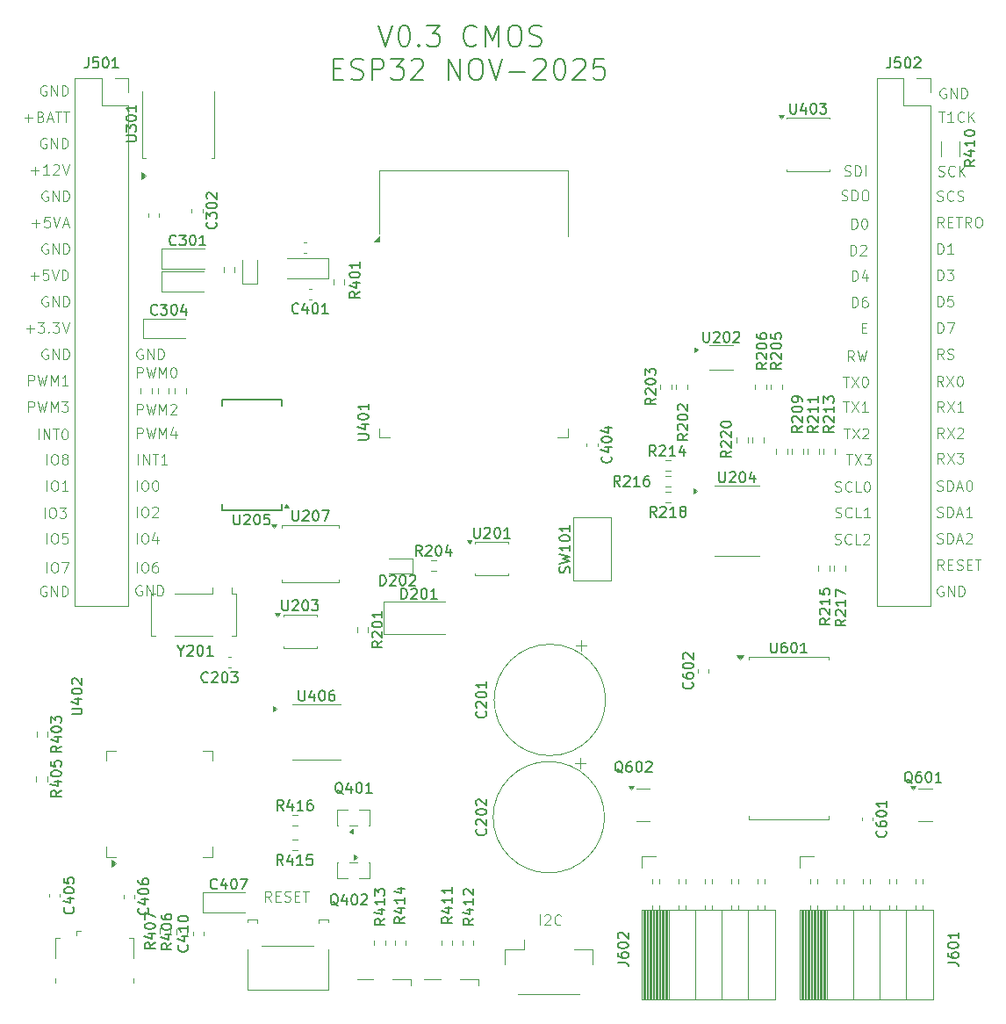
<source format=gbr>
%TF.GenerationSoftware,KiCad,Pcbnew,9.0.6-9.0.6~ubuntu25.04.1*%
%TF.CreationDate,2025-11-16T21:22:31+01:00*%
%TF.ProjectId,CPU,4350552e-6b69-4636-9164-5f7063625858,V0.2*%
%TF.SameCoordinates,Original*%
%TF.FileFunction,Legend,Top*%
%TF.FilePolarity,Positive*%
%FSLAX46Y46*%
G04 Gerber Fmt 4.6, Leading zero omitted, Abs format (unit mm)*
G04 Created by KiCad (PCBNEW 9.0.6-9.0.6~ubuntu25.04.1) date 2025-11-16 21:22:31*
%MOMM*%
%LPD*%
G01*
G04 APERTURE LIST*
%ADD10C,0.100000*%
%ADD11C,0.200000*%
%ADD12C,0.150000*%
%ADD13C,0.120000*%
G04 APERTURE END LIST*
D10*
X177913312Y-95376419D02*
X177579979Y-94900228D01*
X177341884Y-95376419D02*
X177341884Y-94376419D01*
X177341884Y-94376419D02*
X177722836Y-94376419D01*
X177722836Y-94376419D02*
X177818074Y-94424038D01*
X177818074Y-94424038D02*
X177865693Y-94471657D01*
X177865693Y-94471657D02*
X177913312Y-94566895D01*
X177913312Y-94566895D02*
X177913312Y-94709752D01*
X177913312Y-94709752D02*
X177865693Y-94804990D01*
X177865693Y-94804990D02*
X177818074Y-94852609D01*
X177818074Y-94852609D02*
X177722836Y-94900228D01*
X177722836Y-94900228D02*
X177341884Y-94900228D01*
X178294265Y-95328800D02*
X178437122Y-95376419D01*
X178437122Y-95376419D02*
X178675217Y-95376419D01*
X178675217Y-95376419D02*
X178770455Y-95328800D01*
X178770455Y-95328800D02*
X178818074Y-95281180D01*
X178818074Y-95281180D02*
X178865693Y-95185942D01*
X178865693Y-95185942D02*
X178865693Y-95090704D01*
X178865693Y-95090704D02*
X178818074Y-94995466D01*
X178818074Y-94995466D02*
X178770455Y-94947847D01*
X178770455Y-94947847D02*
X178675217Y-94900228D01*
X178675217Y-94900228D02*
X178484741Y-94852609D01*
X178484741Y-94852609D02*
X178389503Y-94804990D01*
X178389503Y-94804990D02*
X178341884Y-94757371D01*
X178341884Y-94757371D02*
X178294265Y-94662133D01*
X178294265Y-94662133D02*
X178294265Y-94566895D01*
X178294265Y-94566895D02*
X178341884Y-94471657D01*
X178341884Y-94471657D02*
X178389503Y-94424038D01*
X178389503Y-94424038D02*
X178484741Y-94376419D01*
X178484741Y-94376419D02*
X178722836Y-94376419D01*
X178722836Y-94376419D02*
X178865693Y-94424038D01*
X177887912Y-98018019D02*
X177554579Y-97541828D01*
X177316484Y-98018019D02*
X177316484Y-97018019D01*
X177316484Y-97018019D02*
X177697436Y-97018019D01*
X177697436Y-97018019D02*
X177792674Y-97065638D01*
X177792674Y-97065638D02*
X177840293Y-97113257D01*
X177840293Y-97113257D02*
X177887912Y-97208495D01*
X177887912Y-97208495D02*
X177887912Y-97351352D01*
X177887912Y-97351352D02*
X177840293Y-97446590D01*
X177840293Y-97446590D02*
X177792674Y-97494209D01*
X177792674Y-97494209D02*
X177697436Y-97541828D01*
X177697436Y-97541828D02*
X177316484Y-97541828D01*
X178221246Y-97018019D02*
X178887912Y-98018019D01*
X178887912Y-97018019D02*
X178221246Y-98018019D01*
X179459341Y-97018019D02*
X179554579Y-97018019D01*
X179554579Y-97018019D02*
X179649817Y-97065638D01*
X179649817Y-97065638D02*
X179697436Y-97113257D01*
X179697436Y-97113257D02*
X179745055Y-97208495D01*
X179745055Y-97208495D02*
X179792674Y-97398971D01*
X179792674Y-97398971D02*
X179792674Y-97637066D01*
X179792674Y-97637066D02*
X179745055Y-97827542D01*
X179745055Y-97827542D02*
X179697436Y-97922780D01*
X179697436Y-97922780D02*
X179649817Y-97970400D01*
X179649817Y-97970400D02*
X179554579Y-98018019D01*
X179554579Y-98018019D02*
X179459341Y-98018019D01*
X179459341Y-98018019D02*
X179364103Y-97970400D01*
X179364103Y-97970400D02*
X179316484Y-97922780D01*
X179316484Y-97922780D02*
X179268865Y-97827542D01*
X179268865Y-97827542D02*
X179221246Y-97637066D01*
X179221246Y-97637066D02*
X179221246Y-97398971D01*
X179221246Y-97398971D02*
X179268865Y-97208495D01*
X179268865Y-97208495D02*
X179316484Y-97113257D01*
X179316484Y-97113257D02*
X179364103Y-97065638D01*
X179364103Y-97065638D02*
X179459341Y-97018019D01*
X177341884Y-90296419D02*
X177341884Y-89296419D01*
X177341884Y-89296419D02*
X177579979Y-89296419D01*
X177579979Y-89296419D02*
X177722836Y-89344038D01*
X177722836Y-89344038D02*
X177818074Y-89439276D01*
X177818074Y-89439276D02*
X177865693Y-89534514D01*
X177865693Y-89534514D02*
X177913312Y-89724990D01*
X177913312Y-89724990D02*
X177913312Y-89867847D01*
X177913312Y-89867847D02*
X177865693Y-90058323D01*
X177865693Y-90058323D02*
X177818074Y-90153561D01*
X177818074Y-90153561D02*
X177722836Y-90248800D01*
X177722836Y-90248800D02*
X177579979Y-90296419D01*
X177579979Y-90296419D02*
X177341884Y-90296419D01*
X178818074Y-89296419D02*
X178341884Y-89296419D01*
X178341884Y-89296419D02*
X178294265Y-89772609D01*
X178294265Y-89772609D02*
X178341884Y-89724990D01*
X178341884Y-89724990D02*
X178437122Y-89677371D01*
X178437122Y-89677371D02*
X178675217Y-89677371D01*
X178675217Y-89677371D02*
X178770455Y-89724990D01*
X178770455Y-89724990D02*
X178818074Y-89772609D01*
X178818074Y-89772609D02*
X178865693Y-89867847D01*
X178865693Y-89867847D02*
X178865693Y-90105942D01*
X178865693Y-90105942D02*
X178818074Y-90201180D01*
X178818074Y-90201180D02*
X178770455Y-90248800D01*
X178770455Y-90248800D02*
X178675217Y-90296419D01*
X178675217Y-90296419D02*
X178437122Y-90296419D01*
X178437122Y-90296419D02*
X178341884Y-90248800D01*
X178341884Y-90248800D02*
X178294265Y-90201180D01*
X177913312Y-115696419D02*
X177579979Y-115220228D01*
X177341884Y-115696419D02*
X177341884Y-114696419D01*
X177341884Y-114696419D02*
X177722836Y-114696419D01*
X177722836Y-114696419D02*
X177818074Y-114744038D01*
X177818074Y-114744038D02*
X177865693Y-114791657D01*
X177865693Y-114791657D02*
X177913312Y-114886895D01*
X177913312Y-114886895D02*
X177913312Y-115029752D01*
X177913312Y-115029752D02*
X177865693Y-115124990D01*
X177865693Y-115124990D02*
X177818074Y-115172609D01*
X177818074Y-115172609D02*
X177722836Y-115220228D01*
X177722836Y-115220228D02*
X177341884Y-115220228D01*
X178341884Y-115172609D02*
X178675217Y-115172609D01*
X178818074Y-115696419D02*
X178341884Y-115696419D01*
X178341884Y-115696419D02*
X178341884Y-114696419D01*
X178341884Y-114696419D02*
X178818074Y-114696419D01*
X179199027Y-115648800D02*
X179341884Y-115696419D01*
X179341884Y-115696419D02*
X179579979Y-115696419D01*
X179579979Y-115696419D02*
X179675217Y-115648800D01*
X179675217Y-115648800D02*
X179722836Y-115601180D01*
X179722836Y-115601180D02*
X179770455Y-115505942D01*
X179770455Y-115505942D02*
X179770455Y-115410704D01*
X179770455Y-115410704D02*
X179722836Y-115315466D01*
X179722836Y-115315466D02*
X179675217Y-115267847D01*
X179675217Y-115267847D02*
X179579979Y-115220228D01*
X179579979Y-115220228D02*
X179389503Y-115172609D01*
X179389503Y-115172609D02*
X179294265Y-115124990D01*
X179294265Y-115124990D02*
X179246646Y-115077371D01*
X179246646Y-115077371D02*
X179199027Y-114982133D01*
X179199027Y-114982133D02*
X179199027Y-114886895D01*
X179199027Y-114886895D02*
X179246646Y-114791657D01*
X179246646Y-114791657D02*
X179294265Y-114744038D01*
X179294265Y-114744038D02*
X179389503Y-114696419D01*
X179389503Y-114696419D02*
X179627598Y-114696419D01*
X179627598Y-114696419D02*
X179770455Y-114744038D01*
X180199027Y-115172609D02*
X180532360Y-115172609D01*
X180675217Y-115696419D02*
X180199027Y-115696419D01*
X180199027Y-115696419D02*
X180199027Y-114696419D01*
X180199027Y-114696419D02*
X180675217Y-114696419D01*
X180960932Y-114696419D02*
X181532360Y-114696419D01*
X181246646Y-115696419D02*
X181246646Y-114696419D01*
X100125884Y-115950419D02*
X100125884Y-114950419D01*
X100792550Y-114950419D02*
X100983026Y-114950419D01*
X100983026Y-114950419D02*
X101078264Y-114998038D01*
X101078264Y-114998038D02*
X101173502Y-115093276D01*
X101173502Y-115093276D02*
X101221121Y-115283752D01*
X101221121Y-115283752D02*
X101221121Y-115617085D01*
X101221121Y-115617085D02*
X101173502Y-115807561D01*
X101173502Y-115807561D02*
X101078264Y-115902800D01*
X101078264Y-115902800D02*
X100983026Y-115950419D01*
X100983026Y-115950419D02*
X100792550Y-115950419D01*
X100792550Y-115950419D02*
X100697312Y-115902800D01*
X100697312Y-115902800D02*
X100602074Y-115807561D01*
X100602074Y-115807561D02*
X100554455Y-115617085D01*
X100554455Y-115617085D02*
X100554455Y-115283752D01*
X100554455Y-115283752D02*
X100602074Y-115093276D01*
X100602074Y-115093276D02*
X100697312Y-114998038D01*
X100697312Y-114998038D02*
X100792550Y-114950419D01*
X102078264Y-114950419D02*
X101887788Y-114950419D01*
X101887788Y-114950419D02*
X101792550Y-114998038D01*
X101792550Y-114998038D02*
X101744931Y-115045657D01*
X101744931Y-115045657D02*
X101649693Y-115188514D01*
X101649693Y-115188514D02*
X101602074Y-115378990D01*
X101602074Y-115378990D02*
X101602074Y-115759942D01*
X101602074Y-115759942D02*
X101649693Y-115855180D01*
X101649693Y-115855180D02*
X101697312Y-115902800D01*
X101697312Y-115902800D02*
X101792550Y-115950419D01*
X101792550Y-115950419D02*
X101983026Y-115950419D01*
X101983026Y-115950419D02*
X102078264Y-115902800D01*
X102078264Y-115902800D02*
X102125883Y-115855180D01*
X102125883Y-115855180D02*
X102173502Y-115759942D01*
X102173502Y-115759942D02*
X102173502Y-115521847D01*
X102173502Y-115521847D02*
X102125883Y-115426609D01*
X102125883Y-115426609D02*
X102078264Y-115378990D01*
X102078264Y-115378990D02*
X101983026Y-115331371D01*
X101983026Y-115331371D02*
X101792550Y-115331371D01*
X101792550Y-115331371D02*
X101697312Y-115378990D01*
X101697312Y-115378990D02*
X101649693Y-115426609D01*
X101649693Y-115426609D02*
X101602074Y-115521847D01*
X89660211Y-100456419D02*
X89660211Y-99456419D01*
X89660211Y-99456419D02*
X90041163Y-99456419D01*
X90041163Y-99456419D02*
X90136401Y-99504038D01*
X90136401Y-99504038D02*
X90184020Y-99551657D01*
X90184020Y-99551657D02*
X90231639Y-99646895D01*
X90231639Y-99646895D02*
X90231639Y-99789752D01*
X90231639Y-99789752D02*
X90184020Y-99884990D01*
X90184020Y-99884990D02*
X90136401Y-99932609D01*
X90136401Y-99932609D02*
X90041163Y-99980228D01*
X90041163Y-99980228D02*
X89660211Y-99980228D01*
X90564973Y-99456419D02*
X90803068Y-100456419D01*
X90803068Y-100456419D02*
X90993544Y-99742133D01*
X90993544Y-99742133D02*
X91184020Y-100456419D01*
X91184020Y-100456419D02*
X91422116Y-99456419D01*
X91803068Y-100456419D02*
X91803068Y-99456419D01*
X91803068Y-99456419D02*
X92136401Y-100170704D01*
X92136401Y-100170704D02*
X92469734Y-99456419D01*
X92469734Y-99456419D02*
X92469734Y-100456419D01*
X92850687Y-99456419D02*
X93469734Y-99456419D01*
X93469734Y-99456419D02*
X93136401Y-99837371D01*
X93136401Y-99837371D02*
X93279258Y-99837371D01*
X93279258Y-99837371D02*
X93374496Y-99884990D01*
X93374496Y-99884990D02*
X93422115Y-99932609D01*
X93422115Y-99932609D02*
X93469734Y-100027847D01*
X93469734Y-100027847D02*
X93469734Y-100265942D01*
X93469734Y-100265942D02*
X93422115Y-100361180D01*
X93422115Y-100361180D02*
X93374496Y-100408800D01*
X93374496Y-100408800D02*
X93279258Y-100456419D01*
X93279258Y-100456419D02*
X92993544Y-100456419D01*
X92993544Y-100456419D02*
X92898306Y-100408800D01*
X92898306Y-100408800D02*
X92850687Y-100361180D01*
X89660211Y-97916419D02*
X89660211Y-96916419D01*
X89660211Y-96916419D02*
X90041163Y-96916419D01*
X90041163Y-96916419D02*
X90136401Y-96964038D01*
X90136401Y-96964038D02*
X90184020Y-97011657D01*
X90184020Y-97011657D02*
X90231639Y-97106895D01*
X90231639Y-97106895D02*
X90231639Y-97249752D01*
X90231639Y-97249752D02*
X90184020Y-97344990D01*
X90184020Y-97344990D02*
X90136401Y-97392609D01*
X90136401Y-97392609D02*
X90041163Y-97440228D01*
X90041163Y-97440228D02*
X89660211Y-97440228D01*
X90564973Y-96916419D02*
X90803068Y-97916419D01*
X90803068Y-97916419D02*
X90993544Y-97202133D01*
X90993544Y-97202133D02*
X91184020Y-97916419D01*
X91184020Y-97916419D02*
X91422116Y-96916419D01*
X91803068Y-97916419D02*
X91803068Y-96916419D01*
X91803068Y-96916419D02*
X92136401Y-97630704D01*
X92136401Y-97630704D02*
X92469734Y-96916419D01*
X92469734Y-96916419D02*
X92469734Y-97916419D01*
X93469734Y-97916419D02*
X92898306Y-97916419D01*
X93184020Y-97916419D02*
X93184020Y-96916419D01*
X93184020Y-96916419D02*
X93088782Y-97059276D01*
X93088782Y-97059276D02*
X92993544Y-97154514D01*
X92993544Y-97154514D02*
X92898306Y-97202133D01*
X91505693Y-94424038D02*
X91410455Y-94376419D01*
X91410455Y-94376419D02*
X91267598Y-94376419D01*
X91267598Y-94376419D02*
X91124741Y-94424038D01*
X91124741Y-94424038D02*
X91029503Y-94519276D01*
X91029503Y-94519276D02*
X90981884Y-94614514D01*
X90981884Y-94614514D02*
X90934265Y-94804990D01*
X90934265Y-94804990D02*
X90934265Y-94947847D01*
X90934265Y-94947847D02*
X90981884Y-95138323D01*
X90981884Y-95138323D02*
X91029503Y-95233561D01*
X91029503Y-95233561D02*
X91124741Y-95328800D01*
X91124741Y-95328800D02*
X91267598Y-95376419D01*
X91267598Y-95376419D02*
X91362836Y-95376419D01*
X91362836Y-95376419D02*
X91505693Y-95328800D01*
X91505693Y-95328800D02*
X91553312Y-95281180D01*
X91553312Y-95281180D02*
X91553312Y-94947847D01*
X91553312Y-94947847D02*
X91362836Y-94947847D01*
X91981884Y-95376419D02*
X91981884Y-94376419D01*
X91981884Y-94376419D02*
X92553312Y-95376419D01*
X92553312Y-95376419D02*
X92553312Y-94376419D01*
X93029503Y-95376419D02*
X93029503Y-94376419D01*
X93029503Y-94376419D02*
X93267598Y-94376419D01*
X93267598Y-94376419D02*
X93410455Y-94424038D01*
X93410455Y-94424038D02*
X93505693Y-94519276D01*
X93505693Y-94519276D02*
X93553312Y-94614514D01*
X93553312Y-94614514D02*
X93600931Y-94804990D01*
X93600931Y-94804990D02*
X93600931Y-94947847D01*
X93600931Y-94947847D02*
X93553312Y-95138323D01*
X93553312Y-95138323D02*
X93505693Y-95233561D01*
X93505693Y-95233561D02*
X93410455Y-95328800D01*
X93410455Y-95328800D02*
X93267598Y-95376419D01*
X93267598Y-95376419D02*
X93029503Y-95376419D01*
X89850687Y-87375466D02*
X90612592Y-87375466D01*
X90231639Y-87756419D02*
X90231639Y-86994514D01*
X91564972Y-86756419D02*
X91088782Y-86756419D01*
X91088782Y-86756419D02*
X91041163Y-87232609D01*
X91041163Y-87232609D02*
X91088782Y-87184990D01*
X91088782Y-87184990D02*
X91184020Y-87137371D01*
X91184020Y-87137371D02*
X91422115Y-87137371D01*
X91422115Y-87137371D02*
X91517353Y-87184990D01*
X91517353Y-87184990D02*
X91564972Y-87232609D01*
X91564972Y-87232609D02*
X91612591Y-87327847D01*
X91612591Y-87327847D02*
X91612591Y-87565942D01*
X91612591Y-87565942D02*
X91564972Y-87661180D01*
X91564972Y-87661180D02*
X91517353Y-87708800D01*
X91517353Y-87708800D02*
X91422115Y-87756419D01*
X91422115Y-87756419D02*
X91184020Y-87756419D01*
X91184020Y-87756419D02*
X91088782Y-87708800D01*
X91088782Y-87708800D02*
X91041163Y-87661180D01*
X91898306Y-86756419D02*
X92231639Y-87756419D01*
X92231639Y-87756419D02*
X92564972Y-86756419D01*
X92898306Y-87756419D02*
X92898306Y-86756419D01*
X92898306Y-86756419D02*
X93136401Y-86756419D01*
X93136401Y-86756419D02*
X93279258Y-86804038D01*
X93279258Y-86804038D02*
X93374496Y-86899276D01*
X93374496Y-86899276D02*
X93422115Y-86994514D01*
X93422115Y-86994514D02*
X93469734Y-87184990D01*
X93469734Y-87184990D02*
X93469734Y-87327847D01*
X93469734Y-87327847D02*
X93422115Y-87518323D01*
X93422115Y-87518323D02*
X93374496Y-87613561D01*
X93374496Y-87613561D02*
X93279258Y-87708800D01*
X93279258Y-87708800D02*
X93136401Y-87756419D01*
X93136401Y-87756419D02*
X92898306Y-87756419D01*
X100125884Y-113156419D02*
X100125884Y-112156419D01*
X100792550Y-112156419D02*
X100983026Y-112156419D01*
X100983026Y-112156419D02*
X101078264Y-112204038D01*
X101078264Y-112204038D02*
X101173502Y-112299276D01*
X101173502Y-112299276D02*
X101221121Y-112489752D01*
X101221121Y-112489752D02*
X101221121Y-112823085D01*
X101221121Y-112823085D02*
X101173502Y-113013561D01*
X101173502Y-113013561D02*
X101078264Y-113108800D01*
X101078264Y-113108800D02*
X100983026Y-113156419D01*
X100983026Y-113156419D02*
X100792550Y-113156419D01*
X100792550Y-113156419D02*
X100697312Y-113108800D01*
X100697312Y-113108800D02*
X100602074Y-113013561D01*
X100602074Y-113013561D02*
X100554455Y-112823085D01*
X100554455Y-112823085D02*
X100554455Y-112489752D01*
X100554455Y-112489752D02*
X100602074Y-112299276D01*
X100602074Y-112299276D02*
X100697312Y-112204038D01*
X100697312Y-112204038D02*
X100792550Y-112156419D01*
X102078264Y-112489752D02*
X102078264Y-113156419D01*
X101840169Y-112108800D02*
X101602074Y-112823085D01*
X101602074Y-112823085D02*
X102221121Y-112823085D01*
X91422116Y-113156419D02*
X91422116Y-112156419D01*
X92088782Y-112156419D02*
X92279258Y-112156419D01*
X92279258Y-112156419D02*
X92374496Y-112204038D01*
X92374496Y-112204038D02*
X92469734Y-112299276D01*
X92469734Y-112299276D02*
X92517353Y-112489752D01*
X92517353Y-112489752D02*
X92517353Y-112823085D01*
X92517353Y-112823085D02*
X92469734Y-113013561D01*
X92469734Y-113013561D02*
X92374496Y-113108800D01*
X92374496Y-113108800D02*
X92279258Y-113156419D01*
X92279258Y-113156419D02*
X92088782Y-113156419D01*
X92088782Y-113156419D02*
X91993544Y-113108800D01*
X91993544Y-113108800D02*
X91898306Y-113013561D01*
X91898306Y-113013561D02*
X91850687Y-112823085D01*
X91850687Y-112823085D02*
X91850687Y-112489752D01*
X91850687Y-112489752D02*
X91898306Y-112299276D01*
X91898306Y-112299276D02*
X91993544Y-112204038D01*
X91993544Y-112204038D02*
X92088782Y-112156419D01*
X93422115Y-112156419D02*
X92945925Y-112156419D01*
X92945925Y-112156419D02*
X92898306Y-112632609D01*
X92898306Y-112632609D02*
X92945925Y-112584990D01*
X92945925Y-112584990D02*
X93041163Y-112537371D01*
X93041163Y-112537371D02*
X93279258Y-112537371D01*
X93279258Y-112537371D02*
X93374496Y-112584990D01*
X93374496Y-112584990D02*
X93422115Y-112632609D01*
X93422115Y-112632609D02*
X93469734Y-112727847D01*
X93469734Y-112727847D02*
X93469734Y-112965942D01*
X93469734Y-112965942D02*
X93422115Y-113061180D01*
X93422115Y-113061180D02*
X93374496Y-113108800D01*
X93374496Y-113108800D02*
X93279258Y-113156419D01*
X93279258Y-113156419D02*
X93041163Y-113156419D01*
X93041163Y-113156419D02*
X92945925Y-113108800D01*
X92945925Y-113108800D02*
X92898306Y-113061180D01*
X113067112Y-147675019D02*
X112733779Y-147198828D01*
X112495684Y-147675019D02*
X112495684Y-146675019D01*
X112495684Y-146675019D02*
X112876636Y-146675019D01*
X112876636Y-146675019D02*
X112971874Y-146722638D01*
X112971874Y-146722638D02*
X113019493Y-146770257D01*
X113019493Y-146770257D02*
X113067112Y-146865495D01*
X113067112Y-146865495D02*
X113067112Y-147008352D01*
X113067112Y-147008352D02*
X113019493Y-147103590D01*
X113019493Y-147103590D02*
X112971874Y-147151209D01*
X112971874Y-147151209D02*
X112876636Y-147198828D01*
X112876636Y-147198828D02*
X112495684Y-147198828D01*
X113495684Y-147151209D02*
X113829017Y-147151209D01*
X113971874Y-147675019D02*
X113495684Y-147675019D01*
X113495684Y-147675019D02*
X113495684Y-146675019D01*
X113495684Y-146675019D02*
X113971874Y-146675019D01*
X114352827Y-147627400D02*
X114495684Y-147675019D01*
X114495684Y-147675019D02*
X114733779Y-147675019D01*
X114733779Y-147675019D02*
X114829017Y-147627400D01*
X114829017Y-147627400D02*
X114876636Y-147579780D01*
X114876636Y-147579780D02*
X114924255Y-147484542D01*
X114924255Y-147484542D02*
X114924255Y-147389304D01*
X114924255Y-147389304D02*
X114876636Y-147294066D01*
X114876636Y-147294066D02*
X114829017Y-147246447D01*
X114829017Y-147246447D02*
X114733779Y-147198828D01*
X114733779Y-147198828D02*
X114543303Y-147151209D01*
X114543303Y-147151209D02*
X114448065Y-147103590D01*
X114448065Y-147103590D02*
X114400446Y-147055971D01*
X114400446Y-147055971D02*
X114352827Y-146960733D01*
X114352827Y-146960733D02*
X114352827Y-146865495D01*
X114352827Y-146865495D02*
X114400446Y-146770257D01*
X114400446Y-146770257D02*
X114448065Y-146722638D01*
X114448065Y-146722638D02*
X114543303Y-146675019D01*
X114543303Y-146675019D02*
X114781398Y-146675019D01*
X114781398Y-146675019D02*
X114924255Y-146722638D01*
X115352827Y-147151209D02*
X115686160Y-147151209D01*
X115829017Y-147675019D02*
X115352827Y-147675019D01*
X115352827Y-147675019D02*
X115352827Y-146675019D01*
X115352827Y-146675019D02*
X115829017Y-146675019D01*
X116114732Y-146675019D02*
X116686160Y-146675019D01*
X116400446Y-147675019D02*
X116400446Y-146675019D01*
X177294265Y-80088800D02*
X177437122Y-80136419D01*
X177437122Y-80136419D02*
X177675217Y-80136419D01*
X177675217Y-80136419D02*
X177770455Y-80088800D01*
X177770455Y-80088800D02*
X177818074Y-80041180D01*
X177818074Y-80041180D02*
X177865693Y-79945942D01*
X177865693Y-79945942D02*
X177865693Y-79850704D01*
X177865693Y-79850704D02*
X177818074Y-79755466D01*
X177818074Y-79755466D02*
X177770455Y-79707847D01*
X177770455Y-79707847D02*
X177675217Y-79660228D01*
X177675217Y-79660228D02*
X177484741Y-79612609D01*
X177484741Y-79612609D02*
X177389503Y-79564990D01*
X177389503Y-79564990D02*
X177341884Y-79517371D01*
X177341884Y-79517371D02*
X177294265Y-79422133D01*
X177294265Y-79422133D02*
X177294265Y-79326895D01*
X177294265Y-79326895D02*
X177341884Y-79231657D01*
X177341884Y-79231657D02*
X177389503Y-79184038D01*
X177389503Y-79184038D02*
X177484741Y-79136419D01*
X177484741Y-79136419D02*
X177722836Y-79136419D01*
X177722836Y-79136419D02*
X177865693Y-79184038D01*
X178865693Y-80041180D02*
X178818074Y-80088800D01*
X178818074Y-80088800D02*
X178675217Y-80136419D01*
X178675217Y-80136419D02*
X178579979Y-80136419D01*
X178579979Y-80136419D02*
X178437122Y-80088800D01*
X178437122Y-80088800D02*
X178341884Y-79993561D01*
X178341884Y-79993561D02*
X178294265Y-79898323D01*
X178294265Y-79898323D02*
X178246646Y-79707847D01*
X178246646Y-79707847D02*
X178246646Y-79564990D01*
X178246646Y-79564990D02*
X178294265Y-79374514D01*
X178294265Y-79374514D02*
X178341884Y-79279276D01*
X178341884Y-79279276D02*
X178437122Y-79184038D01*
X178437122Y-79184038D02*
X178579979Y-79136419D01*
X178579979Y-79136419D02*
X178675217Y-79136419D01*
X178675217Y-79136419D02*
X178818074Y-79184038D01*
X178818074Y-79184038D02*
X178865693Y-79231657D01*
X179246646Y-80088800D02*
X179389503Y-80136419D01*
X179389503Y-80136419D02*
X179627598Y-80136419D01*
X179627598Y-80136419D02*
X179722836Y-80088800D01*
X179722836Y-80088800D02*
X179770455Y-80041180D01*
X179770455Y-80041180D02*
X179818074Y-79945942D01*
X179818074Y-79945942D02*
X179818074Y-79850704D01*
X179818074Y-79850704D02*
X179770455Y-79755466D01*
X179770455Y-79755466D02*
X179722836Y-79707847D01*
X179722836Y-79707847D02*
X179627598Y-79660228D01*
X179627598Y-79660228D02*
X179437122Y-79612609D01*
X179437122Y-79612609D02*
X179341884Y-79564990D01*
X179341884Y-79564990D02*
X179294265Y-79517371D01*
X179294265Y-79517371D02*
X179246646Y-79422133D01*
X179246646Y-79422133D02*
X179246646Y-79326895D01*
X179246646Y-79326895D02*
X179294265Y-79231657D01*
X179294265Y-79231657D02*
X179341884Y-79184038D01*
X179341884Y-79184038D02*
X179437122Y-79136419D01*
X179437122Y-79136419D02*
X179675217Y-79136419D01*
X179675217Y-79136419D02*
X179818074Y-79184038D01*
X177294265Y-108028800D02*
X177437122Y-108076419D01*
X177437122Y-108076419D02*
X177675217Y-108076419D01*
X177675217Y-108076419D02*
X177770455Y-108028800D01*
X177770455Y-108028800D02*
X177818074Y-107981180D01*
X177818074Y-107981180D02*
X177865693Y-107885942D01*
X177865693Y-107885942D02*
X177865693Y-107790704D01*
X177865693Y-107790704D02*
X177818074Y-107695466D01*
X177818074Y-107695466D02*
X177770455Y-107647847D01*
X177770455Y-107647847D02*
X177675217Y-107600228D01*
X177675217Y-107600228D02*
X177484741Y-107552609D01*
X177484741Y-107552609D02*
X177389503Y-107504990D01*
X177389503Y-107504990D02*
X177341884Y-107457371D01*
X177341884Y-107457371D02*
X177294265Y-107362133D01*
X177294265Y-107362133D02*
X177294265Y-107266895D01*
X177294265Y-107266895D02*
X177341884Y-107171657D01*
X177341884Y-107171657D02*
X177389503Y-107124038D01*
X177389503Y-107124038D02*
X177484741Y-107076419D01*
X177484741Y-107076419D02*
X177722836Y-107076419D01*
X177722836Y-107076419D02*
X177865693Y-107124038D01*
X178294265Y-108076419D02*
X178294265Y-107076419D01*
X178294265Y-107076419D02*
X178532360Y-107076419D01*
X178532360Y-107076419D02*
X178675217Y-107124038D01*
X178675217Y-107124038D02*
X178770455Y-107219276D01*
X178770455Y-107219276D02*
X178818074Y-107314514D01*
X178818074Y-107314514D02*
X178865693Y-107504990D01*
X178865693Y-107504990D02*
X178865693Y-107647847D01*
X178865693Y-107647847D02*
X178818074Y-107838323D01*
X178818074Y-107838323D02*
X178770455Y-107933561D01*
X178770455Y-107933561D02*
X178675217Y-108028800D01*
X178675217Y-108028800D02*
X178532360Y-108076419D01*
X178532360Y-108076419D02*
X178294265Y-108076419D01*
X179246646Y-107790704D02*
X179722836Y-107790704D01*
X179151408Y-108076419D02*
X179484741Y-107076419D01*
X179484741Y-107076419D02*
X179818074Y-108076419D01*
X180341884Y-107076419D02*
X180437122Y-107076419D01*
X180437122Y-107076419D02*
X180532360Y-107124038D01*
X180532360Y-107124038D02*
X180579979Y-107171657D01*
X180579979Y-107171657D02*
X180627598Y-107266895D01*
X180627598Y-107266895D02*
X180675217Y-107457371D01*
X180675217Y-107457371D02*
X180675217Y-107695466D01*
X180675217Y-107695466D02*
X180627598Y-107885942D01*
X180627598Y-107885942D02*
X180579979Y-107981180D01*
X180579979Y-107981180D02*
X180532360Y-108028800D01*
X180532360Y-108028800D02*
X180437122Y-108076419D01*
X180437122Y-108076419D02*
X180341884Y-108076419D01*
X180341884Y-108076419D02*
X180246646Y-108028800D01*
X180246646Y-108028800D02*
X180199027Y-107981180D01*
X180199027Y-107981180D02*
X180151408Y-107885942D01*
X180151408Y-107885942D02*
X180103789Y-107695466D01*
X180103789Y-107695466D02*
X180103789Y-107457371D01*
X180103789Y-107457371D02*
X180151408Y-107266895D01*
X180151408Y-107266895D02*
X180199027Y-107171657D01*
X180199027Y-107171657D02*
X180246646Y-107124038D01*
X180246646Y-107124038D02*
X180341884Y-107076419D01*
X100125884Y-110616419D02*
X100125884Y-109616419D01*
X100792550Y-109616419D02*
X100983026Y-109616419D01*
X100983026Y-109616419D02*
X101078264Y-109664038D01*
X101078264Y-109664038D02*
X101173502Y-109759276D01*
X101173502Y-109759276D02*
X101221121Y-109949752D01*
X101221121Y-109949752D02*
X101221121Y-110283085D01*
X101221121Y-110283085D02*
X101173502Y-110473561D01*
X101173502Y-110473561D02*
X101078264Y-110568800D01*
X101078264Y-110568800D02*
X100983026Y-110616419D01*
X100983026Y-110616419D02*
X100792550Y-110616419D01*
X100792550Y-110616419D02*
X100697312Y-110568800D01*
X100697312Y-110568800D02*
X100602074Y-110473561D01*
X100602074Y-110473561D02*
X100554455Y-110283085D01*
X100554455Y-110283085D02*
X100554455Y-109949752D01*
X100554455Y-109949752D02*
X100602074Y-109759276D01*
X100602074Y-109759276D02*
X100697312Y-109664038D01*
X100697312Y-109664038D02*
X100792550Y-109616419D01*
X101602074Y-109711657D02*
X101649693Y-109664038D01*
X101649693Y-109664038D02*
X101744931Y-109616419D01*
X101744931Y-109616419D02*
X101983026Y-109616419D01*
X101983026Y-109616419D02*
X102078264Y-109664038D01*
X102078264Y-109664038D02*
X102125883Y-109711657D01*
X102125883Y-109711657D02*
X102173502Y-109806895D01*
X102173502Y-109806895D02*
X102173502Y-109902133D01*
X102173502Y-109902133D02*
X102125883Y-110044990D01*
X102125883Y-110044990D02*
X101554455Y-110616419D01*
X101554455Y-110616419D02*
X102173502Y-110616419D01*
X170026684Y-92363409D02*
X170360017Y-92363409D01*
X170502874Y-92887219D02*
X170026684Y-92887219D01*
X170026684Y-92887219D02*
X170026684Y-91887219D01*
X170026684Y-91887219D02*
X170502874Y-91887219D01*
X168309027Y-102047219D02*
X168880455Y-102047219D01*
X168594741Y-103047219D02*
X168594741Y-102047219D01*
X169118551Y-102047219D02*
X169785217Y-103047219D01*
X169785217Y-102047219D02*
X169118551Y-103047219D01*
X170118551Y-102142457D02*
X170166170Y-102094838D01*
X170166170Y-102094838D02*
X170261408Y-102047219D01*
X170261408Y-102047219D02*
X170499503Y-102047219D01*
X170499503Y-102047219D02*
X170594741Y-102094838D01*
X170594741Y-102094838D02*
X170642360Y-102142457D01*
X170642360Y-102142457D02*
X170689979Y-102237695D01*
X170689979Y-102237695D02*
X170689979Y-102332933D01*
X170689979Y-102332933D02*
X170642360Y-102475790D01*
X170642360Y-102475790D02*
X170070932Y-103047219D01*
X170070932Y-103047219D02*
X170689979Y-103047219D01*
X90634811Y-103123419D02*
X90634811Y-102123419D01*
X91111001Y-103123419D02*
X91111001Y-102123419D01*
X91111001Y-102123419D02*
X91682429Y-103123419D01*
X91682429Y-103123419D02*
X91682429Y-102123419D01*
X92015763Y-102123419D02*
X92587191Y-102123419D01*
X92301477Y-103123419D02*
X92301477Y-102123419D01*
X93111001Y-102123419D02*
X93206239Y-102123419D01*
X93206239Y-102123419D02*
X93301477Y-102171038D01*
X93301477Y-102171038D02*
X93349096Y-102218657D01*
X93349096Y-102218657D02*
X93396715Y-102313895D01*
X93396715Y-102313895D02*
X93444334Y-102504371D01*
X93444334Y-102504371D02*
X93444334Y-102742466D01*
X93444334Y-102742466D02*
X93396715Y-102932942D01*
X93396715Y-102932942D02*
X93349096Y-103028180D01*
X93349096Y-103028180D02*
X93301477Y-103075800D01*
X93301477Y-103075800D02*
X93206239Y-103123419D01*
X93206239Y-103123419D02*
X93111001Y-103123419D01*
X93111001Y-103123419D02*
X93015763Y-103075800D01*
X93015763Y-103075800D02*
X92968144Y-103028180D01*
X92968144Y-103028180D02*
X92920525Y-102932942D01*
X92920525Y-102932942D02*
X92872906Y-102742466D01*
X92872906Y-102742466D02*
X92872906Y-102504371D01*
X92872906Y-102504371D02*
X92920525Y-102313895D01*
X92920525Y-102313895D02*
X92968144Y-102218657D01*
X92968144Y-102218657D02*
X93015763Y-102171038D01*
X93015763Y-102171038D02*
X93111001Y-102123419D01*
X168074065Y-80038000D02*
X168216922Y-80085619D01*
X168216922Y-80085619D02*
X168455017Y-80085619D01*
X168455017Y-80085619D02*
X168550255Y-80038000D01*
X168550255Y-80038000D02*
X168597874Y-79990380D01*
X168597874Y-79990380D02*
X168645493Y-79895142D01*
X168645493Y-79895142D02*
X168645493Y-79799904D01*
X168645493Y-79799904D02*
X168597874Y-79704666D01*
X168597874Y-79704666D02*
X168550255Y-79657047D01*
X168550255Y-79657047D02*
X168455017Y-79609428D01*
X168455017Y-79609428D02*
X168264541Y-79561809D01*
X168264541Y-79561809D02*
X168169303Y-79514190D01*
X168169303Y-79514190D02*
X168121684Y-79466571D01*
X168121684Y-79466571D02*
X168074065Y-79371333D01*
X168074065Y-79371333D02*
X168074065Y-79276095D01*
X168074065Y-79276095D02*
X168121684Y-79180857D01*
X168121684Y-79180857D02*
X168169303Y-79133238D01*
X168169303Y-79133238D02*
X168264541Y-79085619D01*
X168264541Y-79085619D02*
X168502636Y-79085619D01*
X168502636Y-79085619D02*
X168645493Y-79133238D01*
X169074065Y-80085619D02*
X169074065Y-79085619D01*
X169074065Y-79085619D02*
X169312160Y-79085619D01*
X169312160Y-79085619D02*
X169455017Y-79133238D01*
X169455017Y-79133238D02*
X169550255Y-79228476D01*
X169550255Y-79228476D02*
X169597874Y-79323714D01*
X169597874Y-79323714D02*
X169645493Y-79514190D01*
X169645493Y-79514190D02*
X169645493Y-79657047D01*
X169645493Y-79657047D02*
X169597874Y-79847523D01*
X169597874Y-79847523D02*
X169550255Y-79942761D01*
X169550255Y-79942761D02*
X169455017Y-80038000D01*
X169455017Y-80038000D02*
X169312160Y-80085619D01*
X169312160Y-80085619D02*
X169074065Y-80085619D01*
X170264541Y-79085619D02*
X170455017Y-79085619D01*
X170455017Y-79085619D02*
X170550255Y-79133238D01*
X170550255Y-79133238D02*
X170645493Y-79228476D01*
X170645493Y-79228476D02*
X170693112Y-79418952D01*
X170693112Y-79418952D02*
X170693112Y-79752285D01*
X170693112Y-79752285D02*
X170645493Y-79942761D01*
X170645493Y-79942761D02*
X170550255Y-80038000D01*
X170550255Y-80038000D02*
X170455017Y-80085619D01*
X170455017Y-80085619D02*
X170264541Y-80085619D01*
X170264541Y-80085619D02*
X170169303Y-80038000D01*
X170169303Y-80038000D02*
X170074065Y-79942761D01*
X170074065Y-79942761D02*
X170026446Y-79752285D01*
X170026446Y-79752285D02*
X170026446Y-79418952D01*
X170026446Y-79418952D02*
X170074065Y-79228476D01*
X170074065Y-79228476D02*
X170169303Y-79133238D01*
X170169303Y-79133238D02*
X170264541Y-79085619D01*
X177294265Y-113108800D02*
X177437122Y-113156419D01*
X177437122Y-113156419D02*
X177675217Y-113156419D01*
X177675217Y-113156419D02*
X177770455Y-113108800D01*
X177770455Y-113108800D02*
X177818074Y-113061180D01*
X177818074Y-113061180D02*
X177865693Y-112965942D01*
X177865693Y-112965942D02*
X177865693Y-112870704D01*
X177865693Y-112870704D02*
X177818074Y-112775466D01*
X177818074Y-112775466D02*
X177770455Y-112727847D01*
X177770455Y-112727847D02*
X177675217Y-112680228D01*
X177675217Y-112680228D02*
X177484741Y-112632609D01*
X177484741Y-112632609D02*
X177389503Y-112584990D01*
X177389503Y-112584990D02*
X177341884Y-112537371D01*
X177341884Y-112537371D02*
X177294265Y-112442133D01*
X177294265Y-112442133D02*
X177294265Y-112346895D01*
X177294265Y-112346895D02*
X177341884Y-112251657D01*
X177341884Y-112251657D02*
X177389503Y-112204038D01*
X177389503Y-112204038D02*
X177484741Y-112156419D01*
X177484741Y-112156419D02*
X177722836Y-112156419D01*
X177722836Y-112156419D02*
X177865693Y-112204038D01*
X178294265Y-113156419D02*
X178294265Y-112156419D01*
X178294265Y-112156419D02*
X178532360Y-112156419D01*
X178532360Y-112156419D02*
X178675217Y-112204038D01*
X178675217Y-112204038D02*
X178770455Y-112299276D01*
X178770455Y-112299276D02*
X178818074Y-112394514D01*
X178818074Y-112394514D02*
X178865693Y-112584990D01*
X178865693Y-112584990D02*
X178865693Y-112727847D01*
X178865693Y-112727847D02*
X178818074Y-112918323D01*
X178818074Y-112918323D02*
X178770455Y-113013561D01*
X178770455Y-113013561D02*
X178675217Y-113108800D01*
X178675217Y-113108800D02*
X178532360Y-113156419D01*
X178532360Y-113156419D02*
X178294265Y-113156419D01*
X179246646Y-112870704D02*
X179722836Y-112870704D01*
X179151408Y-113156419D02*
X179484741Y-112156419D01*
X179484741Y-112156419D02*
X179818074Y-113156419D01*
X180103789Y-112251657D02*
X180151408Y-112204038D01*
X180151408Y-112204038D02*
X180246646Y-112156419D01*
X180246646Y-112156419D02*
X180484741Y-112156419D01*
X180484741Y-112156419D02*
X180579979Y-112204038D01*
X180579979Y-112204038D02*
X180627598Y-112251657D01*
X180627598Y-112251657D02*
X180675217Y-112346895D01*
X180675217Y-112346895D02*
X180675217Y-112442133D01*
X180675217Y-112442133D02*
X180627598Y-112584990D01*
X180627598Y-112584990D02*
X180056170Y-113156419D01*
X180056170Y-113156419D02*
X180675217Y-113156419D01*
X169302712Y-95579619D02*
X168969379Y-95103428D01*
X168731284Y-95579619D02*
X168731284Y-94579619D01*
X168731284Y-94579619D02*
X169112236Y-94579619D01*
X169112236Y-94579619D02*
X169207474Y-94627238D01*
X169207474Y-94627238D02*
X169255093Y-94674857D01*
X169255093Y-94674857D02*
X169302712Y-94770095D01*
X169302712Y-94770095D02*
X169302712Y-94912952D01*
X169302712Y-94912952D02*
X169255093Y-95008190D01*
X169255093Y-95008190D02*
X169207474Y-95055809D01*
X169207474Y-95055809D02*
X169112236Y-95103428D01*
X169112236Y-95103428D02*
X168731284Y-95103428D01*
X169636046Y-94579619D02*
X169874141Y-95579619D01*
X169874141Y-95579619D02*
X170064617Y-94865333D01*
X170064617Y-94865333D02*
X170255093Y-95579619D01*
X170255093Y-95579619D02*
X170493189Y-94579619D01*
X177865693Y-117284038D02*
X177770455Y-117236419D01*
X177770455Y-117236419D02*
X177627598Y-117236419D01*
X177627598Y-117236419D02*
X177484741Y-117284038D01*
X177484741Y-117284038D02*
X177389503Y-117379276D01*
X177389503Y-117379276D02*
X177341884Y-117474514D01*
X177341884Y-117474514D02*
X177294265Y-117664990D01*
X177294265Y-117664990D02*
X177294265Y-117807847D01*
X177294265Y-117807847D02*
X177341884Y-117998323D01*
X177341884Y-117998323D02*
X177389503Y-118093561D01*
X177389503Y-118093561D02*
X177484741Y-118188800D01*
X177484741Y-118188800D02*
X177627598Y-118236419D01*
X177627598Y-118236419D02*
X177722836Y-118236419D01*
X177722836Y-118236419D02*
X177865693Y-118188800D01*
X177865693Y-118188800D02*
X177913312Y-118141180D01*
X177913312Y-118141180D02*
X177913312Y-117807847D01*
X177913312Y-117807847D02*
X177722836Y-117807847D01*
X178341884Y-118236419D02*
X178341884Y-117236419D01*
X178341884Y-117236419D02*
X178913312Y-118236419D01*
X178913312Y-118236419D02*
X178913312Y-117236419D01*
X179389503Y-118236419D02*
X179389503Y-117236419D01*
X179389503Y-117236419D02*
X179627598Y-117236419D01*
X179627598Y-117236419D02*
X179770455Y-117284038D01*
X179770455Y-117284038D02*
X179865693Y-117379276D01*
X179865693Y-117379276D02*
X179913312Y-117474514D01*
X179913312Y-117474514D02*
X179960931Y-117664990D01*
X179960931Y-117664990D02*
X179960931Y-117807847D01*
X179960931Y-117807847D02*
X179913312Y-117998323D01*
X179913312Y-117998323D02*
X179865693Y-118093561D01*
X179865693Y-118093561D02*
X179770455Y-118188800D01*
X179770455Y-118188800D02*
X179627598Y-118236419D01*
X179627598Y-118236419D02*
X179389503Y-118236419D01*
X177294265Y-110568800D02*
X177437122Y-110616419D01*
X177437122Y-110616419D02*
X177675217Y-110616419D01*
X177675217Y-110616419D02*
X177770455Y-110568800D01*
X177770455Y-110568800D02*
X177818074Y-110521180D01*
X177818074Y-110521180D02*
X177865693Y-110425942D01*
X177865693Y-110425942D02*
X177865693Y-110330704D01*
X177865693Y-110330704D02*
X177818074Y-110235466D01*
X177818074Y-110235466D02*
X177770455Y-110187847D01*
X177770455Y-110187847D02*
X177675217Y-110140228D01*
X177675217Y-110140228D02*
X177484741Y-110092609D01*
X177484741Y-110092609D02*
X177389503Y-110044990D01*
X177389503Y-110044990D02*
X177341884Y-109997371D01*
X177341884Y-109997371D02*
X177294265Y-109902133D01*
X177294265Y-109902133D02*
X177294265Y-109806895D01*
X177294265Y-109806895D02*
X177341884Y-109711657D01*
X177341884Y-109711657D02*
X177389503Y-109664038D01*
X177389503Y-109664038D02*
X177484741Y-109616419D01*
X177484741Y-109616419D02*
X177722836Y-109616419D01*
X177722836Y-109616419D02*
X177865693Y-109664038D01*
X178294265Y-110616419D02*
X178294265Y-109616419D01*
X178294265Y-109616419D02*
X178532360Y-109616419D01*
X178532360Y-109616419D02*
X178675217Y-109664038D01*
X178675217Y-109664038D02*
X178770455Y-109759276D01*
X178770455Y-109759276D02*
X178818074Y-109854514D01*
X178818074Y-109854514D02*
X178865693Y-110044990D01*
X178865693Y-110044990D02*
X178865693Y-110187847D01*
X178865693Y-110187847D02*
X178818074Y-110378323D01*
X178818074Y-110378323D02*
X178770455Y-110473561D01*
X178770455Y-110473561D02*
X178675217Y-110568800D01*
X178675217Y-110568800D02*
X178532360Y-110616419D01*
X178532360Y-110616419D02*
X178294265Y-110616419D01*
X179246646Y-110330704D02*
X179722836Y-110330704D01*
X179151408Y-110616419D02*
X179484741Y-109616419D01*
X179484741Y-109616419D02*
X179818074Y-110616419D01*
X180675217Y-110616419D02*
X180103789Y-110616419D01*
X180389503Y-110616419D02*
X180389503Y-109616419D01*
X180389503Y-109616419D02*
X180294265Y-109759276D01*
X180294265Y-109759276D02*
X180199027Y-109854514D01*
X180199027Y-109854514D02*
X180103789Y-109902133D01*
X89279258Y-72135466D02*
X90041163Y-72135466D01*
X89660210Y-72516419D02*
X89660210Y-71754514D01*
X90850686Y-71992609D02*
X90993543Y-72040228D01*
X90993543Y-72040228D02*
X91041162Y-72087847D01*
X91041162Y-72087847D02*
X91088781Y-72183085D01*
X91088781Y-72183085D02*
X91088781Y-72325942D01*
X91088781Y-72325942D02*
X91041162Y-72421180D01*
X91041162Y-72421180D02*
X90993543Y-72468800D01*
X90993543Y-72468800D02*
X90898305Y-72516419D01*
X90898305Y-72516419D02*
X90517353Y-72516419D01*
X90517353Y-72516419D02*
X90517353Y-71516419D01*
X90517353Y-71516419D02*
X90850686Y-71516419D01*
X90850686Y-71516419D02*
X90945924Y-71564038D01*
X90945924Y-71564038D02*
X90993543Y-71611657D01*
X90993543Y-71611657D02*
X91041162Y-71706895D01*
X91041162Y-71706895D02*
X91041162Y-71802133D01*
X91041162Y-71802133D02*
X90993543Y-71897371D01*
X90993543Y-71897371D02*
X90945924Y-71944990D01*
X90945924Y-71944990D02*
X90850686Y-71992609D01*
X90850686Y-71992609D02*
X90517353Y-71992609D01*
X91469734Y-72230704D02*
X91945924Y-72230704D01*
X91374496Y-72516419D02*
X91707829Y-71516419D01*
X91707829Y-71516419D02*
X92041162Y-72516419D01*
X92231639Y-71516419D02*
X92803067Y-71516419D01*
X92517353Y-72516419D02*
X92517353Y-71516419D01*
X92993544Y-71516419D02*
X93564972Y-71516419D01*
X93279258Y-72516419D02*
X93279258Y-71516419D01*
X100649693Y-94424038D02*
X100554455Y-94376419D01*
X100554455Y-94376419D02*
X100411598Y-94376419D01*
X100411598Y-94376419D02*
X100268741Y-94424038D01*
X100268741Y-94424038D02*
X100173503Y-94519276D01*
X100173503Y-94519276D02*
X100125884Y-94614514D01*
X100125884Y-94614514D02*
X100078265Y-94804990D01*
X100078265Y-94804990D02*
X100078265Y-94947847D01*
X100078265Y-94947847D02*
X100125884Y-95138323D01*
X100125884Y-95138323D02*
X100173503Y-95233561D01*
X100173503Y-95233561D02*
X100268741Y-95328800D01*
X100268741Y-95328800D02*
X100411598Y-95376419D01*
X100411598Y-95376419D02*
X100506836Y-95376419D01*
X100506836Y-95376419D02*
X100649693Y-95328800D01*
X100649693Y-95328800D02*
X100697312Y-95281180D01*
X100697312Y-95281180D02*
X100697312Y-94947847D01*
X100697312Y-94947847D02*
X100506836Y-94947847D01*
X101125884Y-95376419D02*
X101125884Y-94376419D01*
X101125884Y-94376419D02*
X101697312Y-95376419D01*
X101697312Y-95376419D02*
X101697312Y-94376419D01*
X102173503Y-95376419D02*
X102173503Y-94376419D01*
X102173503Y-94376419D02*
X102411598Y-94376419D01*
X102411598Y-94376419D02*
X102554455Y-94424038D01*
X102554455Y-94424038D02*
X102649693Y-94519276D01*
X102649693Y-94519276D02*
X102697312Y-94614514D01*
X102697312Y-94614514D02*
X102744931Y-94804990D01*
X102744931Y-94804990D02*
X102744931Y-94947847D01*
X102744931Y-94947847D02*
X102697312Y-95138323D01*
X102697312Y-95138323D02*
X102649693Y-95233561D01*
X102649693Y-95233561D02*
X102554455Y-95328800D01*
X102554455Y-95328800D02*
X102411598Y-95376419D01*
X102411598Y-95376419D02*
X102173503Y-95376419D01*
X167489865Y-110619600D02*
X167632722Y-110667219D01*
X167632722Y-110667219D02*
X167870817Y-110667219D01*
X167870817Y-110667219D02*
X167966055Y-110619600D01*
X167966055Y-110619600D02*
X168013674Y-110571980D01*
X168013674Y-110571980D02*
X168061293Y-110476742D01*
X168061293Y-110476742D02*
X168061293Y-110381504D01*
X168061293Y-110381504D02*
X168013674Y-110286266D01*
X168013674Y-110286266D02*
X167966055Y-110238647D01*
X167966055Y-110238647D02*
X167870817Y-110191028D01*
X167870817Y-110191028D02*
X167680341Y-110143409D01*
X167680341Y-110143409D02*
X167585103Y-110095790D01*
X167585103Y-110095790D02*
X167537484Y-110048171D01*
X167537484Y-110048171D02*
X167489865Y-109952933D01*
X167489865Y-109952933D02*
X167489865Y-109857695D01*
X167489865Y-109857695D02*
X167537484Y-109762457D01*
X167537484Y-109762457D02*
X167585103Y-109714838D01*
X167585103Y-109714838D02*
X167680341Y-109667219D01*
X167680341Y-109667219D02*
X167918436Y-109667219D01*
X167918436Y-109667219D02*
X168061293Y-109714838D01*
X169061293Y-110571980D02*
X169013674Y-110619600D01*
X169013674Y-110619600D02*
X168870817Y-110667219D01*
X168870817Y-110667219D02*
X168775579Y-110667219D01*
X168775579Y-110667219D02*
X168632722Y-110619600D01*
X168632722Y-110619600D02*
X168537484Y-110524361D01*
X168537484Y-110524361D02*
X168489865Y-110429123D01*
X168489865Y-110429123D02*
X168442246Y-110238647D01*
X168442246Y-110238647D02*
X168442246Y-110095790D01*
X168442246Y-110095790D02*
X168489865Y-109905314D01*
X168489865Y-109905314D02*
X168537484Y-109810076D01*
X168537484Y-109810076D02*
X168632722Y-109714838D01*
X168632722Y-109714838D02*
X168775579Y-109667219D01*
X168775579Y-109667219D02*
X168870817Y-109667219D01*
X168870817Y-109667219D02*
X169013674Y-109714838D01*
X169013674Y-109714838D02*
X169061293Y-109762457D01*
X169966055Y-110667219D02*
X169489865Y-110667219D01*
X169489865Y-110667219D02*
X169489865Y-109667219D01*
X170823198Y-110667219D02*
X170251770Y-110667219D01*
X170537484Y-110667219D02*
X170537484Y-109667219D01*
X170537484Y-109667219D02*
X170442246Y-109810076D01*
X170442246Y-109810076D02*
X170347008Y-109905314D01*
X170347008Y-109905314D02*
X170251770Y-109952933D01*
X89422116Y-92455466D02*
X90184021Y-92455466D01*
X89803068Y-92836419D02*
X89803068Y-92074514D01*
X90564973Y-91836419D02*
X91184020Y-91836419D01*
X91184020Y-91836419D02*
X90850687Y-92217371D01*
X90850687Y-92217371D02*
X90993544Y-92217371D01*
X90993544Y-92217371D02*
X91088782Y-92264990D01*
X91088782Y-92264990D02*
X91136401Y-92312609D01*
X91136401Y-92312609D02*
X91184020Y-92407847D01*
X91184020Y-92407847D02*
X91184020Y-92645942D01*
X91184020Y-92645942D02*
X91136401Y-92741180D01*
X91136401Y-92741180D02*
X91088782Y-92788800D01*
X91088782Y-92788800D02*
X90993544Y-92836419D01*
X90993544Y-92836419D02*
X90707830Y-92836419D01*
X90707830Y-92836419D02*
X90612592Y-92788800D01*
X90612592Y-92788800D02*
X90564973Y-92741180D01*
X91612592Y-92741180D02*
X91660211Y-92788800D01*
X91660211Y-92788800D02*
X91612592Y-92836419D01*
X91612592Y-92836419D02*
X91564973Y-92788800D01*
X91564973Y-92788800D02*
X91612592Y-92741180D01*
X91612592Y-92741180D02*
X91612592Y-92836419D01*
X91993544Y-91836419D02*
X92612591Y-91836419D01*
X92612591Y-91836419D02*
X92279258Y-92217371D01*
X92279258Y-92217371D02*
X92422115Y-92217371D01*
X92422115Y-92217371D02*
X92517353Y-92264990D01*
X92517353Y-92264990D02*
X92564972Y-92312609D01*
X92564972Y-92312609D02*
X92612591Y-92407847D01*
X92612591Y-92407847D02*
X92612591Y-92645942D01*
X92612591Y-92645942D02*
X92564972Y-92741180D01*
X92564972Y-92741180D02*
X92517353Y-92788800D01*
X92517353Y-92788800D02*
X92422115Y-92836419D01*
X92422115Y-92836419D02*
X92136401Y-92836419D01*
X92136401Y-92836419D02*
X92041163Y-92788800D01*
X92041163Y-92788800D02*
X91993544Y-92741180D01*
X92898306Y-91836419D02*
X93231639Y-92836419D01*
X93231639Y-92836419D02*
X93564972Y-91836419D01*
X89898306Y-77215466D02*
X90660211Y-77215466D01*
X90279258Y-77596419D02*
X90279258Y-76834514D01*
X91660210Y-77596419D02*
X91088782Y-77596419D01*
X91374496Y-77596419D02*
X91374496Y-76596419D01*
X91374496Y-76596419D02*
X91279258Y-76739276D01*
X91279258Y-76739276D02*
X91184020Y-76834514D01*
X91184020Y-76834514D02*
X91088782Y-76882133D01*
X92041163Y-76691657D02*
X92088782Y-76644038D01*
X92088782Y-76644038D02*
X92184020Y-76596419D01*
X92184020Y-76596419D02*
X92422115Y-76596419D01*
X92422115Y-76596419D02*
X92517353Y-76644038D01*
X92517353Y-76644038D02*
X92564972Y-76691657D01*
X92564972Y-76691657D02*
X92612591Y-76786895D01*
X92612591Y-76786895D02*
X92612591Y-76882133D01*
X92612591Y-76882133D02*
X92564972Y-77024990D01*
X92564972Y-77024990D02*
X91993544Y-77596419D01*
X91993544Y-77596419D02*
X92612591Y-77596419D01*
X92898306Y-76596419D02*
X93231639Y-77596419D01*
X93231639Y-77596419D02*
X93564972Y-76596419D01*
X167464465Y-108130400D02*
X167607322Y-108178019D01*
X167607322Y-108178019D02*
X167845417Y-108178019D01*
X167845417Y-108178019D02*
X167940655Y-108130400D01*
X167940655Y-108130400D02*
X167988274Y-108082780D01*
X167988274Y-108082780D02*
X168035893Y-107987542D01*
X168035893Y-107987542D02*
X168035893Y-107892304D01*
X168035893Y-107892304D02*
X167988274Y-107797066D01*
X167988274Y-107797066D02*
X167940655Y-107749447D01*
X167940655Y-107749447D02*
X167845417Y-107701828D01*
X167845417Y-107701828D02*
X167654941Y-107654209D01*
X167654941Y-107654209D02*
X167559703Y-107606590D01*
X167559703Y-107606590D02*
X167512084Y-107558971D01*
X167512084Y-107558971D02*
X167464465Y-107463733D01*
X167464465Y-107463733D02*
X167464465Y-107368495D01*
X167464465Y-107368495D02*
X167512084Y-107273257D01*
X167512084Y-107273257D02*
X167559703Y-107225638D01*
X167559703Y-107225638D02*
X167654941Y-107178019D01*
X167654941Y-107178019D02*
X167893036Y-107178019D01*
X167893036Y-107178019D02*
X168035893Y-107225638D01*
X169035893Y-108082780D02*
X168988274Y-108130400D01*
X168988274Y-108130400D02*
X168845417Y-108178019D01*
X168845417Y-108178019D02*
X168750179Y-108178019D01*
X168750179Y-108178019D02*
X168607322Y-108130400D01*
X168607322Y-108130400D02*
X168512084Y-108035161D01*
X168512084Y-108035161D02*
X168464465Y-107939923D01*
X168464465Y-107939923D02*
X168416846Y-107749447D01*
X168416846Y-107749447D02*
X168416846Y-107606590D01*
X168416846Y-107606590D02*
X168464465Y-107416114D01*
X168464465Y-107416114D02*
X168512084Y-107320876D01*
X168512084Y-107320876D02*
X168607322Y-107225638D01*
X168607322Y-107225638D02*
X168750179Y-107178019D01*
X168750179Y-107178019D02*
X168845417Y-107178019D01*
X168845417Y-107178019D02*
X168988274Y-107225638D01*
X168988274Y-107225638D02*
X169035893Y-107273257D01*
X169940655Y-108178019D02*
X169464465Y-108178019D01*
X169464465Y-108178019D02*
X169464465Y-107178019D01*
X170464465Y-107178019D02*
X170559703Y-107178019D01*
X170559703Y-107178019D02*
X170654941Y-107225638D01*
X170654941Y-107225638D02*
X170702560Y-107273257D01*
X170702560Y-107273257D02*
X170750179Y-107368495D01*
X170750179Y-107368495D02*
X170797798Y-107558971D01*
X170797798Y-107558971D02*
X170797798Y-107797066D01*
X170797798Y-107797066D02*
X170750179Y-107987542D01*
X170750179Y-107987542D02*
X170702560Y-108082780D01*
X170702560Y-108082780D02*
X170654941Y-108130400D01*
X170654941Y-108130400D02*
X170559703Y-108178019D01*
X170559703Y-108178019D02*
X170464465Y-108178019D01*
X170464465Y-108178019D02*
X170369227Y-108130400D01*
X170369227Y-108130400D02*
X170321608Y-108082780D01*
X170321608Y-108082780D02*
X170273989Y-107987542D01*
X170273989Y-107987542D02*
X170226370Y-107797066D01*
X170226370Y-107797066D02*
X170226370Y-107558971D01*
X170226370Y-107558971D02*
X170273989Y-107368495D01*
X170273989Y-107368495D02*
X170321608Y-107273257D01*
X170321608Y-107273257D02*
X170369227Y-107225638D01*
X170369227Y-107225638D02*
X170464465Y-107178019D01*
X168934484Y-85368819D02*
X168934484Y-84368819D01*
X168934484Y-84368819D02*
X169172579Y-84368819D01*
X169172579Y-84368819D02*
X169315436Y-84416438D01*
X169315436Y-84416438D02*
X169410674Y-84511676D01*
X169410674Y-84511676D02*
X169458293Y-84606914D01*
X169458293Y-84606914D02*
X169505912Y-84797390D01*
X169505912Y-84797390D02*
X169505912Y-84940247D01*
X169505912Y-84940247D02*
X169458293Y-85130723D01*
X169458293Y-85130723D02*
X169410674Y-85225961D01*
X169410674Y-85225961D02*
X169315436Y-85321200D01*
X169315436Y-85321200D02*
X169172579Y-85368819D01*
X169172579Y-85368819D02*
X168934484Y-85368819D01*
X169886865Y-84464057D02*
X169934484Y-84416438D01*
X169934484Y-84416438D02*
X170029722Y-84368819D01*
X170029722Y-84368819D02*
X170267817Y-84368819D01*
X170267817Y-84368819D02*
X170363055Y-84416438D01*
X170363055Y-84416438D02*
X170410674Y-84464057D01*
X170410674Y-84464057D02*
X170458293Y-84559295D01*
X170458293Y-84559295D02*
X170458293Y-84654533D01*
X170458293Y-84654533D02*
X170410674Y-84797390D01*
X170410674Y-84797390D02*
X169839246Y-85368819D01*
X169839246Y-85368819D02*
X170458293Y-85368819D01*
X177913312Y-100456419D02*
X177579979Y-99980228D01*
X177341884Y-100456419D02*
X177341884Y-99456419D01*
X177341884Y-99456419D02*
X177722836Y-99456419D01*
X177722836Y-99456419D02*
X177818074Y-99504038D01*
X177818074Y-99504038D02*
X177865693Y-99551657D01*
X177865693Y-99551657D02*
X177913312Y-99646895D01*
X177913312Y-99646895D02*
X177913312Y-99789752D01*
X177913312Y-99789752D02*
X177865693Y-99884990D01*
X177865693Y-99884990D02*
X177818074Y-99932609D01*
X177818074Y-99932609D02*
X177722836Y-99980228D01*
X177722836Y-99980228D02*
X177341884Y-99980228D01*
X178246646Y-99456419D02*
X178913312Y-100456419D01*
X178913312Y-99456419D02*
X178246646Y-100456419D01*
X179818074Y-100456419D02*
X179246646Y-100456419D01*
X179532360Y-100456419D02*
X179532360Y-99456419D01*
X179532360Y-99456419D02*
X179437122Y-99599276D01*
X179437122Y-99599276D02*
X179341884Y-99694514D01*
X179341884Y-99694514D02*
X179246646Y-99742133D01*
X89993544Y-82295466D02*
X90755449Y-82295466D01*
X90374496Y-82676419D02*
X90374496Y-81914514D01*
X91707829Y-81676419D02*
X91231639Y-81676419D01*
X91231639Y-81676419D02*
X91184020Y-82152609D01*
X91184020Y-82152609D02*
X91231639Y-82104990D01*
X91231639Y-82104990D02*
X91326877Y-82057371D01*
X91326877Y-82057371D02*
X91564972Y-82057371D01*
X91564972Y-82057371D02*
X91660210Y-82104990D01*
X91660210Y-82104990D02*
X91707829Y-82152609D01*
X91707829Y-82152609D02*
X91755448Y-82247847D01*
X91755448Y-82247847D02*
X91755448Y-82485942D01*
X91755448Y-82485942D02*
X91707829Y-82581180D01*
X91707829Y-82581180D02*
X91660210Y-82628800D01*
X91660210Y-82628800D02*
X91564972Y-82676419D01*
X91564972Y-82676419D02*
X91326877Y-82676419D01*
X91326877Y-82676419D02*
X91231639Y-82628800D01*
X91231639Y-82628800D02*
X91184020Y-82581180D01*
X92041163Y-81676419D02*
X92374496Y-82676419D01*
X92374496Y-82676419D02*
X92707829Y-81676419D01*
X92993544Y-82390704D02*
X93469734Y-82390704D01*
X92898306Y-82676419D02*
X93231639Y-81676419D01*
X93231639Y-81676419D02*
X93564972Y-82676419D01*
X91422116Y-115950419D02*
X91422116Y-114950419D01*
X92088782Y-114950419D02*
X92279258Y-114950419D01*
X92279258Y-114950419D02*
X92374496Y-114998038D01*
X92374496Y-114998038D02*
X92469734Y-115093276D01*
X92469734Y-115093276D02*
X92517353Y-115283752D01*
X92517353Y-115283752D02*
X92517353Y-115617085D01*
X92517353Y-115617085D02*
X92469734Y-115807561D01*
X92469734Y-115807561D02*
X92374496Y-115902800D01*
X92374496Y-115902800D02*
X92279258Y-115950419D01*
X92279258Y-115950419D02*
X92088782Y-115950419D01*
X92088782Y-115950419D02*
X91993544Y-115902800D01*
X91993544Y-115902800D02*
X91898306Y-115807561D01*
X91898306Y-115807561D02*
X91850687Y-115617085D01*
X91850687Y-115617085D02*
X91850687Y-115283752D01*
X91850687Y-115283752D02*
X91898306Y-115093276D01*
X91898306Y-115093276D02*
X91993544Y-114998038D01*
X91993544Y-114998038D02*
X92088782Y-114950419D01*
X92850687Y-114950419D02*
X93517353Y-114950419D01*
X93517353Y-114950419D02*
X93088782Y-115950419D01*
X91505693Y-84264038D02*
X91410455Y-84216419D01*
X91410455Y-84216419D02*
X91267598Y-84216419D01*
X91267598Y-84216419D02*
X91124741Y-84264038D01*
X91124741Y-84264038D02*
X91029503Y-84359276D01*
X91029503Y-84359276D02*
X90981884Y-84454514D01*
X90981884Y-84454514D02*
X90934265Y-84644990D01*
X90934265Y-84644990D02*
X90934265Y-84787847D01*
X90934265Y-84787847D02*
X90981884Y-84978323D01*
X90981884Y-84978323D02*
X91029503Y-85073561D01*
X91029503Y-85073561D02*
X91124741Y-85168800D01*
X91124741Y-85168800D02*
X91267598Y-85216419D01*
X91267598Y-85216419D02*
X91362836Y-85216419D01*
X91362836Y-85216419D02*
X91505693Y-85168800D01*
X91505693Y-85168800D02*
X91553312Y-85121180D01*
X91553312Y-85121180D02*
X91553312Y-84787847D01*
X91553312Y-84787847D02*
X91362836Y-84787847D01*
X91981884Y-85216419D02*
X91981884Y-84216419D01*
X91981884Y-84216419D02*
X92553312Y-85216419D01*
X92553312Y-85216419D02*
X92553312Y-84216419D01*
X93029503Y-85216419D02*
X93029503Y-84216419D01*
X93029503Y-84216419D02*
X93267598Y-84216419D01*
X93267598Y-84216419D02*
X93410455Y-84264038D01*
X93410455Y-84264038D02*
X93505693Y-84359276D01*
X93505693Y-84359276D02*
X93553312Y-84454514D01*
X93553312Y-84454514D02*
X93600931Y-84644990D01*
X93600931Y-84644990D02*
X93600931Y-84787847D01*
X93600931Y-84787847D02*
X93553312Y-84978323D01*
X93553312Y-84978323D02*
X93505693Y-85073561D01*
X93505693Y-85073561D02*
X93410455Y-85168800D01*
X93410455Y-85168800D02*
X93267598Y-85216419D01*
X93267598Y-85216419D02*
X93029503Y-85216419D01*
X91505693Y-89344038D02*
X91410455Y-89296419D01*
X91410455Y-89296419D02*
X91267598Y-89296419D01*
X91267598Y-89296419D02*
X91124741Y-89344038D01*
X91124741Y-89344038D02*
X91029503Y-89439276D01*
X91029503Y-89439276D02*
X90981884Y-89534514D01*
X90981884Y-89534514D02*
X90934265Y-89724990D01*
X90934265Y-89724990D02*
X90934265Y-89867847D01*
X90934265Y-89867847D02*
X90981884Y-90058323D01*
X90981884Y-90058323D02*
X91029503Y-90153561D01*
X91029503Y-90153561D02*
X91124741Y-90248800D01*
X91124741Y-90248800D02*
X91267598Y-90296419D01*
X91267598Y-90296419D02*
X91362836Y-90296419D01*
X91362836Y-90296419D02*
X91505693Y-90248800D01*
X91505693Y-90248800D02*
X91553312Y-90201180D01*
X91553312Y-90201180D02*
X91553312Y-89867847D01*
X91553312Y-89867847D02*
X91362836Y-89867847D01*
X91981884Y-90296419D02*
X91981884Y-89296419D01*
X91981884Y-89296419D02*
X92553312Y-90296419D01*
X92553312Y-90296419D02*
X92553312Y-89296419D01*
X93029503Y-90296419D02*
X93029503Y-89296419D01*
X93029503Y-89296419D02*
X93267598Y-89296419D01*
X93267598Y-89296419D02*
X93410455Y-89344038D01*
X93410455Y-89344038D02*
X93505693Y-89439276D01*
X93505693Y-89439276D02*
X93553312Y-89534514D01*
X93553312Y-89534514D02*
X93600931Y-89724990D01*
X93600931Y-89724990D02*
X93600931Y-89867847D01*
X93600931Y-89867847D02*
X93553312Y-90058323D01*
X93553312Y-90058323D02*
X93505693Y-90153561D01*
X93505693Y-90153561D02*
X93410455Y-90248800D01*
X93410455Y-90248800D02*
X93267598Y-90296419D01*
X93267598Y-90296419D02*
X93029503Y-90296419D01*
X177341884Y-92836419D02*
X177341884Y-91836419D01*
X177341884Y-91836419D02*
X177579979Y-91836419D01*
X177579979Y-91836419D02*
X177722836Y-91884038D01*
X177722836Y-91884038D02*
X177818074Y-91979276D01*
X177818074Y-91979276D02*
X177865693Y-92074514D01*
X177865693Y-92074514D02*
X177913312Y-92264990D01*
X177913312Y-92264990D02*
X177913312Y-92407847D01*
X177913312Y-92407847D02*
X177865693Y-92598323D01*
X177865693Y-92598323D02*
X177818074Y-92693561D01*
X177818074Y-92693561D02*
X177722836Y-92788800D01*
X177722836Y-92788800D02*
X177579979Y-92836419D01*
X177579979Y-92836419D02*
X177341884Y-92836419D01*
X178246646Y-91836419D02*
X178913312Y-91836419D01*
X178913312Y-91836419D02*
X178484741Y-92836419D01*
X91422116Y-108076419D02*
X91422116Y-107076419D01*
X92088782Y-107076419D02*
X92279258Y-107076419D01*
X92279258Y-107076419D02*
X92374496Y-107124038D01*
X92374496Y-107124038D02*
X92469734Y-107219276D01*
X92469734Y-107219276D02*
X92517353Y-107409752D01*
X92517353Y-107409752D02*
X92517353Y-107743085D01*
X92517353Y-107743085D02*
X92469734Y-107933561D01*
X92469734Y-107933561D02*
X92374496Y-108028800D01*
X92374496Y-108028800D02*
X92279258Y-108076419D01*
X92279258Y-108076419D02*
X92088782Y-108076419D01*
X92088782Y-108076419D02*
X91993544Y-108028800D01*
X91993544Y-108028800D02*
X91898306Y-107933561D01*
X91898306Y-107933561D02*
X91850687Y-107743085D01*
X91850687Y-107743085D02*
X91850687Y-107409752D01*
X91850687Y-107409752D02*
X91898306Y-107219276D01*
X91898306Y-107219276D02*
X91993544Y-107124038D01*
X91993544Y-107124038D02*
X92088782Y-107076419D01*
X93469734Y-108076419D02*
X92898306Y-108076419D01*
X93184020Y-108076419D02*
X93184020Y-107076419D01*
X93184020Y-107076419D02*
X93088782Y-107219276D01*
X93088782Y-107219276D02*
X92993544Y-107314514D01*
X92993544Y-107314514D02*
X92898306Y-107362133D01*
X100125884Y-108076419D02*
X100125884Y-107076419D01*
X100792550Y-107076419D02*
X100983026Y-107076419D01*
X100983026Y-107076419D02*
X101078264Y-107124038D01*
X101078264Y-107124038D02*
X101173502Y-107219276D01*
X101173502Y-107219276D02*
X101221121Y-107409752D01*
X101221121Y-107409752D02*
X101221121Y-107743085D01*
X101221121Y-107743085D02*
X101173502Y-107933561D01*
X101173502Y-107933561D02*
X101078264Y-108028800D01*
X101078264Y-108028800D02*
X100983026Y-108076419D01*
X100983026Y-108076419D02*
X100792550Y-108076419D01*
X100792550Y-108076419D02*
X100697312Y-108028800D01*
X100697312Y-108028800D02*
X100602074Y-107933561D01*
X100602074Y-107933561D02*
X100554455Y-107743085D01*
X100554455Y-107743085D02*
X100554455Y-107409752D01*
X100554455Y-107409752D02*
X100602074Y-107219276D01*
X100602074Y-107219276D02*
X100697312Y-107124038D01*
X100697312Y-107124038D02*
X100792550Y-107076419D01*
X101840169Y-107076419D02*
X101935407Y-107076419D01*
X101935407Y-107076419D02*
X102030645Y-107124038D01*
X102030645Y-107124038D02*
X102078264Y-107171657D01*
X102078264Y-107171657D02*
X102125883Y-107266895D01*
X102125883Y-107266895D02*
X102173502Y-107457371D01*
X102173502Y-107457371D02*
X102173502Y-107695466D01*
X102173502Y-107695466D02*
X102125883Y-107885942D01*
X102125883Y-107885942D02*
X102078264Y-107981180D01*
X102078264Y-107981180D02*
X102030645Y-108028800D01*
X102030645Y-108028800D02*
X101935407Y-108076419D01*
X101935407Y-108076419D02*
X101840169Y-108076419D01*
X101840169Y-108076419D02*
X101744931Y-108028800D01*
X101744931Y-108028800D02*
X101697312Y-107981180D01*
X101697312Y-107981180D02*
X101649693Y-107885942D01*
X101649693Y-107885942D02*
X101602074Y-107695466D01*
X101602074Y-107695466D02*
X101602074Y-107457371D01*
X101602074Y-107457371D02*
X101649693Y-107266895D01*
X101649693Y-107266895D02*
X101697312Y-107171657D01*
X101697312Y-107171657D02*
X101744931Y-107124038D01*
X101744931Y-107124038D02*
X101840169Y-107076419D01*
X100125884Y-100710419D02*
X100125884Y-99710419D01*
X100125884Y-99710419D02*
X100506836Y-99710419D01*
X100506836Y-99710419D02*
X100602074Y-99758038D01*
X100602074Y-99758038D02*
X100649693Y-99805657D01*
X100649693Y-99805657D02*
X100697312Y-99900895D01*
X100697312Y-99900895D02*
X100697312Y-100043752D01*
X100697312Y-100043752D02*
X100649693Y-100138990D01*
X100649693Y-100138990D02*
X100602074Y-100186609D01*
X100602074Y-100186609D02*
X100506836Y-100234228D01*
X100506836Y-100234228D02*
X100125884Y-100234228D01*
X101030646Y-99710419D02*
X101268741Y-100710419D01*
X101268741Y-100710419D02*
X101459217Y-99996133D01*
X101459217Y-99996133D02*
X101649693Y-100710419D01*
X101649693Y-100710419D02*
X101887789Y-99710419D01*
X102268741Y-100710419D02*
X102268741Y-99710419D01*
X102268741Y-99710419D02*
X102602074Y-100424704D01*
X102602074Y-100424704D02*
X102935407Y-99710419D01*
X102935407Y-99710419D02*
X102935407Y-100710419D01*
X103363979Y-99805657D02*
X103411598Y-99758038D01*
X103411598Y-99758038D02*
X103506836Y-99710419D01*
X103506836Y-99710419D02*
X103744931Y-99710419D01*
X103744931Y-99710419D02*
X103840169Y-99758038D01*
X103840169Y-99758038D02*
X103887788Y-99805657D01*
X103887788Y-99805657D02*
X103935407Y-99900895D01*
X103935407Y-99900895D02*
X103935407Y-99996133D01*
X103935407Y-99996133D02*
X103887788Y-100138990D01*
X103887788Y-100138990D02*
X103316360Y-100710419D01*
X103316360Y-100710419D02*
X103935407Y-100710419D01*
X91374496Y-69024038D02*
X91279258Y-68976419D01*
X91279258Y-68976419D02*
X91136401Y-68976419D01*
X91136401Y-68976419D02*
X90993544Y-69024038D01*
X90993544Y-69024038D02*
X90898306Y-69119276D01*
X90898306Y-69119276D02*
X90850687Y-69214514D01*
X90850687Y-69214514D02*
X90803068Y-69404990D01*
X90803068Y-69404990D02*
X90803068Y-69547847D01*
X90803068Y-69547847D02*
X90850687Y-69738323D01*
X90850687Y-69738323D02*
X90898306Y-69833561D01*
X90898306Y-69833561D02*
X90993544Y-69928800D01*
X90993544Y-69928800D02*
X91136401Y-69976419D01*
X91136401Y-69976419D02*
X91231639Y-69976419D01*
X91231639Y-69976419D02*
X91374496Y-69928800D01*
X91374496Y-69928800D02*
X91422115Y-69881180D01*
X91422115Y-69881180D02*
X91422115Y-69547847D01*
X91422115Y-69547847D02*
X91231639Y-69547847D01*
X91850687Y-69976419D02*
X91850687Y-68976419D01*
X91850687Y-68976419D02*
X92422115Y-69976419D01*
X92422115Y-69976419D02*
X92422115Y-68976419D01*
X92898306Y-69976419D02*
X92898306Y-68976419D01*
X92898306Y-68976419D02*
X93136401Y-68976419D01*
X93136401Y-68976419D02*
X93279258Y-69024038D01*
X93279258Y-69024038D02*
X93374496Y-69119276D01*
X93374496Y-69119276D02*
X93422115Y-69214514D01*
X93422115Y-69214514D02*
X93469734Y-69404990D01*
X93469734Y-69404990D02*
X93469734Y-69547847D01*
X93469734Y-69547847D02*
X93422115Y-69738323D01*
X93422115Y-69738323D02*
X93374496Y-69833561D01*
X93374496Y-69833561D02*
X93279258Y-69928800D01*
X93279258Y-69928800D02*
X93136401Y-69976419D01*
X93136401Y-69976419D02*
X92898306Y-69976419D01*
D11*
X123429714Y-63224894D02*
X124096380Y-65224894D01*
X124096380Y-65224894D02*
X124763047Y-63224894D01*
X125810666Y-63224894D02*
X126001143Y-63224894D01*
X126001143Y-63224894D02*
X126191619Y-63320132D01*
X126191619Y-63320132D02*
X126286857Y-63415370D01*
X126286857Y-63415370D02*
X126382095Y-63605846D01*
X126382095Y-63605846D02*
X126477333Y-63986798D01*
X126477333Y-63986798D02*
X126477333Y-64462989D01*
X126477333Y-64462989D02*
X126382095Y-64843941D01*
X126382095Y-64843941D02*
X126286857Y-65034417D01*
X126286857Y-65034417D02*
X126191619Y-65129656D01*
X126191619Y-65129656D02*
X126001143Y-65224894D01*
X126001143Y-65224894D02*
X125810666Y-65224894D01*
X125810666Y-65224894D02*
X125620190Y-65129656D01*
X125620190Y-65129656D02*
X125524952Y-65034417D01*
X125524952Y-65034417D02*
X125429714Y-64843941D01*
X125429714Y-64843941D02*
X125334476Y-64462989D01*
X125334476Y-64462989D02*
X125334476Y-63986798D01*
X125334476Y-63986798D02*
X125429714Y-63605846D01*
X125429714Y-63605846D02*
X125524952Y-63415370D01*
X125524952Y-63415370D02*
X125620190Y-63320132D01*
X125620190Y-63320132D02*
X125810666Y-63224894D01*
X127334476Y-65034417D02*
X127429714Y-65129656D01*
X127429714Y-65129656D02*
X127334476Y-65224894D01*
X127334476Y-65224894D02*
X127239238Y-65129656D01*
X127239238Y-65129656D02*
X127334476Y-65034417D01*
X127334476Y-65034417D02*
X127334476Y-65224894D01*
X128096381Y-63224894D02*
X129334476Y-63224894D01*
X129334476Y-63224894D02*
X128667809Y-63986798D01*
X128667809Y-63986798D02*
X128953524Y-63986798D01*
X128953524Y-63986798D02*
X129144000Y-64082036D01*
X129144000Y-64082036D02*
X129239238Y-64177275D01*
X129239238Y-64177275D02*
X129334476Y-64367751D01*
X129334476Y-64367751D02*
X129334476Y-64843941D01*
X129334476Y-64843941D02*
X129239238Y-65034417D01*
X129239238Y-65034417D02*
X129144000Y-65129656D01*
X129144000Y-65129656D02*
X128953524Y-65224894D01*
X128953524Y-65224894D02*
X128382095Y-65224894D01*
X128382095Y-65224894D02*
X128191619Y-65129656D01*
X128191619Y-65129656D02*
X128096381Y-65034417D01*
X132858286Y-65034417D02*
X132763048Y-65129656D01*
X132763048Y-65129656D02*
X132477334Y-65224894D01*
X132477334Y-65224894D02*
X132286858Y-65224894D01*
X132286858Y-65224894D02*
X132001143Y-65129656D01*
X132001143Y-65129656D02*
X131810667Y-64939179D01*
X131810667Y-64939179D02*
X131715429Y-64748703D01*
X131715429Y-64748703D02*
X131620191Y-64367751D01*
X131620191Y-64367751D02*
X131620191Y-64082036D01*
X131620191Y-64082036D02*
X131715429Y-63701084D01*
X131715429Y-63701084D02*
X131810667Y-63510608D01*
X131810667Y-63510608D02*
X132001143Y-63320132D01*
X132001143Y-63320132D02*
X132286858Y-63224894D01*
X132286858Y-63224894D02*
X132477334Y-63224894D01*
X132477334Y-63224894D02*
X132763048Y-63320132D01*
X132763048Y-63320132D02*
X132858286Y-63415370D01*
X133715429Y-65224894D02*
X133715429Y-63224894D01*
X133715429Y-63224894D02*
X134382096Y-64653465D01*
X134382096Y-64653465D02*
X135048762Y-63224894D01*
X135048762Y-63224894D02*
X135048762Y-65224894D01*
X136382095Y-63224894D02*
X136763048Y-63224894D01*
X136763048Y-63224894D02*
X136953524Y-63320132D01*
X136953524Y-63320132D02*
X137144000Y-63510608D01*
X137144000Y-63510608D02*
X137239238Y-63891560D01*
X137239238Y-63891560D02*
X137239238Y-64558227D01*
X137239238Y-64558227D02*
X137144000Y-64939179D01*
X137144000Y-64939179D02*
X136953524Y-65129656D01*
X136953524Y-65129656D02*
X136763048Y-65224894D01*
X136763048Y-65224894D02*
X136382095Y-65224894D01*
X136382095Y-65224894D02*
X136191619Y-65129656D01*
X136191619Y-65129656D02*
X136001143Y-64939179D01*
X136001143Y-64939179D02*
X135905905Y-64558227D01*
X135905905Y-64558227D02*
X135905905Y-63891560D01*
X135905905Y-63891560D02*
X136001143Y-63510608D01*
X136001143Y-63510608D02*
X136191619Y-63320132D01*
X136191619Y-63320132D02*
X136382095Y-63224894D01*
X138001143Y-65129656D02*
X138286857Y-65224894D01*
X138286857Y-65224894D02*
X138763048Y-65224894D01*
X138763048Y-65224894D02*
X138953524Y-65129656D01*
X138953524Y-65129656D02*
X139048762Y-65034417D01*
X139048762Y-65034417D02*
X139144000Y-64843941D01*
X139144000Y-64843941D02*
X139144000Y-64653465D01*
X139144000Y-64653465D02*
X139048762Y-64462989D01*
X139048762Y-64462989D02*
X138953524Y-64367751D01*
X138953524Y-64367751D02*
X138763048Y-64272513D01*
X138763048Y-64272513D02*
X138382095Y-64177275D01*
X138382095Y-64177275D02*
X138191619Y-64082036D01*
X138191619Y-64082036D02*
X138096381Y-63986798D01*
X138096381Y-63986798D02*
X138001143Y-63796322D01*
X138001143Y-63796322D02*
X138001143Y-63605846D01*
X138001143Y-63605846D02*
X138096381Y-63415370D01*
X138096381Y-63415370D02*
X138191619Y-63320132D01*
X138191619Y-63320132D02*
X138382095Y-63224894D01*
X138382095Y-63224894D02*
X138858286Y-63224894D01*
X138858286Y-63224894D02*
X139144000Y-63320132D01*
X119096380Y-67397163D02*
X119763047Y-67397163D01*
X120048761Y-68444782D02*
X119096380Y-68444782D01*
X119096380Y-68444782D02*
X119096380Y-66444782D01*
X119096380Y-66444782D02*
X120048761Y-66444782D01*
X120810666Y-68349544D02*
X121096380Y-68444782D01*
X121096380Y-68444782D02*
X121572571Y-68444782D01*
X121572571Y-68444782D02*
X121763047Y-68349544D01*
X121763047Y-68349544D02*
X121858285Y-68254305D01*
X121858285Y-68254305D02*
X121953523Y-68063829D01*
X121953523Y-68063829D02*
X121953523Y-67873353D01*
X121953523Y-67873353D02*
X121858285Y-67682877D01*
X121858285Y-67682877D02*
X121763047Y-67587639D01*
X121763047Y-67587639D02*
X121572571Y-67492401D01*
X121572571Y-67492401D02*
X121191618Y-67397163D01*
X121191618Y-67397163D02*
X121001142Y-67301924D01*
X121001142Y-67301924D02*
X120905904Y-67206686D01*
X120905904Y-67206686D02*
X120810666Y-67016210D01*
X120810666Y-67016210D02*
X120810666Y-66825734D01*
X120810666Y-66825734D02*
X120905904Y-66635258D01*
X120905904Y-66635258D02*
X121001142Y-66540020D01*
X121001142Y-66540020D02*
X121191618Y-66444782D01*
X121191618Y-66444782D02*
X121667809Y-66444782D01*
X121667809Y-66444782D02*
X121953523Y-66540020D01*
X122810666Y-68444782D02*
X122810666Y-66444782D01*
X122810666Y-66444782D02*
X123572571Y-66444782D01*
X123572571Y-66444782D02*
X123763047Y-66540020D01*
X123763047Y-66540020D02*
X123858285Y-66635258D01*
X123858285Y-66635258D02*
X123953523Y-66825734D01*
X123953523Y-66825734D02*
X123953523Y-67111448D01*
X123953523Y-67111448D02*
X123858285Y-67301924D01*
X123858285Y-67301924D02*
X123763047Y-67397163D01*
X123763047Y-67397163D02*
X123572571Y-67492401D01*
X123572571Y-67492401D02*
X122810666Y-67492401D01*
X124620190Y-66444782D02*
X125858285Y-66444782D01*
X125858285Y-66444782D02*
X125191618Y-67206686D01*
X125191618Y-67206686D02*
X125477333Y-67206686D01*
X125477333Y-67206686D02*
X125667809Y-67301924D01*
X125667809Y-67301924D02*
X125763047Y-67397163D01*
X125763047Y-67397163D02*
X125858285Y-67587639D01*
X125858285Y-67587639D02*
X125858285Y-68063829D01*
X125858285Y-68063829D02*
X125763047Y-68254305D01*
X125763047Y-68254305D02*
X125667809Y-68349544D01*
X125667809Y-68349544D02*
X125477333Y-68444782D01*
X125477333Y-68444782D02*
X124905904Y-68444782D01*
X124905904Y-68444782D02*
X124715428Y-68349544D01*
X124715428Y-68349544D02*
X124620190Y-68254305D01*
X126620190Y-66635258D02*
X126715428Y-66540020D01*
X126715428Y-66540020D02*
X126905904Y-66444782D01*
X126905904Y-66444782D02*
X127382095Y-66444782D01*
X127382095Y-66444782D02*
X127572571Y-66540020D01*
X127572571Y-66540020D02*
X127667809Y-66635258D01*
X127667809Y-66635258D02*
X127763047Y-66825734D01*
X127763047Y-66825734D02*
X127763047Y-67016210D01*
X127763047Y-67016210D02*
X127667809Y-67301924D01*
X127667809Y-67301924D02*
X126524952Y-68444782D01*
X126524952Y-68444782D02*
X127763047Y-68444782D01*
X130144000Y-68444782D02*
X130144000Y-66444782D01*
X130144000Y-66444782D02*
X131286857Y-68444782D01*
X131286857Y-68444782D02*
X131286857Y-66444782D01*
X132620190Y-66444782D02*
X133001143Y-66444782D01*
X133001143Y-66444782D02*
X133191619Y-66540020D01*
X133191619Y-66540020D02*
X133382095Y-66730496D01*
X133382095Y-66730496D02*
X133477333Y-67111448D01*
X133477333Y-67111448D02*
X133477333Y-67778115D01*
X133477333Y-67778115D02*
X133382095Y-68159067D01*
X133382095Y-68159067D02*
X133191619Y-68349544D01*
X133191619Y-68349544D02*
X133001143Y-68444782D01*
X133001143Y-68444782D02*
X132620190Y-68444782D01*
X132620190Y-68444782D02*
X132429714Y-68349544D01*
X132429714Y-68349544D02*
X132239238Y-68159067D01*
X132239238Y-68159067D02*
X132144000Y-67778115D01*
X132144000Y-67778115D02*
X132144000Y-67111448D01*
X132144000Y-67111448D02*
X132239238Y-66730496D01*
X132239238Y-66730496D02*
X132429714Y-66540020D01*
X132429714Y-66540020D02*
X132620190Y-66444782D01*
X134048762Y-66444782D02*
X134715428Y-68444782D01*
X134715428Y-68444782D02*
X135382095Y-66444782D01*
X136048762Y-67682877D02*
X137572572Y-67682877D01*
X138429714Y-66635258D02*
X138524952Y-66540020D01*
X138524952Y-66540020D02*
X138715428Y-66444782D01*
X138715428Y-66444782D02*
X139191619Y-66444782D01*
X139191619Y-66444782D02*
X139382095Y-66540020D01*
X139382095Y-66540020D02*
X139477333Y-66635258D01*
X139477333Y-66635258D02*
X139572571Y-66825734D01*
X139572571Y-66825734D02*
X139572571Y-67016210D01*
X139572571Y-67016210D02*
X139477333Y-67301924D01*
X139477333Y-67301924D02*
X138334476Y-68444782D01*
X138334476Y-68444782D02*
X139572571Y-68444782D01*
X140810666Y-66444782D02*
X141001143Y-66444782D01*
X141001143Y-66444782D02*
X141191619Y-66540020D01*
X141191619Y-66540020D02*
X141286857Y-66635258D01*
X141286857Y-66635258D02*
X141382095Y-66825734D01*
X141382095Y-66825734D02*
X141477333Y-67206686D01*
X141477333Y-67206686D02*
X141477333Y-67682877D01*
X141477333Y-67682877D02*
X141382095Y-68063829D01*
X141382095Y-68063829D02*
X141286857Y-68254305D01*
X141286857Y-68254305D02*
X141191619Y-68349544D01*
X141191619Y-68349544D02*
X141001143Y-68444782D01*
X141001143Y-68444782D02*
X140810666Y-68444782D01*
X140810666Y-68444782D02*
X140620190Y-68349544D01*
X140620190Y-68349544D02*
X140524952Y-68254305D01*
X140524952Y-68254305D02*
X140429714Y-68063829D01*
X140429714Y-68063829D02*
X140334476Y-67682877D01*
X140334476Y-67682877D02*
X140334476Y-67206686D01*
X140334476Y-67206686D02*
X140429714Y-66825734D01*
X140429714Y-66825734D02*
X140524952Y-66635258D01*
X140524952Y-66635258D02*
X140620190Y-66540020D01*
X140620190Y-66540020D02*
X140810666Y-66444782D01*
X142239238Y-66635258D02*
X142334476Y-66540020D01*
X142334476Y-66540020D02*
X142524952Y-66444782D01*
X142524952Y-66444782D02*
X143001143Y-66444782D01*
X143001143Y-66444782D02*
X143191619Y-66540020D01*
X143191619Y-66540020D02*
X143286857Y-66635258D01*
X143286857Y-66635258D02*
X143382095Y-66825734D01*
X143382095Y-66825734D02*
X143382095Y-67016210D01*
X143382095Y-67016210D02*
X143286857Y-67301924D01*
X143286857Y-67301924D02*
X142144000Y-68444782D01*
X142144000Y-68444782D02*
X143382095Y-68444782D01*
X145191619Y-66444782D02*
X144239238Y-66444782D01*
X144239238Y-66444782D02*
X144144000Y-67397163D01*
X144144000Y-67397163D02*
X144239238Y-67301924D01*
X144239238Y-67301924D02*
X144429714Y-67206686D01*
X144429714Y-67206686D02*
X144905905Y-67206686D01*
X144905905Y-67206686D02*
X145096381Y-67301924D01*
X145096381Y-67301924D02*
X145191619Y-67397163D01*
X145191619Y-67397163D02*
X145286857Y-67587639D01*
X145286857Y-67587639D02*
X145286857Y-68063829D01*
X145286857Y-68063829D02*
X145191619Y-68254305D01*
X145191619Y-68254305D02*
X145096381Y-68349544D01*
X145096381Y-68349544D02*
X144905905Y-68444782D01*
X144905905Y-68444782D02*
X144429714Y-68444782D01*
X144429714Y-68444782D02*
X144239238Y-68349544D01*
X144239238Y-68349544D02*
X144144000Y-68254305D01*
D10*
X169086884Y-87832619D02*
X169086884Y-86832619D01*
X169086884Y-86832619D02*
X169324979Y-86832619D01*
X169324979Y-86832619D02*
X169467836Y-86880238D01*
X169467836Y-86880238D02*
X169563074Y-86975476D01*
X169563074Y-86975476D02*
X169610693Y-87070714D01*
X169610693Y-87070714D02*
X169658312Y-87261190D01*
X169658312Y-87261190D02*
X169658312Y-87404047D01*
X169658312Y-87404047D02*
X169610693Y-87594523D01*
X169610693Y-87594523D02*
X169563074Y-87689761D01*
X169563074Y-87689761D02*
X169467836Y-87785000D01*
X169467836Y-87785000D02*
X169324979Y-87832619D01*
X169324979Y-87832619D02*
X169086884Y-87832619D01*
X170515455Y-87165952D02*
X170515455Y-87832619D01*
X170277360Y-86785000D02*
X170039265Y-87499285D01*
X170039265Y-87499285D02*
X170658312Y-87499285D01*
X177913312Y-105434819D02*
X177579979Y-104958628D01*
X177341884Y-105434819D02*
X177341884Y-104434819D01*
X177341884Y-104434819D02*
X177722836Y-104434819D01*
X177722836Y-104434819D02*
X177818074Y-104482438D01*
X177818074Y-104482438D02*
X177865693Y-104530057D01*
X177865693Y-104530057D02*
X177913312Y-104625295D01*
X177913312Y-104625295D02*
X177913312Y-104768152D01*
X177913312Y-104768152D02*
X177865693Y-104863390D01*
X177865693Y-104863390D02*
X177818074Y-104911009D01*
X177818074Y-104911009D02*
X177722836Y-104958628D01*
X177722836Y-104958628D02*
X177341884Y-104958628D01*
X178246646Y-104434819D02*
X178913312Y-105434819D01*
X178913312Y-104434819D02*
X178246646Y-105434819D01*
X179199027Y-104434819D02*
X179818074Y-104434819D01*
X179818074Y-104434819D02*
X179484741Y-104815771D01*
X179484741Y-104815771D02*
X179627598Y-104815771D01*
X179627598Y-104815771D02*
X179722836Y-104863390D01*
X179722836Y-104863390D02*
X179770455Y-104911009D01*
X179770455Y-104911009D02*
X179818074Y-105006247D01*
X179818074Y-105006247D02*
X179818074Y-105244342D01*
X179818074Y-105244342D02*
X179770455Y-105339580D01*
X179770455Y-105339580D02*
X179722836Y-105387200D01*
X179722836Y-105387200D02*
X179627598Y-105434819D01*
X179627598Y-105434819D02*
X179341884Y-105434819D01*
X179341884Y-105434819D02*
X179246646Y-105387200D01*
X179246646Y-105387200D02*
X179199027Y-105339580D01*
X177341884Y-85216419D02*
X177341884Y-84216419D01*
X177341884Y-84216419D02*
X177579979Y-84216419D01*
X177579979Y-84216419D02*
X177722836Y-84264038D01*
X177722836Y-84264038D02*
X177818074Y-84359276D01*
X177818074Y-84359276D02*
X177865693Y-84454514D01*
X177865693Y-84454514D02*
X177913312Y-84644990D01*
X177913312Y-84644990D02*
X177913312Y-84787847D01*
X177913312Y-84787847D02*
X177865693Y-84978323D01*
X177865693Y-84978323D02*
X177818074Y-85073561D01*
X177818074Y-85073561D02*
X177722836Y-85168800D01*
X177722836Y-85168800D02*
X177579979Y-85216419D01*
X177579979Y-85216419D02*
X177341884Y-85216419D01*
X178865693Y-85216419D02*
X178294265Y-85216419D01*
X178579979Y-85216419D02*
X178579979Y-84216419D01*
X178579979Y-84216419D02*
X178484741Y-84359276D01*
X178484741Y-84359276D02*
X178389503Y-84454514D01*
X178389503Y-84454514D02*
X178294265Y-84502133D01*
X178119693Y-69278038D02*
X178024455Y-69230419D01*
X178024455Y-69230419D02*
X177881598Y-69230419D01*
X177881598Y-69230419D02*
X177738741Y-69278038D01*
X177738741Y-69278038D02*
X177643503Y-69373276D01*
X177643503Y-69373276D02*
X177595884Y-69468514D01*
X177595884Y-69468514D02*
X177548265Y-69658990D01*
X177548265Y-69658990D02*
X177548265Y-69801847D01*
X177548265Y-69801847D02*
X177595884Y-69992323D01*
X177595884Y-69992323D02*
X177643503Y-70087561D01*
X177643503Y-70087561D02*
X177738741Y-70182800D01*
X177738741Y-70182800D02*
X177881598Y-70230419D01*
X177881598Y-70230419D02*
X177976836Y-70230419D01*
X177976836Y-70230419D02*
X178119693Y-70182800D01*
X178119693Y-70182800D02*
X178167312Y-70135180D01*
X178167312Y-70135180D02*
X178167312Y-69801847D01*
X178167312Y-69801847D02*
X177976836Y-69801847D01*
X178595884Y-70230419D02*
X178595884Y-69230419D01*
X178595884Y-69230419D02*
X179167312Y-70230419D01*
X179167312Y-70230419D02*
X179167312Y-69230419D01*
X179643503Y-70230419D02*
X179643503Y-69230419D01*
X179643503Y-69230419D02*
X179881598Y-69230419D01*
X179881598Y-69230419D02*
X180024455Y-69278038D01*
X180024455Y-69278038D02*
X180119693Y-69373276D01*
X180119693Y-69373276D02*
X180167312Y-69468514D01*
X180167312Y-69468514D02*
X180214931Y-69658990D01*
X180214931Y-69658990D02*
X180214931Y-69801847D01*
X180214931Y-69801847D02*
X180167312Y-69992323D01*
X180167312Y-69992323D02*
X180119693Y-70087561D01*
X180119693Y-70087561D02*
X180024455Y-70182800D01*
X180024455Y-70182800D02*
X179881598Y-70230419D01*
X179881598Y-70230419D02*
X179643503Y-70230419D01*
X100569296Y-117233238D02*
X100474058Y-117185619D01*
X100474058Y-117185619D02*
X100331201Y-117185619D01*
X100331201Y-117185619D02*
X100188344Y-117233238D01*
X100188344Y-117233238D02*
X100093106Y-117328476D01*
X100093106Y-117328476D02*
X100045487Y-117423714D01*
X100045487Y-117423714D02*
X99997868Y-117614190D01*
X99997868Y-117614190D02*
X99997868Y-117757047D01*
X99997868Y-117757047D02*
X100045487Y-117947523D01*
X100045487Y-117947523D02*
X100093106Y-118042761D01*
X100093106Y-118042761D02*
X100188344Y-118138000D01*
X100188344Y-118138000D02*
X100331201Y-118185619D01*
X100331201Y-118185619D02*
X100426439Y-118185619D01*
X100426439Y-118185619D02*
X100569296Y-118138000D01*
X100569296Y-118138000D02*
X100616915Y-118090380D01*
X100616915Y-118090380D02*
X100616915Y-117757047D01*
X100616915Y-117757047D02*
X100426439Y-117757047D01*
X101045487Y-118185619D02*
X101045487Y-117185619D01*
X101045487Y-117185619D02*
X101616915Y-118185619D01*
X101616915Y-118185619D02*
X101616915Y-117185619D01*
X102093106Y-118185619D02*
X102093106Y-117185619D01*
X102093106Y-117185619D02*
X102331201Y-117185619D01*
X102331201Y-117185619D02*
X102474058Y-117233238D01*
X102474058Y-117233238D02*
X102569296Y-117328476D01*
X102569296Y-117328476D02*
X102616915Y-117423714D01*
X102616915Y-117423714D02*
X102664534Y-117614190D01*
X102664534Y-117614190D02*
X102664534Y-117757047D01*
X102664534Y-117757047D02*
X102616915Y-117947523D01*
X102616915Y-117947523D02*
X102569296Y-118042761D01*
X102569296Y-118042761D02*
X102474058Y-118138000D01*
X102474058Y-118138000D02*
X102331201Y-118185619D01*
X102331201Y-118185619D02*
X102093106Y-118185619D01*
X91218916Y-110692619D02*
X91218916Y-109692619D01*
X91885582Y-109692619D02*
X92076058Y-109692619D01*
X92076058Y-109692619D02*
X92171296Y-109740238D01*
X92171296Y-109740238D02*
X92266534Y-109835476D01*
X92266534Y-109835476D02*
X92314153Y-110025952D01*
X92314153Y-110025952D02*
X92314153Y-110359285D01*
X92314153Y-110359285D02*
X92266534Y-110549761D01*
X92266534Y-110549761D02*
X92171296Y-110645000D01*
X92171296Y-110645000D02*
X92076058Y-110692619D01*
X92076058Y-110692619D02*
X91885582Y-110692619D01*
X91885582Y-110692619D02*
X91790344Y-110645000D01*
X91790344Y-110645000D02*
X91695106Y-110549761D01*
X91695106Y-110549761D02*
X91647487Y-110359285D01*
X91647487Y-110359285D02*
X91647487Y-110025952D01*
X91647487Y-110025952D02*
X91695106Y-109835476D01*
X91695106Y-109835476D02*
X91790344Y-109740238D01*
X91790344Y-109740238D02*
X91885582Y-109692619D01*
X92647487Y-109692619D02*
X93266534Y-109692619D01*
X93266534Y-109692619D02*
X92933201Y-110073571D01*
X92933201Y-110073571D02*
X93076058Y-110073571D01*
X93076058Y-110073571D02*
X93171296Y-110121190D01*
X93171296Y-110121190D02*
X93218915Y-110168809D01*
X93218915Y-110168809D02*
X93266534Y-110264047D01*
X93266534Y-110264047D02*
X93266534Y-110502142D01*
X93266534Y-110502142D02*
X93218915Y-110597380D01*
X93218915Y-110597380D02*
X93171296Y-110645000D01*
X93171296Y-110645000D02*
X93076058Y-110692619D01*
X93076058Y-110692619D02*
X92790344Y-110692619D01*
X92790344Y-110692619D02*
X92695106Y-110645000D01*
X92695106Y-110645000D02*
X92647487Y-110597380D01*
X100125884Y-102996419D02*
X100125884Y-101996419D01*
X100125884Y-101996419D02*
X100506836Y-101996419D01*
X100506836Y-101996419D02*
X100602074Y-102044038D01*
X100602074Y-102044038D02*
X100649693Y-102091657D01*
X100649693Y-102091657D02*
X100697312Y-102186895D01*
X100697312Y-102186895D02*
X100697312Y-102329752D01*
X100697312Y-102329752D02*
X100649693Y-102424990D01*
X100649693Y-102424990D02*
X100602074Y-102472609D01*
X100602074Y-102472609D02*
X100506836Y-102520228D01*
X100506836Y-102520228D02*
X100125884Y-102520228D01*
X101030646Y-101996419D02*
X101268741Y-102996419D01*
X101268741Y-102996419D02*
X101459217Y-102282133D01*
X101459217Y-102282133D02*
X101649693Y-102996419D01*
X101649693Y-102996419D02*
X101887789Y-101996419D01*
X102268741Y-102996419D02*
X102268741Y-101996419D01*
X102268741Y-101996419D02*
X102602074Y-102710704D01*
X102602074Y-102710704D02*
X102935407Y-101996419D01*
X102935407Y-101996419D02*
X102935407Y-102996419D01*
X103840169Y-102329752D02*
X103840169Y-102996419D01*
X103602074Y-101948800D02*
X103363979Y-102663085D01*
X103363979Y-102663085D02*
X103983026Y-102663085D01*
X177913312Y-102996419D02*
X177579979Y-102520228D01*
X177341884Y-102996419D02*
X177341884Y-101996419D01*
X177341884Y-101996419D02*
X177722836Y-101996419D01*
X177722836Y-101996419D02*
X177818074Y-102044038D01*
X177818074Y-102044038D02*
X177865693Y-102091657D01*
X177865693Y-102091657D02*
X177913312Y-102186895D01*
X177913312Y-102186895D02*
X177913312Y-102329752D01*
X177913312Y-102329752D02*
X177865693Y-102424990D01*
X177865693Y-102424990D02*
X177818074Y-102472609D01*
X177818074Y-102472609D02*
X177722836Y-102520228D01*
X177722836Y-102520228D02*
X177341884Y-102520228D01*
X178246646Y-101996419D02*
X178913312Y-102996419D01*
X178913312Y-101996419D02*
X178246646Y-102996419D01*
X179246646Y-102091657D02*
X179294265Y-102044038D01*
X179294265Y-102044038D02*
X179389503Y-101996419D01*
X179389503Y-101996419D02*
X179627598Y-101996419D01*
X179627598Y-101996419D02*
X179722836Y-102044038D01*
X179722836Y-102044038D02*
X179770455Y-102091657D01*
X179770455Y-102091657D02*
X179818074Y-102186895D01*
X179818074Y-102186895D02*
X179818074Y-102282133D01*
X179818074Y-102282133D02*
X179770455Y-102424990D01*
X179770455Y-102424990D02*
X179199027Y-102996419D01*
X179199027Y-102996419D02*
X179818074Y-102996419D01*
X168232827Y-97068819D02*
X168804255Y-97068819D01*
X168518541Y-98068819D02*
X168518541Y-97068819D01*
X169042351Y-97068819D02*
X169709017Y-98068819D01*
X169709017Y-97068819D02*
X169042351Y-98068819D01*
X170280446Y-97068819D02*
X170375684Y-97068819D01*
X170375684Y-97068819D02*
X170470922Y-97116438D01*
X170470922Y-97116438D02*
X170518541Y-97164057D01*
X170518541Y-97164057D02*
X170566160Y-97259295D01*
X170566160Y-97259295D02*
X170613779Y-97449771D01*
X170613779Y-97449771D02*
X170613779Y-97687866D01*
X170613779Y-97687866D02*
X170566160Y-97878342D01*
X170566160Y-97878342D02*
X170518541Y-97973580D01*
X170518541Y-97973580D02*
X170470922Y-98021200D01*
X170470922Y-98021200D02*
X170375684Y-98068819D01*
X170375684Y-98068819D02*
X170280446Y-98068819D01*
X170280446Y-98068819D02*
X170185208Y-98021200D01*
X170185208Y-98021200D02*
X170137589Y-97973580D01*
X170137589Y-97973580D02*
X170089970Y-97878342D01*
X170089970Y-97878342D02*
X170042351Y-97687866D01*
X170042351Y-97687866D02*
X170042351Y-97449771D01*
X170042351Y-97449771D02*
X170089970Y-97259295D01*
X170089970Y-97259295D02*
X170137589Y-97164057D01*
X170137589Y-97164057D02*
X170185208Y-97116438D01*
X170185208Y-97116438D02*
X170280446Y-97068819D01*
X91422116Y-105536419D02*
X91422116Y-104536419D01*
X92088782Y-104536419D02*
X92279258Y-104536419D01*
X92279258Y-104536419D02*
X92374496Y-104584038D01*
X92374496Y-104584038D02*
X92469734Y-104679276D01*
X92469734Y-104679276D02*
X92517353Y-104869752D01*
X92517353Y-104869752D02*
X92517353Y-105203085D01*
X92517353Y-105203085D02*
X92469734Y-105393561D01*
X92469734Y-105393561D02*
X92374496Y-105488800D01*
X92374496Y-105488800D02*
X92279258Y-105536419D01*
X92279258Y-105536419D02*
X92088782Y-105536419D01*
X92088782Y-105536419D02*
X91993544Y-105488800D01*
X91993544Y-105488800D02*
X91898306Y-105393561D01*
X91898306Y-105393561D02*
X91850687Y-105203085D01*
X91850687Y-105203085D02*
X91850687Y-104869752D01*
X91850687Y-104869752D02*
X91898306Y-104679276D01*
X91898306Y-104679276D02*
X91993544Y-104584038D01*
X91993544Y-104584038D02*
X92088782Y-104536419D01*
X93088782Y-104964990D02*
X92993544Y-104917371D01*
X92993544Y-104917371D02*
X92945925Y-104869752D01*
X92945925Y-104869752D02*
X92898306Y-104774514D01*
X92898306Y-104774514D02*
X92898306Y-104726895D01*
X92898306Y-104726895D02*
X92945925Y-104631657D01*
X92945925Y-104631657D02*
X92993544Y-104584038D01*
X92993544Y-104584038D02*
X93088782Y-104536419D01*
X93088782Y-104536419D02*
X93279258Y-104536419D01*
X93279258Y-104536419D02*
X93374496Y-104584038D01*
X93374496Y-104584038D02*
X93422115Y-104631657D01*
X93422115Y-104631657D02*
X93469734Y-104726895D01*
X93469734Y-104726895D02*
X93469734Y-104774514D01*
X93469734Y-104774514D02*
X93422115Y-104869752D01*
X93422115Y-104869752D02*
X93374496Y-104917371D01*
X93374496Y-104917371D02*
X93279258Y-104964990D01*
X93279258Y-104964990D02*
X93088782Y-104964990D01*
X93088782Y-104964990D02*
X92993544Y-105012609D01*
X92993544Y-105012609D02*
X92945925Y-105060228D01*
X92945925Y-105060228D02*
X92898306Y-105155466D01*
X92898306Y-105155466D02*
X92898306Y-105345942D01*
X92898306Y-105345942D02*
X92945925Y-105441180D01*
X92945925Y-105441180D02*
X92993544Y-105488800D01*
X92993544Y-105488800D02*
X93088782Y-105536419D01*
X93088782Y-105536419D02*
X93279258Y-105536419D01*
X93279258Y-105536419D02*
X93374496Y-105488800D01*
X93374496Y-105488800D02*
X93422115Y-105441180D01*
X93422115Y-105441180D02*
X93469734Y-105345942D01*
X93469734Y-105345942D02*
X93469734Y-105155466D01*
X93469734Y-105155466D02*
X93422115Y-105060228D01*
X93422115Y-105060228D02*
X93374496Y-105012609D01*
X93374496Y-105012609D02*
X93279258Y-104964990D01*
X168537627Y-104561819D02*
X169109055Y-104561819D01*
X168823341Y-105561819D02*
X168823341Y-104561819D01*
X169347151Y-104561819D02*
X170013817Y-105561819D01*
X170013817Y-104561819D02*
X169347151Y-105561819D01*
X170299532Y-104561819D02*
X170918579Y-104561819D01*
X170918579Y-104561819D02*
X170585246Y-104942771D01*
X170585246Y-104942771D02*
X170728103Y-104942771D01*
X170728103Y-104942771D02*
X170823341Y-104990390D01*
X170823341Y-104990390D02*
X170870960Y-105038009D01*
X170870960Y-105038009D02*
X170918579Y-105133247D01*
X170918579Y-105133247D02*
X170918579Y-105371342D01*
X170918579Y-105371342D02*
X170870960Y-105466580D01*
X170870960Y-105466580D02*
X170823341Y-105514200D01*
X170823341Y-105514200D02*
X170728103Y-105561819D01*
X170728103Y-105561819D02*
X170442389Y-105561819D01*
X170442389Y-105561819D02*
X170347151Y-105514200D01*
X170347151Y-105514200D02*
X170299532Y-105466580D01*
X169036084Y-82828819D02*
X169036084Y-81828819D01*
X169036084Y-81828819D02*
X169274179Y-81828819D01*
X169274179Y-81828819D02*
X169417036Y-81876438D01*
X169417036Y-81876438D02*
X169512274Y-81971676D01*
X169512274Y-81971676D02*
X169559893Y-82066914D01*
X169559893Y-82066914D02*
X169607512Y-82257390D01*
X169607512Y-82257390D02*
X169607512Y-82400247D01*
X169607512Y-82400247D02*
X169559893Y-82590723D01*
X169559893Y-82590723D02*
X169512274Y-82685961D01*
X169512274Y-82685961D02*
X169417036Y-82781200D01*
X169417036Y-82781200D02*
X169274179Y-82828819D01*
X169274179Y-82828819D02*
X169036084Y-82828819D01*
X170226560Y-81828819D02*
X170321798Y-81828819D01*
X170321798Y-81828819D02*
X170417036Y-81876438D01*
X170417036Y-81876438D02*
X170464655Y-81924057D01*
X170464655Y-81924057D02*
X170512274Y-82019295D01*
X170512274Y-82019295D02*
X170559893Y-82209771D01*
X170559893Y-82209771D02*
X170559893Y-82447866D01*
X170559893Y-82447866D02*
X170512274Y-82638342D01*
X170512274Y-82638342D02*
X170464655Y-82733580D01*
X170464655Y-82733580D02*
X170417036Y-82781200D01*
X170417036Y-82781200D02*
X170321798Y-82828819D01*
X170321798Y-82828819D02*
X170226560Y-82828819D01*
X170226560Y-82828819D02*
X170131322Y-82781200D01*
X170131322Y-82781200D02*
X170083703Y-82733580D01*
X170083703Y-82733580D02*
X170036084Y-82638342D01*
X170036084Y-82638342D02*
X169988465Y-82447866D01*
X169988465Y-82447866D02*
X169988465Y-82209771D01*
X169988465Y-82209771D02*
X170036084Y-82019295D01*
X170036084Y-82019295D02*
X170083703Y-81924057D01*
X170083703Y-81924057D02*
X170131322Y-81876438D01*
X170131322Y-81876438D02*
X170226560Y-81828819D01*
X169086884Y-90372619D02*
X169086884Y-89372619D01*
X169086884Y-89372619D02*
X169324979Y-89372619D01*
X169324979Y-89372619D02*
X169467836Y-89420238D01*
X169467836Y-89420238D02*
X169563074Y-89515476D01*
X169563074Y-89515476D02*
X169610693Y-89610714D01*
X169610693Y-89610714D02*
X169658312Y-89801190D01*
X169658312Y-89801190D02*
X169658312Y-89944047D01*
X169658312Y-89944047D02*
X169610693Y-90134523D01*
X169610693Y-90134523D02*
X169563074Y-90229761D01*
X169563074Y-90229761D02*
X169467836Y-90325000D01*
X169467836Y-90325000D02*
X169324979Y-90372619D01*
X169324979Y-90372619D02*
X169086884Y-90372619D01*
X170515455Y-89372619D02*
X170324979Y-89372619D01*
X170324979Y-89372619D02*
X170229741Y-89420238D01*
X170229741Y-89420238D02*
X170182122Y-89467857D01*
X170182122Y-89467857D02*
X170086884Y-89610714D01*
X170086884Y-89610714D02*
X170039265Y-89801190D01*
X170039265Y-89801190D02*
X170039265Y-90182142D01*
X170039265Y-90182142D02*
X170086884Y-90277380D01*
X170086884Y-90277380D02*
X170134503Y-90325000D01*
X170134503Y-90325000D02*
X170229741Y-90372619D01*
X170229741Y-90372619D02*
X170420217Y-90372619D01*
X170420217Y-90372619D02*
X170515455Y-90325000D01*
X170515455Y-90325000D02*
X170563074Y-90277380D01*
X170563074Y-90277380D02*
X170610693Y-90182142D01*
X170610693Y-90182142D02*
X170610693Y-89944047D01*
X170610693Y-89944047D02*
X170563074Y-89848809D01*
X170563074Y-89848809D02*
X170515455Y-89801190D01*
X170515455Y-89801190D02*
X170420217Y-89753571D01*
X170420217Y-89753571D02*
X170229741Y-89753571D01*
X170229741Y-89753571D02*
X170134503Y-89801190D01*
X170134503Y-89801190D02*
X170086884Y-89848809D01*
X170086884Y-89848809D02*
X170039265Y-89944047D01*
X91374496Y-117284038D02*
X91279258Y-117236419D01*
X91279258Y-117236419D02*
X91136401Y-117236419D01*
X91136401Y-117236419D02*
X90993544Y-117284038D01*
X90993544Y-117284038D02*
X90898306Y-117379276D01*
X90898306Y-117379276D02*
X90850687Y-117474514D01*
X90850687Y-117474514D02*
X90803068Y-117664990D01*
X90803068Y-117664990D02*
X90803068Y-117807847D01*
X90803068Y-117807847D02*
X90850687Y-117998323D01*
X90850687Y-117998323D02*
X90898306Y-118093561D01*
X90898306Y-118093561D02*
X90993544Y-118188800D01*
X90993544Y-118188800D02*
X91136401Y-118236419D01*
X91136401Y-118236419D02*
X91231639Y-118236419D01*
X91231639Y-118236419D02*
X91374496Y-118188800D01*
X91374496Y-118188800D02*
X91422115Y-118141180D01*
X91422115Y-118141180D02*
X91422115Y-117807847D01*
X91422115Y-117807847D02*
X91231639Y-117807847D01*
X91850687Y-118236419D02*
X91850687Y-117236419D01*
X91850687Y-117236419D02*
X92422115Y-118236419D01*
X92422115Y-118236419D02*
X92422115Y-117236419D01*
X92898306Y-118236419D02*
X92898306Y-117236419D01*
X92898306Y-117236419D02*
X93136401Y-117236419D01*
X93136401Y-117236419D02*
X93279258Y-117284038D01*
X93279258Y-117284038D02*
X93374496Y-117379276D01*
X93374496Y-117379276D02*
X93422115Y-117474514D01*
X93422115Y-117474514D02*
X93469734Y-117664990D01*
X93469734Y-117664990D02*
X93469734Y-117807847D01*
X93469734Y-117807847D02*
X93422115Y-117998323D01*
X93422115Y-117998323D02*
X93374496Y-118093561D01*
X93374496Y-118093561D02*
X93279258Y-118188800D01*
X93279258Y-118188800D02*
X93136401Y-118236419D01*
X93136401Y-118236419D02*
X92898306Y-118236419D01*
X167439065Y-113185000D02*
X167581922Y-113232619D01*
X167581922Y-113232619D02*
X167820017Y-113232619D01*
X167820017Y-113232619D02*
X167915255Y-113185000D01*
X167915255Y-113185000D02*
X167962874Y-113137380D01*
X167962874Y-113137380D02*
X168010493Y-113042142D01*
X168010493Y-113042142D02*
X168010493Y-112946904D01*
X168010493Y-112946904D02*
X167962874Y-112851666D01*
X167962874Y-112851666D02*
X167915255Y-112804047D01*
X167915255Y-112804047D02*
X167820017Y-112756428D01*
X167820017Y-112756428D02*
X167629541Y-112708809D01*
X167629541Y-112708809D02*
X167534303Y-112661190D01*
X167534303Y-112661190D02*
X167486684Y-112613571D01*
X167486684Y-112613571D02*
X167439065Y-112518333D01*
X167439065Y-112518333D02*
X167439065Y-112423095D01*
X167439065Y-112423095D02*
X167486684Y-112327857D01*
X167486684Y-112327857D02*
X167534303Y-112280238D01*
X167534303Y-112280238D02*
X167629541Y-112232619D01*
X167629541Y-112232619D02*
X167867636Y-112232619D01*
X167867636Y-112232619D02*
X168010493Y-112280238D01*
X169010493Y-113137380D02*
X168962874Y-113185000D01*
X168962874Y-113185000D02*
X168820017Y-113232619D01*
X168820017Y-113232619D02*
X168724779Y-113232619D01*
X168724779Y-113232619D02*
X168581922Y-113185000D01*
X168581922Y-113185000D02*
X168486684Y-113089761D01*
X168486684Y-113089761D02*
X168439065Y-112994523D01*
X168439065Y-112994523D02*
X168391446Y-112804047D01*
X168391446Y-112804047D02*
X168391446Y-112661190D01*
X168391446Y-112661190D02*
X168439065Y-112470714D01*
X168439065Y-112470714D02*
X168486684Y-112375476D01*
X168486684Y-112375476D02*
X168581922Y-112280238D01*
X168581922Y-112280238D02*
X168724779Y-112232619D01*
X168724779Y-112232619D02*
X168820017Y-112232619D01*
X168820017Y-112232619D02*
X168962874Y-112280238D01*
X168962874Y-112280238D02*
X169010493Y-112327857D01*
X169915255Y-113232619D02*
X169439065Y-113232619D01*
X169439065Y-113232619D02*
X169439065Y-112232619D01*
X170200970Y-112327857D02*
X170248589Y-112280238D01*
X170248589Y-112280238D02*
X170343827Y-112232619D01*
X170343827Y-112232619D02*
X170581922Y-112232619D01*
X170581922Y-112232619D02*
X170677160Y-112280238D01*
X170677160Y-112280238D02*
X170724779Y-112327857D01*
X170724779Y-112327857D02*
X170772398Y-112423095D01*
X170772398Y-112423095D02*
X170772398Y-112518333D01*
X170772398Y-112518333D02*
X170724779Y-112661190D01*
X170724779Y-112661190D02*
X170153351Y-113232619D01*
X170153351Y-113232619D02*
X170772398Y-113232619D01*
X91505693Y-79184038D02*
X91410455Y-79136419D01*
X91410455Y-79136419D02*
X91267598Y-79136419D01*
X91267598Y-79136419D02*
X91124741Y-79184038D01*
X91124741Y-79184038D02*
X91029503Y-79279276D01*
X91029503Y-79279276D02*
X90981884Y-79374514D01*
X90981884Y-79374514D02*
X90934265Y-79564990D01*
X90934265Y-79564990D02*
X90934265Y-79707847D01*
X90934265Y-79707847D02*
X90981884Y-79898323D01*
X90981884Y-79898323D02*
X91029503Y-79993561D01*
X91029503Y-79993561D02*
X91124741Y-80088800D01*
X91124741Y-80088800D02*
X91267598Y-80136419D01*
X91267598Y-80136419D02*
X91362836Y-80136419D01*
X91362836Y-80136419D02*
X91505693Y-80088800D01*
X91505693Y-80088800D02*
X91553312Y-80041180D01*
X91553312Y-80041180D02*
X91553312Y-79707847D01*
X91553312Y-79707847D02*
X91362836Y-79707847D01*
X91981884Y-80136419D02*
X91981884Y-79136419D01*
X91981884Y-79136419D02*
X92553312Y-80136419D01*
X92553312Y-80136419D02*
X92553312Y-79136419D01*
X93029503Y-80136419D02*
X93029503Y-79136419D01*
X93029503Y-79136419D02*
X93267598Y-79136419D01*
X93267598Y-79136419D02*
X93410455Y-79184038D01*
X93410455Y-79184038D02*
X93505693Y-79279276D01*
X93505693Y-79279276D02*
X93553312Y-79374514D01*
X93553312Y-79374514D02*
X93600931Y-79564990D01*
X93600931Y-79564990D02*
X93600931Y-79707847D01*
X93600931Y-79707847D02*
X93553312Y-79898323D01*
X93553312Y-79898323D02*
X93505693Y-79993561D01*
X93505693Y-79993561D02*
X93410455Y-80088800D01*
X93410455Y-80088800D02*
X93267598Y-80136419D01*
X93267598Y-80136419D02*
X93029503Y-80136419D01*
X100227484Y-105536419D02*
X100227484Y-104536419D01*
X100703674Y-105536419D02*
X100703674Y-104536419D01*
X100703674Y-104536419D02*
X101275102Y-105536419D01*
X101275102Y-105536419D02*
X101275102Y-104536419D01*
X101608436Y-104536419D02*
X102179864Y-104536419D01*
X101894150Y-105536419D02*
X101894150Y-104536419D01*
X103037007Y-105536419D02*
X102465579Y-105536419D01*
X102751293Y-105536419D02*
X102751293Y-104536419D01*
X102751293Y-104536419D02*
X102656055Y-104679276D01*
X102656055Y-104679276D02*
X102560817Y-104774514D01*
X102560817Y-104774514D02*
X102465579Y-104822133D01*
X139013284Y-149935619D02*
X139013284Y-148935619D01*
X139441855Y-149030857D02*
X139489474Y-148983238D01*
X139489474Y-148983238D02*
X139584712Y-148935619D01*
X139584712Y-148935619D02*
X139822807Y-148935619D01*
X139822807Y-148935619D02*
X139918045Y-148983238D01*
X139918045Y-148983238D02*
X139965664Y-149030857D01*
X139965664Y-149030857D02*
X140013283Y-149126095D01*
X140013283Y-149126095D02*
X140013283Y-149221333D01*
X140013283Y-149221333D02*
X139965664Y-149364190D01*
X139965664Y-149364190D02*
X139394236Y-149935619D01*
X139394236Y-149935619D02*
X140013283Y-149935619D01*
X141013283Y-149840380D02*
X140965664Y-149888000D01*
X140965664Y-149888000D02*
X140822807Y-149935619D01*
X140822807Y-149935619D02*
X140727569Y-149935619D01*
X140727569Y-149935619D02*
X140584712Y-149888000D01*
X140584712Y-149888000D02*
X140489474Y-149792761D01*
X140489474Y-149792761D02*
X140441855Y-149697523D01*
X140441855Y-149697523D02*
X140394236Y-149507047D01*
X140394236Y-149507047D02*
X140394236Y-149364190D01*
X140394236Y-149364190D02*
X140441855Y-149173714D01*
X140441855Y-149173714D02*
X140489474Y-149078476D01*
X140489474Y-149078476D02*
X140584712Y-148983238D01*
X140584712Y-148983238D02*
X140727569Y-148935619D01*
X140727569Y-148935619D02*
X140822807Y-148935619D01*
X140822807Y-148935619D02*
X140965664Y-148983238D01*
X140965664Y-148983238D02*
X141013283Y-149030857D01*
X177913312Y-82676419D02*
X177579979Y-82200228D01*
X177341884Y-82676419D02*
X177341884Y-81676419D01*
X177341884Y-81676419D02*
X177722836Y-81676419D01*
X177722836Y-81676419D02*
X177818074Y-81724038D01*
X177818074Y-81724038D02*
X177865693Y-81771657D01*
X177865693Y-81771657D02*
X177913312Y-81866895D01*
X177913312Y-81866895D02*
X177913312Y-82009752D01*
X177913312Y-82009752D02*
X177865693Y-82104990D01*
X177865693Y-82104990D02*
X177818074Y-82152609D01*
X177818074Y-82152609D02*
X177722836Y-82200228D01*
X177722836Y-82200228D02*
X177341884Y-82200228D01*
X178341884Y-82152609D02*
X178675217Y-82152609D01*
X178818074Y-82676419D02*
X178341884Y-82676419D01*
X178341884Y-82676419D02*
X178341884Y-81676419D01*
X178341884Y-81676419D02*
X178818074Y-81676419D01*
X179103789Y-81676419D02*
X179675217Y-81676419D01*
X179389503Y-82676419D02*
X179389503Y-81676419D01*
X180579979Y-82676419D02*
X180246646Y-82200228D01*
X180008551Y-82676419D02*
X180008551Y-81676419D01*
X180008551Y-81676419D02*
X180389503Y-81676419D01*
X180389503Y-81676419D02*
X180484741Y-81724038D01*
X180484741Y-81724038D02*
X180532360Y-81771657D01*
X180532360Y-81771657D02*
X180579979Y-81866895D01*
X180579979Y-81866895D02*
X180579979Y-82009752D01*
X180579979Y-82009752D02*
X180532360Y-82104990D01*
X180532360Y-82104990D02*
X180484741Y-82152609D01*
X180484741Y-82152609D02*
X180389503Y-82200228D01*
X180389503Y-82200228D02*
X180008551Y-82200228D01*
X181199027Y-81676419D02*
X181389503Y-81676419D01*
X181389503Y-81676419D02*
X181484741Y-81724038D01*
X181484741Y-81724038D02*
X181579979Y-81819276D01*
X181579979Y-81819276D02*
X181627598Y-82009752D01*
X181627598Y-82009752D02*
X181627598Y-82343085D01*
X181627598Y-82343085D02*
X181579979Y-82533561D01*
X181579979Y-82533561D02*
X181484741Y-82628800D01*
X181484741Y-82628800D02*
X181389503Y-82676419D01*
X181389503Y-82676419D02*
X181199027Y-82676419D01*
X181199027Y-82676419D02*
X181103789Y-82628800D01*
X181103789Y-82628800D02*
X181008551Y-82533561D01*
X181008551Y-82533561D02*
X180960932Y-82343085D01*
X180960932Y-82343085D02*
X180960932Y-82009752D01*
X180960932Y-82009752D02*
X181008551Y-81819276D01*
X181008551Y-81819276D02*
X181103789Y-81724038D01*
X181103789Y-81724038D02*
X181199027Y-81676419D01*
X100125884Y-97154419D02*
X100125884Y-96154419D01*
X100125884Y-96154419D02*
X100506836Y-96154419D01*
X100506836Y-96154419D02*
X100602074Y-96202038D01*
X100602074Y-96202038D02*
X100649693Y-96249657D01*
X100649693Y-96249657D02*
X100697312Y-96344895D01*
X100697312Y-96344895D02*
X100697312Y-96487752D01*
X100697312Y-96487752D02*
X100649693Y-96582990D01*
X100649693Y-96582990D02*
X100602074Y-96630609D01*
X100602074Y-96630609D02*
X100506836Y-96678228D01*
X100506836Y-96678228D02*
X100125884Y-96678228D01*
X101030646Y-96154419D02*
X101268741Y-97154419D01*
X101268741Y-97154419D02*
X101459217Y-96440133D01*
X101459217Y-96440133D02*
X101649693Y-97154419D01*
X101649693Y-97154419D02*
X101887789Y-96154419D01*
X102268741Y-97154419D02*
X102268741Y-96154419D01*
X102268741Y-96154419D02*
X102602074Y-96868704D01*
X102602074Y-96868704D02*
X102935407Y-96154419D01*
X102935407Y-96154419D02*
X102935407Y-97154419D01*
X103602074Y-96154419D02*
X103697312Y-96154419D01*
X103697312Y-96154419D02*
X103792550Y-96202038D01*
X103792550Y-96202038D02*
X103840169Y-96249657D01*
X103840169Y-96249657D02*
X103887788Y-96344895D01*
X103887788Y-96344895D02*
X103935407Y-96535371D01*
X103935407Y-96535371D02*
X103935407Y-96773466D01*
X103935407Y-96773466D02*
X103887788Y-96963942D01*
X103887788Y-96963942D02*
X103840169Y-97059180D01*
X103840169Y-97059180D02*
X103792550Y-97106800D01*
X103792550Y-97106800D02*
X103697312Y-97154419D01*
X103697312Y-97154419D02*
X103602074Y-97154419D01*
X103602074Y-97154419D02*
X103506836Y-97106800D01*
X103506836Y-97106800D02*
X103459217Y-97059180D01*
X103459217Y-97059180D02*
X103411598Y-96963942D01*
X103411598Y-96963942D02*
X103363979Y-96773466D01*
X103363979Y-96773466D02*
X103363979Y-96535371D01*
X103363979Y-96535371D02*
X103411598Y-96344895D01*
X103411598Y-96344895D02*
X103459217Y-96249657D01*
X103459217Y-96249657D02*
X103506836Y-96202038D01*
X103506836Y-96202038D02*
X103602074Y-96154419D01*
X177453027Y-71516419D02*
X178024455Y-71516419D01*
X177738741Y-72516419D02*
X177738741Y-71516419D01*
X178881598Y-72516419D02*
X178310170Y-72516419D01*
X178595884Y-72516419D02*
X178595884Y-71516419D01*
X178595884Y-71516419D02*
X178500646Y-71659276D01*
X178500646Y-71659276D02*
X178405408Y-71754514D01*
X178405408Y-71754514D02*
X178310170Y-71802133D01*
X179881598Y-72421180D02*
X179833979Y-72468800D01*
X179833979Y-72468800D02*
X179691122Y-72516419D01*
X179691122Y-72516419D02*
X179595884Y-72516419D01*
X179595884Y-72516419D02*
X179453027Y-72468800D01*
X179453027Y-72468800D02*
X179357789Y-72373561D01*
X179357789Y-72373561D02*
X179310170Y-72278323D01*
X179310170Y-72278323D02*
X179262551Y-72087847D01*
X179262551Y-72087847D02*
X179262551Y-71944990D01*
X179262551Y-71944990D02*
X179310170Y-71754514D01*
X179310170Y-71754514D02*
X179357789Y-71659276D01*
X179357789Y-71659276D02*
X179453027Y-71564038D01*
X179453027Y-71564038D02*
X179595884Y-71516419D01*
X179595884Y-71516419D02*
X179691122Y-71516419D01*
X179691122Y-71516419D02*
X179833979Y-71564038D01*
X179833979Y-71564038D02*
X179881598Y-71611657D01*
X180310170Y-72516419D02*
X180310170Y-71516419D01*
X180881598Y-72516419D02*
X180453027Y-71944990D01*
X180881598Y-71516419D02*
X180310170Y-72087847D01*
X91374496Y-74104038D02*
X91279258Y-74056419D01*
X91279258Y-74056419D02*
X91136401Y-74056419D01*
X91136401Y-74056419D02*
X90993544Y-74104038D01*
X90993544Y-74104038D02*
X90898306Y-74199276D01*
X90898306Y-74199276D02*
X90850687Y-74294514D01*
X90850687Y-74294514D02*
X90803068Y-74484990D01*
X90803068Y-74484990D02*
X90803068Y-74627847D01*
X90803068Y-74627847D02*
X90850687Y-74818323D01*
X90850687Y-74818323D02*
X90898306Y-74913561D01*
X90898306Y-74913561D02*
X90993544Y-75008800D01*
X90993544Y-75008800D02*
X91136401Y-75056419D01*
X91136401Y-75056419D02*
X91231639Y-75056419D01*
X91231639Y-75056419D02*
X91374496Y-75008800D01*
X91374496Y-75008800D02*
X91422115Y-74961180D01*
X91422115Y-74961180D02*
X91422115Y-74627847D01*
X91422115Y-74627847D02*
X91231639Y-74627847D01*
X91850687Y-75056419D02*
X91850687Y-74056419D01*
X91850687Y-74056419D02*
X92422115Y-75056419D01*
X92422115Y-75056419D02*
X92422115Y-74056419D01*
X92898306Y-75056419D02*
X92898306Y-74056419D01*
X92898306Y-74056419D02*
X93136401Y-74056419D01*
X93136401Y-74056419D02*
X93279258Y-74104038D01*
X93279258Y-74104038D02*
X93374496Y-74199276D01*
X93374496Y-74199276D02*
X93422115Y-74294514D01*
X93422115Y-74294514D02*
X93469734Y-74484990D01*
X93469734Y-74484990D02*
X93469734Y-74627847D01*
X93469734Y-74627847D02*
X93422115Y-74818323D01*
X93422115Y-74818323D02*
X93374496Y-74913561D01*
X93374496Y-74913561D02*
X93279258Y-75008800D01*
X93279258Y-75008800D02*
X93136401Y-75056419D01*
X93136401Y-75056419D02*
X92898306Y-75056419D01*
X168232827Y-99481819D02*
X168804255Y-99481819D01*
X168518541Y-100481819D02*
X168518541Y-99481819D01*
X169042351Y-99481819D02*
X169709017Y-100481819D01*
X169709017Y-99481819D02*
X169042351Y-100481819D01*
X170613779Y-100481819D02*
X170042351Y-100481819D01*
X170328065Y-100481819D02*
X170328065Y-99481819D01*
X170328065Y-99481819D02*
X170232827Y-99624676D01*
X170232827Y-99624676D02*
X170137589Y-99719914D01*
X170137589Y-99719914D02*
X170042351Y-99767533D01*
X168378865Y-77675800D02*
X168521722Y-77723419D01*
X168521722Y-77723419D02*
X168759817Y-77723419D01*
X168759817Y-77723419D02*
X168855055Y-77675800D01*
X168855055Y-77675800D02*
X168902674Y-77628180D01*
X168902674Y-77628180D02*
X168950293Y-77532942D01*
X168950293Y-77532942D02*
X168950293Y-77437704D01*
X168950293Y-77437704D02*
X168902674Y-77342466D01*
X168902674Y-77342466D02*
X168855055Y-77294847D01*
X168855055Y-77294847D02*
X168759817Y-77247228D01*
X168759817Y-77247228D02*
X168569341Y-77199609D01*
X168569341Y-77199609D02*
X168474103Y-77151990D01*
X168474103Y-77151990D02*
X168426484Y-77104371D01*
X168426484Y-77104371D02*
X168378865Y-77009133D01*
X168378865Y-77009133D02*
X168378865Y-76913895D01*
X168378865Y-76913895D02*
X168426484Y-76818657D01*
X168426484Y-76818657D02*
X168474103Y-76771038D01*
X168474103Y-76771038D02*
X168569341Y-76723419D01*
X168569341Y-76723419D02*
X168807436Y-76723419D01*
X168807436Y-76723419D02*
X168950293Y-76771038D01*
X169378865Y-77723419D02*
X169378865Y-76723419D01*
X169378865Y-76723419D02*
X169616960Y-76723419D01*
X169616960Y-76723419D02*
X169759817Y-76771038D01*
X169759817Y-76771038D02*
X169855055Y-76866276D01*
X169855055Y-76866276D02*
X169902674Y-76961514D01*
X169902674Y-76961514D02*
X169950293Y-77151990D01*
X169950293Y-77151990D02*
X169950293Y-77294847D01*
X169950293Y-77294847D02*
X169902674Y-77485323D01*
X169902674Y-77485323D02*
X169855055Y-77580561D01*
X169855055Y-77580561D02*
X169759817Y-77675800D01*
X169759817Y-77675800D02*
X169616960Y-77723419D01*
X169616960Y-77723419D02*
X169378865Y-77723419D01*
X170378865Y-77723419D02*
X170378865Y-76723419D01*
X177421265Y-77701200D02*
X177564122Y-77748819D01*
X177564122Y-77748819D02*
X177802217Y-77748819D01*
X177802217Y-77748819D02*
X177897455Y-77701200D01*
X177897455Y-77701200D02*
X177945074Y-77653580D01*
X177945074Y-77653580D02*
X177992693Y-77558342D01*
X177992693Y-77558342D02*
X177992693Y-77463104D01*
X177992693Y-77463104D02*
X177945074Y-77367866D01*
X177945074Y-77367866D02*
X177897455Y-77320247D01*
X177897455Y-77320247D02*
X177802217Y-77272628D01*
X177802217Y-77272628D02*
X177611741Y-77225009D01*
X177611741Y-77225009D02*
X177516503Y-77177390D01*
X177516503Y-77177390D02*
X177468884Y-77129771D01*
X177468884Y-77129771D02*
X177421265Y-77034533D01*
X177421265Y-77034533D02*
X177421265Y-76939295D01*
X177421265Y-76939295D02*
X177468884Y-76844057D01*
X177468884Y-76844057D02*
X177516503Y-76796438D01*
X177516503Y-76796438D02*
X177611741Y-76748819D01*
X177611741Y-76748819D02*
X177849836Y-76748819D01*
X177849836Y-76748819D02*
X177992693Y-76796438D01*
X178992693Y-77653580D02*
X178945074Y-77701200D01*
X178945074Y-77701200D02*
X178802217Y-77748819D01*
X178802217Y-77748819D02*
X178706979Y-77748819D01*
X178706979Y-77748819D02*
X178564122Y-77701200D01*
X178564122Y-77701200D02*
X178468884Y-77605961D01*
X178468884Y-77605961D02*
X178421265Y-77510723D01*
X178421265Y-77510723D02*
X178373646Y-77320247D01*
X178373646Y-77320247D02*
X178373646Y-77177390D01*
X178373646Y-77177390D02*
X178421265Y-76986914D01*
X178421265Y-76986914D02*
X178468884Y-76891676D01*
X178468884Y-76891676D02*
X178564122Y-76796438D01*
X178564122Y-76796438D02*
X178706979Y-76748819D01*
X178706979Y-76748819D02*
X178802217Y-76748819D01*
X178802217Y-76748819D02*
X178945074Y-76796438D01*
X178945074Y-76796438D02*
X178992693Y-76844057D01*
X179421265Y-77748819D02*
X179421265Y-76748819D01*
X179992693Y-77748819D02*
X179564122Y-77177390D01*
X179992693Y-76748819D02*
X179421265Y-77320247D01*
X177341884Y-87756419D02*
X177341884Y-86756419D01*
X177341884Y-86756419D02*
X177579979Y-86756419D01*
X177579979Y-86756419D02*
X177722836Y-86804038D01*
X177722836Y-86804038D02*
X177818074Y-86899276D01*
X177818074Y-86899276D02*
X177865693Y-86994514D01*
X177865693Y-86994514D02*
X177913312Y-87184990D01*
X177913312Y-87184990D02*
X177913312Y-87327847D01*
X177913312Y-87327847D02*
X177865693Y-87518323D01*
X177865693Y-87518323D02*
X177818074Y-87613561D01*
X177818074Y-87613561D02*
X177722836Y-87708800D01*
X177722836Y-87708800D02*
X177579979Y-87756419D01*
X177579979Y-87756419D02*
X177341884Y-87756419D01*
X178246646Y-86756419D02*
X178865693Y-86756419D01*
X178865693Y-86756419D02*
X178532360Y-87137371D01*
X178532360Y-87137371D02*
X178675217Y-87137371D01*
X178675217Y-87137371D02*
X178770455Y-87184990D01*
X178770455Y-87184990D02*
X178818074Y-87232609D01*
X178818074Y-87232609D02*
X178865693Y-87327847D01*
X178865693Y-87327847D02*
X178865693Y-87565942D01*
X178865693Y-87565942D02*
X178818074Y-87661180D01*
X178818074Y-87661180D02*
X178770455Y-87708800D01*
X178770455Y-87708800D02*
X178675217Y-87756419D01*
X178675217Y-87756419D02*
X178389503Y-87756419D01*
X178389503Y-87756419D02*
X178294265Y-87708800D01*
X178294265Y-87708800D02*
X178246646Y-87661180D01*
D12*
X172333580Y-140839047D02*
X172381200Y-140886666D01*
X172381200Y-140886666D02*
X172428819Y-141029523D01*
X172428819Y-141029523D02*
X172428819Y-141124761D01*
X172428819Y-141124761D02*
X172381200Y-141267618D01*
X172381200Y-141267618D02*
X172285961Y-141362856D01*
X172285961Y-141362856D02*
X172190723Y-141410475D01*
X172190723Y-141410475D02*
X172000247Y-141458094D01*
X172000247Y-141458094D02*
X171857390Y-141458094D01*
X171857390Y-141458094D02*
X171666914Y-141410475D01*
X171666914Y-141410475D02*
X171571676Y-141362856D01*
X171571676Y-141362856D02*
X171476438Y-141267618D01*
X171476438Y-141267618D02*
X171428819Y-141124761D01*
X171428819Y-141124761D02*
X171428819Y-141029523D01*
X171428819Y-141029523D02*
X171476438Y-140886666D01*
X171476438Y-140886666D02*
X171524057Y-140839047D01*
X171428819Y-139981904D02*
X171428819Y-140172380D01*
X171428819Y-140172380D02*
X171476438Y-140267618D01*
X171476438Y-140267618D02*
X171524057Y-140315237D01*
X171524057Y-140315237D02*
X171666914Y-140410475D01*
X171666914Y-140410475D02*
X171857390Y-140458094D01*
X171857390Y-140458094D02*
X172238342Y-140458094D01*
X172238342Y-140458094D02*
X172333580Y-140410475D01*
X172333580Y-140410475D02*
X172381200Y-140362856D01*
X172381200Y-140362856D02*
X172428819Y-140267618D01*
X172428819Y-140267618D02*
X172428819Y-140077142D01*
X172428819Y-140077142D02*
X172381200Y-139981904D01*
X172381200Y-139981904D02*
X172333580Y-139934285D01*
X172333580Y-139934285D02*
X172238342Y-139886666D01*
X172238342Y-139886666D02*
X172000247Y-139886666D01*
X172000247Y-139886666D02*
X171905009Y-139934285D01*
X171905009Y-139934285D02*
X171857390Y-139981904D01*
X171857390Y-139981904D02*
X171809771Y-140077142D01*
X171809771Y-140077142D02*
X171809771Y-140267618D01*
X171809771Y-140267618D02*
X171857390Y-140362856D01*
X171857390Y-140362856D02*
X171905009Y-140410475D01*
X171905009Y-140410475D02*
X172000247Y-140458094D01*
X171428819Y-139267618D02*
X171428819Y-139172380D01*
X171428819Y-139172380D02*
X171476438Y-139077142D01*
X171476438Y-139077142D02*
X171524057Y-139029523D01*
X171524057Y-139029523D02*
X171619295Y-138981904D01*
X171619295Y-138981904D02*
X171809771Y-138934285D01*
X171809771Y-138934285D02*
X172047866Y-138934285D01*
X172047866Y-138934285D02*
X172238342Y-138981904D01*
X172238342Y-138981904D02*
X172333580Y-139029523D01*
X172333580Y-139029523D02*
X172381200Y-139077142D01*
X172381200Y-139077142D02*
X172428819Y-139172380D01*
X172428819Y-139172380D02*
X172428819Y-139267618D01*
X172428819Y-139267618D02*
X172381200Y-139362856D01*
X172381200Y-139362856D02*
X172333580Y-139410475D01*
X172333580Y-139410475D02*
X172238342Y-139458094D01*
X172238342Y-139458094D02*
X172047866Y-139505713D01*
X172047866Y-139505713D02*
X171809771Y-139505713D01*
X171809771Y-139505713D02*
X171619295Y-139458094D01*
X171619295Y-139458094D02*
X171524057Y-139410475D01*
X171524057Y-139410475D02*
X171476438Y-139362856D01*
X171476438Y-139362856D02*
X171428819Y-139267618D01*
X172428819Y-137981904D02*
X172428819Y-138553332D01*
X172428819Y-138267618D02*
X171428819Y-138267618D01*
X171428819Y-138267618D02*
X171571676Y-138362856D01*
X171571676Y-138362856D02*
X171666914Y-138458094D01*
X171666914Y-138458094D02*
X171714533Y-138553332D01*
X104362428Y-123498828D02*
X104362428Y-123975019D01*
X104029095Y-122975019D02*
X104362428Y-123498828D01*
X104362428Y-123498828D02*
X104695761Y-122975019D01*
X104981476Y-123070257D02*
X105029095Y-123022638D01*
X105029095Y-123022638D02*
X105124333Y-122975019D01*
X105124333Y-122975019D02*
X105362428Y-122975019D01*
X105362428Y-122975019D02*
X105457666Y-123022638D01*
X105457666Y-123022638D02*
X105505285Y-123070257D01*
X105505285Y-123070257D02*
X105552904Y-123165495D01*
X105552904Y-123165495D02*
X105552904Y-123260733D01*
X105552904Y-123260733D02*
X105505285Y-123403590D01*
X105505285Y-123403590D02*
X104933857Y-123975019D01*
X104933857Y-123975019D02*
X105552904Y-123975019D01*
X106171952Y-122975019D02*
X106267190Y-122975019D01*
X106267190Y-122975019D02*
X106362428Y-123022638D01*
X106362428Y-123022638D02*
X106410047Y-123070257D01*
X106410047Y-123070257D02*
X106457666Y-123165495D01*
X106457666Y-123165495D02*
X106505285Y-123355971D01*
X106505285Y-123355971D02*
X106505285Y-123594066D01*
X106505285Y-123594066D02*
X106457666Y-123784542D01*
X106457666Y-123784542D02*
X106410047Y-123879780D01*
X106410047Y-123879780D02*
X106362428Y-123927400D01*
X106362428Y-123927400D02*
X106267190Y-123975019D01*
X106267190Y-123975019D02*
X106171952Y-123975019D01*
X106171952Y-123975019D02*
X106076714Y-123927400D01*
X106076714Y-123927400D02*
X106029095Y-123879780D01*
X106029095Y-123879780D02*
X105981476Y-123784542D01*
X105981476Y-123784542D02*
X105933857Y-123594066D01*
X105933857Y-123594066D02*
X105933857Y-123355971D01*
X105933857Y-123355971D02*
X105981476Y-123165495D01*
X105981476Y-123165495D02*
X106029095Y-123070257D01*
X106029095Y-123070257D02*
X106076714Y-123022638D01*
X106076714Y-123022638D02*
X106171952Y-122975019D01*
X107457666Y-123975019D02*
X106886238Y-123975019D01*
X107171952Y-123975019D02*
X107171952Y-122975019D01*
X107171952Y-122975019D02*
X107076714Y-123117876D01*
X107076714Y-123117876D02*
X106981476Y-123213114D01*
X106981476Y-123213114D02*
X106886238Y-123260733D01*
X150162819Y-99163047D02*
X149686628Y-99496380D01*
X150162819Y-99734475D02*
X149162819Y-99734475D01*
X149162819Y-99734475D02*
X149162819Y-99353523D01*
X149162819Y-99353523D02*
X149210438Y-99258285D01*
X149210438Y-99258285D02*
X149258057Y-99210666D01*
X149258057Y-99210666D02*
X149353295Y-99163047D01*
X149353295Y-99163047D02*
X149496152Y-99163047D01*
X149496152Y-99163047D02*
X149591390Y-99210666D01*
X149591390Y-99210666D02*
X149639009Y-99258285D01*
X149639009Y-99258285D02*
X149686628Y-99353523D01*
X149686628Y-99353523D02*
X149686628Y-99734475D01*
X149258057Y-98782094D02*
X149210438Y-98734475D01*
X149210438Y-98734475D02*
X149162819Y-98639237D01*
X149162819Y-98639237D02*
X149162819Y-98401142D01*
X149162819Y-98401142D02*
X149210438Y-98305904D01*
X149210438Y-98305904D02*
X149258057Y-98258285D01*
X149258057Y-98258285D02*
X149353295Y-98210666D01*
X149353295Y-98210666D02*
X149448533Y-98210666D01*
X149448533Y-98210666D02*
X149591390Y-98258285D01*
X149591390Y-98258285D02*
X150162819Y-98829713D01*
X150162819Y-98829713D02*
X150162819Y-98210666D01*
X149162819Y-97591618D02*
X149162819Y-97496380D01*
X149162819Y-97496380D02*
X149210438Y-97401142D01*
X149210438Y-97401142D02*
X149258057Y-97353523D01*
X149258057Y-97353523D02*
X149353295Y-97305904D01*
X149353295Y-97305904D02*
X149543771Y-97258285D01*
X149543771Y-97258285D02*
X149781866Y-97258285D01*
X149781866Y-97258285D02*
X149972342Y-97305904D01*
X149972342Y-97305904D02*
X150067580Y-97353523D01*
X150067580Y-97353523D02*
X150115200Y-97401142D01*
X150115200Y-97401142D02*
X150162819Y-97496380D01*
X150162819Y-97496380D02*
X150162819Y-97591618D01*
X150162819Y-97591618D02*
X150115200Y-97686856D01*
X150115200Y-97686856D02*
X150067580Y-97734475D01*
X150067580Y-97734475D02*
X149972342Y-97782094D01*
X149972342Y-97782094D02*
X149781866Y-97829713D01*
X149781866Y-97829713D02*
X149543771Y-97829713D01*
X149543771Y-97829713D02*
X149353295Y-97782094D01*
X149353295Y-97782094D02*
X149258057Y-97734475D01*
X149258057Y-97734475D02*
X149210438Y-97686856D01*
X149210438Y-97686856D02*
X149162819Y-97591618D01*
X149162819Y-96924951D02*
X149162819Y-96305904D01*
X149162819Y-96305904D02*
X149543771Y-96639237D01*
X149543771Y-96639237D02*
X149543771Y-96496380D01*
X149543771Y-96496380D02*
X149591390Y-96401142D01*
X149591390Y-96401142D02*
X149639009Y-96353523D01*
X149639009Y-96353523D02*
X149734247Y-96305904D01*
X149734247Y-96305904D02*
X149972342Y-96305904D01*
X149972342Y-96305904D02*
X150067580Y-96353523D01*
X150067580Y-96353523D02*
X150115200Y-96401142D01*
X150115200Y-96401142D02*
X150162819Y-96496380D01*
X150162819Y-96496380D02*
X150162819Y-96782094D01*
X150162819Y-96782094D02*
X150115200Y-96877332D01*
X150115200Y-96877332D02*
X150067580Y-96924951D01*
X114222352Y-144168019D02*
X113889019Y-143691828D01*
X113650924Y-144168019D02*
X113650924Y-143168019D01*
X113650924Y-143168019D02*
X114031876Y-143168019D01*
X114031876Y-143168019D02*
X114127114Y-143215638D01*
X114127114Y-143215638D02*
X114174733Y-143263257D01*
X114174733Y-143263257D02*
X114222352Y-143358495D01*
X114222352Y-143358495D02*
X114222352Y-143501352D01*
X114222352Y-143501352D02*
X114174733Y-143596590D01*
X114174733Y-143596590D02*
X114127114Y-143644209D01*
X114127114Y-143644209D02*
X114031876Y-143691828D01*
X114031876Y-143691828D02*
X113650924Y-143691828D01*
X115079495Y-143501352D02*
X115079495Y-144168019D01*
X114841400Y-143120400D02*
X114603305Y-143834685D01*
X114603305Y-143834685D02*
X115222352Y-143834685D01*
X116127114Y-144168019D02*
X115555686Y-144168019D01*
X115841400Y-144168019D02*
X115841400Y-143168019D01*
X115841400Y-143168019D02*
X115746162Y-143310876D01*
X115746162Y-143310876D02*
X115650924Y-143406114D01*
X115650924Y-143406114D02*
X115555686Y-143453733D01*
X117031876Y-143168019D02*
X116555686Y-143168019D01*
X116555686Y-143168019D02*
X116508067Y-143644209D01*
X116508067Y-143644209D02*
X116555686Y-143596590D01*
X116555686Y-143596590D02*
X116650924Y-143548971D01*
X116650924Y-143548971D02*
X116889019Y-143548971D01*
X116889019Y-143548971D02*
X116984257Y-143596590D01*
X116984257Y-143596590D02*
X117031876Y-143644209D01*
X117031876Y-143644209D02*
X117079495Y-143739447D01*
X117079495Y-143739447D02*
X117079495Y-143977542D01*
X117079495Y-143977542D02*
X117031876Y-144072780D01*
X117031876Y-144072780D02*
X116984257Y-144120400D01*
X116984257Y-144120400D02*
X116889019Y-144168019D01*
X116889019Y-144168019D02*
X116650924Y-144168019D01*
X116650924Y-144168019D02*
X116555686Y-144120400D01*
X116555686Y-144120400D02*
X116508067Y-144072780D01*
X153675580Y-126564047D02*
X153723200Y-126611666D01*
X153723200Y-126611666D02*
X153770819Y-126754523D01*
X153770819Y-126754523D02*
X153770819Y-126849761D01*
X153770819Y-126849761D02*
X153723200Y-126992618D01*
X153723200Y-126992618D02*
X153627961Y-127087856D01*
X153627961Y-127087856D02*
X153532723Y-127135475D01*
X153532723Y-127135475D02*
X153342247Y-127183094D01*
X153342247Y-127183094D02*
X153199390Y-127183094D01*
X153199390Y-127183094D02*
X153008914Y-127135475D01*
X153008914Y-127135475D02*
X152913676Y-127087856D01*
X152913676Y-127087856D02*
X152818438Y-126992618D01*
X152818438Y-126992618D02*
X152770819Y-126849761D01*
X152770819Y-126849761D02*
X152770819Y-126754523D01*
X152770819Y-126754523D02*
X152818438Y-126611666D01*
X152818438Y-126611666D02*
X152866057Y-126564047D01*
X152770819Y-125706904D02*
X152770819Y-125897380D01*
X152770819Y-125897380D02*
X152818438Y-125992618D01*
X152818438Y-125992618D02*
X152866057Y-126040237D01*
X152866057Y-126040237D02*
X153008914Y-126135475D01*
X153008914Y-126135475D02*
X153199390Y-126183094D01*
X153199390Y-126183094D02*
X153580342Y-126183094D01*
X153580342Y-126183094D02*
X153675580Y-126135475D01*
X153675580Y-126135475D02*
X153723200Y-126087856D01*
X153723200Y-126087856D02*
X153770819Y-125992618D01*
X153770819Y-125992618D02*
X153770819Y-125802142D01*
X153770819Y-125802142D02*
X153723200Y-125706904D01*
X153723200Y-125706904D02*
X153675580Y-125659285D01*
X153675580Y-125659285D02*
X153580342Y-125611666D01*
X153580342Y-125611666D02*
X153342247Y-125611666D01*
X153342247Y-125611666D02*
X153247009Y-125659285D01*
X153247009Y-125659285D02*
X153199390Y-125706904D01*
X153199390Y-125706904D02*
X153151771Y-125802142D01*
X153151771Y-125802142D02*
X153151771Y-125992618D01*
X153151771Y-125992618D02*
X153199390Y-126087856D01*
X153199390Y-126087856D02*
X153247009Y-126135475D01*
X153247009Y-126135475D02*
X153342247Y-126183094D01*
X152770819Y-124992618D02*
X152770819Y-124897380D01*
X152770819Y-124897380D02*
X152818438Y-124802142D01*
X152818438Y-124802142D02*
X152866057Y-124754523D01*
X152866057Y-124754523D02*
X152961295Y-124706904D01*
X152961295Y-124706904D02*
X153151771Y-124659285D01*
X153151771Y-124659285D02*
X153389866Y-124659285D01*
X153389866Y-124659285D02*
X153580342Y-124706904D01*
X153580342Y-124706904D02*
X153675580Y-124754523D01*
X153675580Y-124754523D02*
X153723200Y-124802142D01*
X153723200Y-124802142D02*
X153770819Y-124897380D01*
X153770819Y-124897380D02*
X153770819Y-124992618D01*
X153770819Y-124992618D02*
X153723200Y-125087856D01*
X153723200Y-125087856D02*
X153675580Y-125135475D01*
X153675580Y-125135475D02*
X153580342Y-125183094D01*
X153580342Y-125183094D02*
X153389866Y-125230713D01*
X153389866Y-125230713D02*
X153151771Y-125230713D01*
X153151771Y-125230713D02*
X152961295Y-125183094D01*
X152961295Y-125183094D02*
X152866057Y-125135475D01*
X152866057Y-125135475D02*
X152818438Y-125087856D01*
X152818438Y-125087856D02*
X152770819Y-124992618D01*
X152866057Y-124278332D02*
X152818438Y-124230713D01*
X152818438Y-124230713D02*
X152770819Y-124135475D01*
X152770819Y-124135475D02*
X152770819Y-123897380D01*
X152770819Y-123897380D02*
X152818438Y-123802142D01*
X152818438Y-123802142D02*
X152866057Y-123754523D01*
X152866057Y-123754523D02*
X152961295Y-123706904D01*
X152961295Y-123706904D02*
X153056533Y-123706904D01*
X153056533Y-123706904D02*
X153199390Y-123754523D01*
X153199390Y-123754523D02*
X153770819Y-124325951D01*
X153770819Y-124325951D02*
X153770819Y-123706904D01*
X125616024Y-118494819D02*
X125616024Y-117494819D01*
X125616024Y-117494819D02*
X125854119Y-117494819D01*
X125854119Y-117494819D02*
X125996976Y-117542438D01*
X125996976Y-117542438D02*
X126092214Y-117637676D01*
X126092214Y-117637676D02*
X126139833Y-117732914D01*
X126139833Y-117732914D02*
X126187452Y-117923390D01*
X126187452Y-117923390D02*
X126187452Y-118066247D01*
X126187452Y-118066247D02*
X126139833Y-118256723D01*
X126139833Y-118256723D02*
X126092214Y-118351961D01*
X126092214Y-118351961D02*
X125996976Y-118447200D01*
X125996976Y-118447200D02*
X125854119Y-118494819D01*
X125854119Y-118494819D02*
X125616024Y-118494819D01*
X126568405Y-117590057D02*
X126616024Y-117542438D01*
X126616024Y-117542438D02*
X126711262Y-117494819D01*
X126711262Y-117494819D02*
X126949357Y-117494819D01*
X126949357Y-117494819D02*
X127044595Y-117542438D01*
X127044595Y-117542438D02*
X127092214Y-117590057D01*
X127092214Y-117590057D02*
X127139833Y-117685295D01*
X127139833Y-117685295D02*
X127139833Y-117780533D01*
X127139833Y-117780533D02*
X127092214Y-117923390D01*
X127092214Y-117923390D02*
X126520786Y-118494819D01*
X126520786Y-118494819D02*
X127139833Y-118494819D01*
X127758881Y-117494819D02*
X127854119Y-117494819D01*
X127854119Y-117494819D02*
X127949357Y-117542438D01*
X127949357Y-117542438D02*
X127996976Y-117590057D01*
X127996976Y-117590057D02*
X128044595Y-117685295D01*
X128044595Y-117685295D02*
X128092214Y-117875771D01*
X128092214Y-117875771D02*
X128092214Y-118113866D01*
X128092214Y-118113866D02*
X128044595Y-118304342D01*
X128044595Y-118304342D02*
X127996976Y-118399580D01*
X127996976Y-118399580D02*
X127949357Y-118447200D01*
X127949357Y-118447200D02*
X127854119Y-118494819D01*
X127854119Y-118494819D02*
X127758881Y-118494819D01*
X127758881Y-118494819D02*
X127663643Y-118447200D01*
X127663643Y-118447200D02*
X127616024Y-118399580D01*
X127616024Y-118399580D02*
X127568405Y-118304342D01*
X127568405Y-118304342D02*
X127520786Y-118113866D01*
X127520786Y-118113866D02*
X127520786Y-117875771D01*
X127520786Y-117875771D02*
X127568405Y-117685295D01*
X127568405Y-117685295D02*
X127616024Y-117590057D01*
X127616024Y-117590057D02*
X127663643Y-117542438D01*
X127663643Y-117542438D02*
X127758881Y-117494819D01*
X129044595Y-118494819D02*
X128473167Y-118494819D01*
X128758881Y-118494819D02*
X128758881Y-117494819D01*
X128758881Y-117494819D02*
X128663643Y-117637676D01*
X128663643Y-117637676D02*
X128568405Y-117732914D01*
X128568405Y-117732914D02*
X128473167Y-117780533D01*
X133734980Y-129360114D02*
X133782600Y-129407733D01*
X133782600Y-129407733D02*
X133830219Y-129550590D01*
X133830219Y-129550590D02*
X133830219Y-129645828D01*
X133830219Y-129645828D02*
X133782600Y-129788685D01*
X133782600Y-129788685D02*
X133687361Y-129883923D01*
X133687361Y-129883923D02*
X133592123Y-129931542D01*
X133592123Y-129931542D02*
X133401647Y-129979161D01*
X133401647Y-129979161D02*
X133258790Y-129979161D01*
X133258790Y-129979161D02*
X133068314Y-129931542D01*
X133068314Y-129931542D02*
X132973076Y-129883923D01*
X132973076Y-129883923D02*
X132877838Y-129788685D01*
X132877838Y-129788685D02*
X132830219Y-129645828D01*
X132830219Y-129645828D02*
X132830219Y-129550590D01*
X132830219Y-129550590D02*
X132877838Y-129407733D01*
X132877838Y-129407733D02*
X132925457Y-129360114D01*
X132925457Y-128979161D02*
X132877838Y-128931542D01*
X132877838Y-128931542D02*
X132830219Y-128836304D01*
X132830219Y-128836304D02*
X132830219Y-128598209D01*
X132830219Y-128598209D02*
X132877838Y-128502971D01*
X132877838Y-128502971D02*
X132925457Y-128455352D01*
X132925457Y-128455352D02*
X133020695Y-128407733D01*
X133020695Y-128407733D02*
X133115933Y-128407733D01*
X133115933Y-128407733D02*
X133258790Y-128455352D01*
X133258790Y-128455352D02*
X133830219Y-129026780D01*
X133830219Y-129026780D02*
X133830219Y-128407733D01*
X132830219Y-127788685D02*
X132830219Y-127693447D01*
X132830219Y-127693447D02*
X132877838Y-127598209D01*
X132877838Y-127598209D02*
X132925457Y-127550590D01*
X132925457Y-127550590D02*
X133020695Y-127502971D01*
X133020695Y-127502971D02*
X133211171Y-127455352D01*
X133211171Y-127455352D02*
X133449266Y-127455352D01*
X133449266Y-127455352D02*
X133639742Y-127502971D01*
X133639742Y-127502971D02*
X133734980Y-127550590D01*
X133734980Y-127550590D02*
X133782600Y-127598209D01*
X133782600Y-127598209D02*
X133830219Y-127693447D01*
X133830219Y-127693447D02*
X133830219Y-127788685D01*
X133830219Y-127788685D02*
X133782600Y-127883923D01*
X133782600Y-127883923D02*
X133734980Y-127931542D01*
X133734980Y-127931542D02*
X133639742Y-127979161D01*
X133639742Y-127979161D02*
X133449266Y-128026780D01*
X133449266Y-128026780D02*
X133211171Y-128026780D01*
X133211171Y-128026780D02*
X133020695Y-127979161D01*
X133020695Y-127979161D02*
X132925457Y-127931542D01*
X132925457Y-127931542D02*
X132877838Y-127883923D01*
X132877838Y-127883923D02*
X132830219Y-127788685D01*
X133830219Y-126502971D02*
X133830219Y-127074399D01*
X133830219Y-126788685D02*
X132830219Y-126788685D01*
X132830219Y-126788685D02*
X132973076Y-126883923D01*
X132973076Y-126883923D02*
X133068314Y-126979161D01*
X133068314Y-126979161D02*
X133115933Y-127074399D01*
X156281714Y-106252819D02*
X156281714Y-107062342D01*
X156281714Y-107062342D02*
X156329333Y-107157580D01*
X156329333Y-107157580D02*
X156376952Y-107205200D01*
X156376952Y-107205200D02*
X156472190Y-107252819D01*
X156472190Y-107252819D02*
X156662666Y-107252819D01*
X156662666Y-107252819D02*
X156757904Y-107205200D01*
X156757904Y-107205200D02*
X156805523Y-107157580D01*
X156805523Y-107157580D02*
X156853142Y-107062342D01*
X156853142Y-107062342D02*
X156853142Y-106252819D01*
X157281714Y-106348057D02*
X157329333Y-106300438D01*
X157329333Y-106300438D02*
X157424571Y-106252819D01*
X157424571Y-106252819D02*
X157662666Y-106252819D01*
X157662666Y-106252819D02*
X157757904Y-106300438D01*
X157757904Y-106300438D02*
X157805523Y-106348057D01*
X157805523Y-106348057D02*
X157853142Y-106443295D01*
X157853142Y-106443295D02*
X157853142Y-106538533D01*
X157853142Y-106538533D02*
X157805523Y-106681390D01*
X157805523Y-106681390D02*
X157234095Y-107252819D01*
X157234095Y-107252819D02*
X157853142Y-107252819D01*
X158472190Y-106252819D02*
X158567428Y-106252819D01*
X158567428Y-106252819D02*
X158662666Y-106300438D01*
X158662666Y-106300438D02*
X158710285Y-106348057D01*
X158710285Y-106348057D02*
X158757904Y-106443295D01*
X158757904Y-106443295D02*
X158805523Y-106633771D01*
X158805523Y-106633771D02*
X158805523Y-106871866D01*
X158805523Y-106871866D02*
X158757904Y-107062342D01*
X158757904Y-107062342D02*
X158710285Y-107157580D01*
X158710285Y-107157580D02*
X158662666Y-107205200D01*
X158662666Y-107205200D02*
X158567428Y-107252819D01*
X158567428Y-107252819D02*
X158472190Y-107252819D01*
X158472190Y-107252819D02*
X158376952Y-107205200D01*
X158376952Y-107205200D02*
X158329333Y-107157580D01*
X158329333Y-107157580D02*
X158281714Y-107062342D01*
X158281714Y-107062342D02*
X158234095Y-106871866D01*
X158234095Y-106871866D02*
X158234095Y-106633771D01*
X158234095Y-106633771D02*
X158281714Y-106443295D01*
X158281714Y-106443295D02*
X158329333Y-106348057D01*
X158329333Y-106348057D02*
X158376952Y-106300438D01*
X158376952Y-106300438D02*
X158472190Y-106252819D01*
X159662666Y-106586152D02*
X159662666Y-107252819D01*
X159424571Y-106205200D02*
X159186476Y-106919485D01*
X159186476Y-106919485D02*
X159805523Y-106919485D01*
X114247752Y-138884819D02*
X113914419Y-138408628D01*
X113676324Y-138884819D02*
X113676324Y-137884819D01*
X113676324Y-137884819D02*
X114057276Y-137884819D01*
X114057276Y-137884819D02*
X114152514Y-137932438D01*
X114152514Y-137932438D02*
X114200133Y-137980057D01*
X114200133Y-137980057D02*
X114247752Y-138075295D01*
X114247752Y-138075295D02*
X114247752Y-138218152D01*
X114247752Y-138218152D02*
X114200133Y-138313390D01*
X114200133Y-138313390D02*
X114152514Y-138361009D01*
X114152514Y-138361009D02*
X114057276Y-138408628D01*
X114057276Y-138408628D02*
X113676324Y-138408628D01*
X115104895Y-138218152D02*
X115104895Y-138884819D01*
X114866800Y-137837200D02*
X114628705Y-138551485D01*
X114628705Y-138551485D02*
X115247752Y-138551485D01*
X116152514Y-138884819D02*
X115581086Y-138884819D01*
X115866800Y-138884819D02*
X115866800Y-137884819D01*
X115866800Y-137884819D02*
X115771562Y-138027676D01*
X115771562Y-138027676D02*
X115676324Y-138122914D01*
X115676324Y-138122914D02*
X115581086Y-138170533D01*
X117009657Y-137884819D02*
X116819181Y-137884819D01*
X116819181Y-137884819D02*
X116723943Y-137932438D01*
X116723943Y-137932438D02*
X116676324Y-137980057D01*
X116676324Y-137980057D02*
X116581086Y-138122914D01*
X116581086Y-138122914D02*
X116533467Y-138313390D01*
X116533467Y-138313390D02*
X116533467Y-138694342D01*
X116533467Y-138694342D02*
X116581086Y-138789580D01*
X116581086Y-138789580D02*
X116628705Y-138837200D01*
X116628705Y-138837200D02*
X116723943Y-138884819D01*
X116723943Y-138884819D02*
X116914419Y-138884819D01*
X116914419Y-138884819D02*
X117009657Y-138837200D01*
X117009657Y-138837200D02*
X117057276Y-138789580D01*
X117057276Y-138789580D02*
X117104895Y-138694342D01*
X117104895Y-138694342D02*
X117104895Y-138456247D01*
X117104895Y-138456247D02*
X117057276Y-138361009D01*
X117057276Y-138361009D02*
X117009657Y-138313390D01*
X117009657Y-138313390D02*
X116914419Y-138265771D01*
X116914419Y-138265771D02*
X116723943Y-138265771D01*
X116723943Y-138265771D02*
X116628705Y-138313390D01*
X116628705Y-138313390D02*
X116581086Y-138361009D01*
X116581086Y-138361009D02*
X116533467Y-138456247D01*
X107715580Y-82196047D02*
X107763200Y-82243666D01*
X107763200Y-82243666D02*
X107810819Y-82386523D01*
X107810819Y-82386523D02*
X107810819Y-82481761D01*
X107810819Y-82481761D02*
X107763200Y-82624618D01*
X107763200Y-82624618D02*
X107667961Y-82719856D01*
X107667961Y-82719856D02*
X107572723Y-82767475D01*
X107572723Y-82767475D02*
X107382247Y-82815094D01*
X107382247Y-82815094D02*
X107239390Y-82815094D01*
X107239390Y-82815094D02*
X107048914Y-82767475D01*
X107048914Y-82767475D02*
X106953676Y-82719856D01*
X106953676Y-82719856D02*
X106858438Y-82624618D01*
X106858438Y-82624618D02*
X106810819Y-82481761D01*
X106810819Y-82481761D02*
X106810819Y-82386523D01*
X106810819Y-82386523D02*
X106858438Y-82243666D01*
X106858438Y-82243666D02*
X106906057Y-82196047D01*
X106810819Y-81862713D02*
X106810819Y-81243666D01*
X106810819Y-81243666D02*
X107191771Y-81576999D01*
X107191771Y-81576999D02*
X107191771Y-81434142D01*
X107191771Y-81434142D02*
X107239390Y-81338904D01*
X107239390Y-81338904D02*
X107287009Y-81291285D01*
X107287009Y-81291285D02*
X107382247Y-81243666D01*
X107382247Y-81243666D02*
X107620342Y-81243666D01*
X107620342Y-81243666D02*
X107715580Y-81291285D01*
X107715580Y-81291285D02*
X107763200Y-81338904D01*
X107763200Y-81338904D02*
X107810819Y-81434142D01*
X107810819Y-81434142D02*
X107810819Y-81719856D01*
X107810819Y-81719856D02*
X107763200Y-81815094D01*
X107763200Y-81815094D02*
X107715580Y-81862713D01*
X106810819Y-80624618D02*
X106810819Y-80529380D01*
X106810819Y-80529380D02*
X106858438Y-80434142D01*
X106858438Y-80434142D02*
X106906057Y-80386523D01*
X106906057Y-80386523D02*
X107001295Y-80338904D01*
X107001295Y-80338904D02*
X107191771Y-80291285D01*
X107191771Y-80291285D02*
X107429866Y-80291285D01*
X107429866Y-80291285D02*
X107620342Y-80338904D01*
X107620342Y-80338904D02*
X107715580Y-80386523D01*
X107715580Y-80386523D02*
X107763200Y-80434142D01*
X107763200Y-80434142D02*
X107810819Y-80529380D01*
X107810819Y-80529380D02*
X107810819Y-80624618D01*
X107810819Y-80624618D02*
X107763200Y-80719856D01*
X107763200Y-80719856D02*
X107715580Y-80767475D01*
X107715580Y-80767475D02*
X107620342Y-80815094D01*
X107620342Y-80815094D02*
X107429866Y-80862713D01*
X107429866Y-80862713D02*
X107191771Y-80862713D01*
X107191771Y-80862713D02*
X107001295Y-80815094D01*
X107001295Y-80815094D02*
X106906057Y-80767475D01*
X106906057Y-80767475D02*
X106858438Y-80719856D01*
X106858438Y-80719856D02*
X106810819Y-80624618D01*
X106906057Y-79910332D02*
X106858438Y-79862713D01*
X106858438Y-79862713D02*
X106810819Y-79767475D01*
X106810819Y-79767475D02*
X106810819Y-79529380D01*
X106810819Y-79529380D02*
X106858438Y-79434142D01*
X106858438Y-79434142D02*
X106906057Y-79386523D01*
X106906057Y-79386523D02*
X107001295Y-79338904D01*
X107001295Y-79338904D02*
X107096533Y-79338904D01*
X107096533Y-79338904D02*
X107239390Y-79386523D01*
X107239390Y-79386523D02*
X107810819Y-79957951D01*
X107810819Y-79957951D02*
X107810819Y-79338904D01*
X157434819Y-104243047D02*
X156958628Y-104576380D01*
X157434819Y-104814475D02*
X156434819Y-104814475D01*
X156434819Y-104814475D02*
X156434819Y-104433523D01*
X156434819Y-104433523D02*
X156482438Y-104338285D01*
X156482438Y-104338285D02*
X156530057Y-104290666D01*
X156530057Y-104290666D02*
X156625295Y-104243047D01*
X156625295Y-104243047D02*
X156768152Y-104243047D01*
X156768152Y-104243047D02*
X156863390Y-104290666D01*
X156863390Y-104290666D02*
X156911009Y-104338285D01*
X156911009Y-104338285D02*
X156958628Y-104433523D01*
X156958628Y-104433523D02*
X156958628Y-104814475D01*
X156530057Y-103862094D02*
X156482438Y-103814475D01*
X156482438Y-103814475D02*
X156434819Y-103719237D01*
X156434819Y-103719237D02*
X156434819Y-103481142D01*
X156434819Y-103481142D02*
X156482438Y-103385904D01*
X156482438Y-103385904D02*
X156530057Y-103338285D01*
X156530057Y-103338285D02*
X156625295Y-103290666D01*
X156625295Y-103290666D02*
X156720533Y-103290666D01*
X156720533Y-103290666D02*
X156863390Y-103338285D01*
X156863390Y-103338285D02*
X157434819Y-103909713D01*
X157434819Y-103909713D02*
X157434819Y-103290666D01*
X156530057Y-102909713D02*
X156482438Y-102862094D01*
X156482438Y-102862094D02*
X156434819Y-102766856D01*
X156434819Y-102766856D02*
X156434819Y-102528761D01*
X156434819Y-102528761D02*
X156482438Y-102433523D01*
X156482438Y-102433523D02*
X156530057Y-102385904D01*
X156530057Y-102385904D02*
X156625295Y-102338285D01*
X156625295Y-102338285D02*
X156720533Y-102338285D01*
X156720533Y-102338285D02*
X156863390Y-102385904D01*
X156863390Y-102385904D02*
X157434819Y-102957332D01*
X157434819Y-102957332D02*
X157434819Y-102338285D01*
X156434819Y-101719237D02*
X156434819Y-101623999D01*
X156434819Y-101623999D02*
X156482438Y-101528761D01*
X156482438Y-101528761D02*
X156530057Y-101481142D01*
X156530057Y-101481142D02*
X156625295Y-101433523D01*
X156625295Y-101433523D02*
X156815771Y-101385904D01*
X156815771Y-101385904D02*
X157053866Y-101385904D01*
X157053866Y-101385904D02*
X157244342Y-101433523D01*
X157244342Y-101433523D02*
X157339580Y-101481142D01*
X157339580Y-101481142D02*
X157387200Y-101528761D01*
X157387200Y-101528761D02*
X157434819Y-101623999D01*
X157434819Y-101623999D02*
X157434819Y-101719237D01*
X157434819Y-101719237D02*
X157387200Y-101814475D01*
X157387200Y-101814475D02*
X157339580Y-101862094D01*
X157339580Y-101862094D02*
X157244342Y-101909713D01*
X157244342Y-101909713D02*
X157053866Y-101957332D01*
X157053866Y-101957332D02*
X156815771Y-101957332D01*
X156815771Y-101957332D02*
X156625295Y-101909713D01*
X156625295Y-101909713D02*
X156530057Y-101862094D01*
X156530057Y-101862094D02*
X156482438Y-101814475D01*
X156482438Y-101814475D02*
X156434819Y-101719237D01*
X121620819Y-88876047D02*
X121144628Y-89209380D01*
X121620819Y-89447475D02*
X120620819Y-89447475D01*
X120620819Y-89447475D02*
X120620819Y-89066523D01*
X120620819Y-89066523D02*
X120668438Y-88971285D01*
X120668438Y-88971285D02*
X120716057Y-88923666D01*
X120716057Y-88923666D02*
X120811295Y-88876047D01*
X120811295Y-88876047D02*
X120954152Y-88876047D01*
X120954152Y-88876047D02*
X121049390Y-88923666D01*
X121049390Y-88923666D02*
X121097009Y-88971285D01*
X121097009Y-88971285D02*
X121144628Y-89066523D01*
X121144628Y-89066523D02*
X121144628Y-89447475D01*
X120954152Y-88018904D02*
X121620819Y-88018904D01*
X120573200Y-88256999D02*
X121287485Y-88495094D01*
X121287485Y-88495094D02*
X121287485Y-87876047D01*
X120620819Y-87304618D02*
X120620819Y-87209380D01*
X120620819Y-87209380D02*
X120668438Y-87114142D01*
X120668438Y-87114142D02*
X120716057Y-87066523D01*
X120716057Y-87066523D02*
X120811295Y-87018904D01*
X120811295Y-87018904D02*
X121001771Y-86971285D01*
X121001771Y-86971285D02*
X121239866Y-86971285D01*
X121239866Y-86971285D02*
X121430342Y-87018904D01*
X121430342Y-87018904D02*
X121525580Y-87066523D01*
X121525580Y-87066523D02*
X121573200Y-87114142D01*
X121573200Y-87114142D02*
X121620819Y-87209380D01*
X121620819Y-87209380D02*
X121620819Y-87304618D01*
X121620819Y-87304618D02*
X121573200Y-87399856D01*
X121573200Y-87399856D02*
X121525580Y-87447475D01*
X121525580Y-87447475D02*
X121430342Y-87495094D01*
X121430342Y-87495094D02*
X121239866Y-87542713D01*
X121239866Y-87542713D02*
X121001771Y-87542713D01*
X121001771Y-87542713D02*
X120811295Y-87495094D01*
X120811295Y-87495094D02*
X120716057Y-87447475D01*
X120716057Y-87447475D02*
X120668438Y-87399856D01*
X120668438Y-87399856D02*
X120620819Y-87304618D01*
X121620819Y-86018904D02*
X121620819Y-86590332D01*
X121620819Y-86304618D02*
X120620819Y-86304618D01*
X120620819Y-86304618D02*
X120763676Y-86399856D01*
X120763676Y-86399856D02*
X120858914Y-86495094D01*
X120858914Y-86495094D02*
X120906533Y-86590332D01*
X121438819Y-103164285D02*
X122248342Y-103164285D01*
X122248342Y-103164285D02*
X122343580Y-103116666D01*
X122343580Y-103116666D02*
X122391200Y-103069047D01*
X122391200Y-103069047D02*
X122438819Y-102973809D01*
X122438819Y-102973809D02*
X122438819Y-102783333D01*
X122438819Y-102783333D02*
X122391200Y-102688095D01*
X122391200Y-102688095D02*
X122343580Y-102640476D01*
X122343580Y-102640476D02*
X122248342Y-102592857D01*
X122248342Y-102592857D02*
X121438819Y-102592857D01*
X121772152Y-101688095D02*
X122438819Y-101688095D01*
X121391200Y-101926190D02*
X122105485Y-102164285D01*
X122105485Y-102164285D02*
X122105485Y-101545238D01*
X121438819Y-100973809D02*
X121438819Y-100878571D01*
X121438819Y-100878571D02*
X121486438Y-100783333D01*
X121486438Y-100783333D02*
X121534057Y-100735714D01*
X121534057Y-100735714D02*
X121629295Y-100688095D01*
X121629295Y-100688095D02*
X121819771Y-100640476D01*
X121819771Y-100640476D02*
X122057866Y-100640476D01*
X122057866Y-100640476D02*
X122248342Y-100688095D01*
X122248342Y-100688095D02*
X122343580Y-100735714D01*
X122343580Y-100735714D02*
X122391200Y-100783333D01*
X122391200Y-100783333D02*
X122438819Y-100878571D01*
X122438819Y-100878571D02*
X122438819Y-100973809D01*
X122438819Y-100973809D02*
X122391200Y-101069047D01*
X122391200Y-101069047D02*
X122343580Y-101116666D01*
X122343580Y-101116666D02*
X122248342Y-101164285D01*
X122248342Y-101164285D02*
X122057866Y-101211904D01*
X122057866Y-101211904D02*
X121819771Y-101211904D01*
X121819771Y-101211904D02*
X121629295Y-101164285D01*
X121629295Y-101164285D02*
X121534057Y-101116666D01*
X121534057Y-101116666D02*
X121486438Y-101069047D01*
X121486438Y-101069047D02*
X121438819Y-100973809D01*
X122438819Y-99688095D02*
X122438819Y-100259523D01*
X122438819Y-99973809D02*
X121438819Y-99973809D01*
X121438819Y-99973809D02*
X121581676Y-100069047D01*
X121581676Y-100069047D02*
X121676914Y-100164285D01*
X121676914Y-100164285D02*
X121724533Y-100259523D01*
X123565024Y-117200819D02*
X123565024Y-116200819D01*
X123565024Y-116200819D02*
X123803119Y-116200819D01*
X123803119Y-116200819D02*
X123945976Y-116248438D01*
X123945976Y-116248438D02*
X124041214Y-116343676D01*
X124041214Y-116343676D02*
X124088833Y-116438914D01*
X124088833Y-116438914D02*
X124136452Y-116629390D01*
X124136452Y-116629390D02*
X124136452Y-116772247D01*
X124136452Y-116772247D02*
X124088833Y-116962723D01*
X124088833Y-116962723D02*
X124041214Y-117057961D01*
X124041214Y-117057961D02*
X123945976Y-117153200D01*
X123945976Y-117153200D02*
X123803119Y-117200819D01*
X123803119Y-117200819D02*
X123565024Y-117200819D01*
X124517405Y-116296057D02*
X124565024Y-116248438D01*
X124565024Y-116248438D02*
X124660262Y-116200819D01*
X124660262Y-116200819D02*
X124898357Y-116200819D01*
X124898357Y-116200819D02*
X124993595Y-116248438D01*
X124993595Y-116248438D02*
X125041214Y-116296057D01*
X125041214Y-116296057D02*
X125088833Y-116391295D01*
X125088833Y-116391295D02*
X125088833Y-116486533D01*
X125088833Y-116486533D02*
X125041214Y-116629390D01*
X125041214Y-116629390D02*
X124469786Y-117200819D01*
X124469786Y-117200819D02*
X125088833Y-117200819D01*
X125707881Y-116200819D02*
X125803119Y-116200819D01*
X125803119Y-116200819D02*
X125898357Y-116248438D01*
X125898357Y-116248438D02*
X125945976Y-116296057D01*
X125945976Y-116296057D02*
X125993595Y-116391295D01*
X125993595Y-116391295D02*
X126041214Y-116581771D01*
X126041214Y-116581771D02*
X126041214Y-116819866D01*
X126041214Y-116819866D02*
X125993595Y-117010342D01*
X125993595Y-117010342D02*
X125945976Y-117105580D01*
X125945976Y-117105580D02*
X125898357Y-117153200D01*
X125898357Y-117153200D02*
X125803119Y-117200819D01*
X125803119Y-117200819D02*
X125707881Y-117200819D01*
X125707881Y-117200819D02*
X125612643Y-117153200D01*
X125612643Y-117153200D02*
X125565024Y-117105580D01*
X125565024Y-117105580D02*
X125517405Y-117010342D01*
X125517405Y-117010342D02*
X125469786Y-116819866D01*
X125469786Y-116819866D02*
X125469786Y-116581771D01*
X125469786Y-116581771D02*
X125517405Y-116391295D01*
X125517405Y-116391295D02*
X125565024Y-116296057D01*
X125565024Y-116296057D02*
X125612643Y-116248438D01*
X125612643Y-116248438D02*
X125707881Y-116200819D01*
X126422167Y-116296057D02*
X126469786Y-116248438D01*
X126469786Y-116248438D02*
X126565024Y-116200819D01*
X126565024Y-116200819D02*
X126803119Y-116200819D01*
X126803119Y-116200819D02*
X126898357Y-116248438D01*
X126898357Y-116248438D02*
X126945976Y-116296057D01*
X126945976Y-116296057D02*
X126993595Y-116391295D01*
X126993595Y-116391295D02*
X126993595Y-116486533D01*
X126993595Y-116486533D02*
X126945976Y-116629390D01*
X126945976Y-116629390D02*
X126374548Y-117200819D01*
X126374548Y-117200819D02*
X126993595Y-117200819D01*
X168483819Y-120499047D02*
X168007628Y-120832380D01*
X168483819Y-121070475D02*
X167483819Y-121070475D01*
X167483819Y-121070475D02*
X167483819Y-120689523D01*
X167483819Y-120689523D02*
X167531438Y-120594285D01*
X167531438Y-120594285D02*
X167579057Y-120546666D01*
X167579057Y-120546666D02*
X167674295Y-120499047D01*
X167674295Y-120499047D02*
X167817152Y-120499047D01*
X167817152Y-120499047D02*
X167912390Y-120546666D01*
X167912390Y-120546666D02*
X167960009Y-120594285D01*
X167960009Y-120594285D02*
X168007628Y-120689523D01*
X168007628Y-120689523D02*
X168007628Y-121070475D01*
X167579057Y-120118094D02*
X167531438Y-120070475D01*
X167531438Y-120070475D02*
X167483819Y-119975237D01*
X167483819Y-119975237D02*
X167483819Y-119737142D01*
X167483819Y-119737142D02*
X167531438Y-119641904D01*
X167531438Y-119641904D02*
X167579057Y-119594285D01*
X167579057Y-119594285D02*
X167674295Y-119546666D01*
X167674295Y-119546666D02*
X167769533Y-119546666D01*
X167769533Y-119546666D02*
X167912390Y-119594285D01*
X167912390Y-119594285D02*
X168483819Y-120165713D01*
X168483819Y-120165713D02*
X168483819Y-119546666D01*
X168483819Y-118594285D02*
X168483819Y-119165713D01*
X168483819Y-118879999D02*
X167483819Y-118879999D01*
X167483819Y-118879999D02*
X167626676Y-118975237D01*
X167626676Y-118975237D02*
X167721914Y-119070475D01*
X167721914Y-119070475D02*
X167769533Y-119165713D01*
X167483819Y-118260951D02*
X167483819Y-117594285D01*
X167483819Y-117594285D02*
X168483819Y-118022856D01*
X146498819Y-153555714D02*
X147213104Y-153555714D01*
X147213104Y-153555714D02*
X147355961Y-153603333D01*
X147355961Y-153603333D02*
X147451200Y-153698571D01*
X147451200Y-153698571D02*
X147498819Y-153841428D01*
X147498819Y-153841428D02*
X147498819Y-153936666D01*
X146498819Y-152650952D02*
X146498819Y-152841428D01*
X146498819Y-152841428D02*
X146546438Y-152936666D01*
X146546438Y-152936666D02*
X146594057Y-152984285D01*
X146594057Y-152984285D02*
X146736914Y-153079523D01*
X146736914Y-153079523D02*
X146927390Y-153127142D01*
X146927390Y-153127142D02*
X147308342Y-153127142D01*
X147308342Y-153127142D02*
X147403580Y-153079523D01*
X147403580Y-153079523D02*
X147451200Y-153031904D01*
X147451200Y-153031904D02*
X147498819Y-152936666D01*
X147498819Y-152936666D02*
X147498819Y-152746190D01*
X147498819Y-152746190D02*
X147451200Y-152650952D01*
X147451200Y-152650952D02*
X147403580Y-152603333D01*
X147403580Y-152603333D02*
X147308342Y-152555714D01*
X147308342Y-152555714D02*
X147070247Y-152555714D01*
X147070247Y-152555714D02*
X146975009Y-152603333D01*
X146975009Y-152603333D02*
X146927390Y-152650952D01*
X146927390Y-152650952D02*
X146879771Y-152746190D01*
X146879771Y-152746190D02*
X146879771Y-152936666D01*
X146879771Y-152936666D02*
X146927390Y-153031904D01*
X146927390Y-153031904D02*
X146975009Y-153079523D01*
X146975009Y-153079523D02*
X147070247Y-153127142D01*
X146498819Y-151936666D02*
X146498819Y-151841428D01*
X146498819Y-151841428D02*
X146546438Y-151746190D01*
X146546438Y-151746190D02*
X146594057Y-151698571D01*
X146594057Y-151698571D02*
X146689295Y-151650952D01*
X146689295Y-151650952D02*
X146879771Y-151603333D01*
X146879771Y-151603333D02*
X147117866Y-151603333D01*
X147117866Y-151603333D02*
X147308342Y-151650952D01*
X147308342Y-151650952D02*
X147403580Y-151698571D01*
X147403580Y-151698571D02*
X147451200Y-151746190D01*
X147451200Y-151746190D02*
X147498819Y-151841428D01*
X147498819Y-151841428D02*
X147498819Y-151936666D01*
X147498819Y-151936666D02*
X147451200Y-152031904D01*
X147451200Y-152031904D02*
X147403580Y-152079523D01*
X147403580Y-152079523D02*
X147308342Y-152127142D01*
X147308342Y-152127142D02*
X147117866Y-152174761D01*
X147117866Y-152174761D02*
X146879771Y-152174761D01*
X146879771Y-152174761D02*
X146689295Y-152127142D01*
X146689295Y-152127142D02*
X146594057Y-152079523D01*
X146594057Y-152079523D02*
X146546438Y-152031904D01*
X146546438Y-152031904D02*
X146498819Y-151936666D01*
X146594057Y-151222380D02*
X146546438Y-151174761D01*
X146546438Y-151174761D02*
X146498819Y-151079523D01*
X146498819Y-151079523D02*
X146498819Y-150841428D01*
X146498819Y-150841428D02*
X146546438Y-150746190D01*
X146546438Y-150746190D02*
X146594057Y-150698571D01*
X146594057Y-150698571D02*
X146689295Y-150650952D01*
X146689295Y-150650952D02*
X146784533Y-150650952D01*
X146784533Y-150650952D02*
X146927390Y-150698571D01*
X146927390Y-150698571D02*
X147498819Y-151269999D01*
X147498819Y-151269999D02*
X147498819Y-150650952D01*
X130543319Y-149168047D02*
X130067128Y-149501380D01*
X130543319Y-149739475D02*
X129543319Y-149739475D01*
X129543319Y-149739475D02*
X129543319Y-149358523D01*
X129543319Y-149358523D02*
X129590938Y-149263285D01*
X129590938Y-149263285D02*
X129638557Y-149215666D01*
X129638557Y-149215666D02*
X129733795Y-149168047D01*
X129733795Y-149168047D02*
X129876652Y-149168047D01*
X129876652Y-149168047D02*
X129971890Y-149215666D01*
X129971890Y-149215666D02*
X130019509Y-149263285D01*
X130019509Y-149263285D02*
X130067128Y-149358523D01*
X130067128Y-149358523D02*
X130067128Y-149739475D01*
X129876652Y-148310904D02*
X130543319Y-148310904D01*
X129495700Y-148548999D02*
X130209985Y-148787094D01*
X130209985Y-148787094D02*
X130209985Y-148168047D01*
X130543319Y-147263285D02*
X130543319Y-147834713D01*
X130543319Y-147548999D02*
X129543319Y-147548999D01*
X129543319Y-147548999D02*
X129686176Y-147644237D01*
X129686176Y-147644237D02*
X129781414Y-147739475D01*
X129781414Y-147739475D02*
X129829033Y-147834713D01*
X130543319Y-146310904D02*
X130543319Y-146882332D01*
X130543319Y-146596618D02*
X129543319Y-146596618D01*
X129543319Y-146596618D02*
X129686176Y-146691856D01*
X129686176Y-146691856D02*
X129781414Y-146787094D01*
X129781414Y-146787094D02*
X129829033Y-146882332D01*
X127603952Y-114340819D02*
X127270619Y-113864628D01*
X127032524Y-114340819D02*
X127032524Y-113340819D01*
X127032524Y-113340819D02*
X127413476Y-113340819D01*
X127413476Y-113340819D02*
X127508714Y-113388438D01*
X127508714Y-113388438D02*
X127556333Y-113436057D01*
X127556333Y-113436057D02*
X127603952Y-113531295D01*
X127603952Y-113531295D02*
X127603952Y-113674152D01*
X127603952Y-113674152D02*
X127556333Y-113769390D01*
X127556333Y-113769390D02*
X127508714Y-113817009D01*
X127508714Y-113817009D02*
X127413476Y-113864628D01*
X127413476Y-113864628D02*
X127032524Y-113864628D01*
X127984905Y-113436057D02*
X128032524Y-113388438D01*
X128032524Y-113388438D02*
X128127762Y-113340819D01*
X128127762Y-113340819D02*
X128365857Y-113340819D01*
X128365857Y-113340819D02*
X128461095Y-113388438D01*
X128461095Y-113388438D02*
X128508714Y-113436057D01*
X128508714Y-113436057D02*
X128556333Y-113531295D01*
X128556333Y-113531295D02*
X128556333Y-113626533D01*
X128556333Y-113626533D02*
X128508714Y-113769390D01*
X128508714Y-113769390D02*
X127937286Y-114340819D01*
X127937286Y-114340819D02*
X128556333Y-114340819D01*
X129175381Y-113340819D02*
X129270619Y-113340819D01*
X129270619Y-113340819D02*
X129365857Y-113388438D01*
X129365857Y-113388438D02*
X129413476Y-113436057D01*
X129413476Y-113436057D02*
X129461095Y-113531295D01*
X129461095Y-113531295D02*
X129508714Y-113721771D01*
X129508714Y-113721771D02*
X129508714Y-113959866D01*
X129508714Y-113959866D02*
X129461095Y-114150342D01*
X129461095Y-114150342D02*
X129413476Y-114245580D01*
X129413476Y-114245580D02*
X129365857Y-114293200D01*
X129365857Y-114293200D02*
X129270619Y-114340819D01*
X129270619Y-114340819D02*
X129175381Y-114340819D01*
X129175381Y-114340819D02*
X129080143Y-114293200D01*
X129080143Y-114293200D02*
X129032524Y-114245580D01*
X129032524Y-114245580D02*
X128984905Y-114150342D01*
X128984905Y-114150342D02*
X128937286Y-113959866D01*
X128937286Y-113959866D02*
X128937286Y-113721771D01*
X128937286Y-113721771D02*
X128984905Y-113531295D01*
X128984905Y-113531295D02*
X129032524Y-113436057D01*
X129032524Y-113436057D02*
X129080143Y-113388438D01*
X129080143Y-113388438D02*
X129175381Y-113340819D01*
X130365857Y-113674152D02*
X130365857Y-114340819D01*
X130127762Y-113293200D02*
X129889667Y-114007485D01*
X129889667Y-114007485D02*
X130508714Y-114007485D01*
X99071319Y-74394285D02*
X99880842Y-74394285D01*
X99880842Y-74394285D02*
X99976080Y-74346666D01*
X99976080Y-74346666D02*
X100023700Y-74299047D01*
X100023700Y-74299047D02*
X100071319Y-74203809D01*
X100071319Y-74203809D02*
X100071319Y-74013333D01*
X100071319Y-74013333D02*
X100023700Y-73918095D01*
X100023700Y-73918095D02*
X99976080Y-73870476D01*
X99976080Y-73870476D02*
X99880842Y-73822857D01*
X99880842Y-73822857D02*
X99071319Y-73822857D01*
X99071319Y-73441904D02*
X99071319Y-72822857D01*
X99071319Y-72822857D02*
X99452271Y-73156190D01*
X99452271Y-73156190D02*
X99452271Y-73013333D01*
X99452271Y-73013333D02*
X99499890Y-72918095D01*
X99499890Y-72918095D02*
X99547509Y-72870476D01*
X99547509Y-72870476D02*
X99642747Y-72822857D01*
X99642747Y-72822857D02*
X99880842Y-72822857D01*
X99880842Y-72822857D02*
X99976080Y-72870476D01*
X99976080Y-72870476D02*
X100023700Y-72918095D01*
X100023700Y-72918095D02*
X100071319Y-73013333D01*
X100071319Y-73013333D02*
X100071319Y-73299047D01*
X100071319Y-73299047D02*
X100023700Y-73394285D01*
X100023700Y-73394285D02*
X99976080Y-73441904D01*
X99071319Y-72203809D02*
X99071319Y-72108571D01*
X99071319Y-72108571D02*
X99118938Y-72013333D01*
X99118938Y-72013333D02*
X99166557Y-71965714D01*
X99166557Y-71965714D02*
X99261795Y-71918095D01*
X99261795Y-71918095D02*
X99452271Y-71870476D01*
X99452271Y-71870476D02*
X99690366Y-71870476D01*
X99690366Y-71870476D02*
X99880842Y-71918095D01*
X99880842Y-71918095D02*
X99976080Y-71965714D01*
X99976080Y-71965714D02*
X100023700Y-72013333D01*
X100023700Y-72013333D02*
X100071319Y-72108571D01*
X100071319Y-72108571D02*
X100071319Y-72203809D01*
X100071319Y-72203809D02*
X100023700Y-72299047D01*
X100023700Y-72299047D02*
X99976080Y-72346666D01*
X99976080Y-72346666D02*
X99880842Y-72394285D01*
X99880842Y-72394285D02*
X99690366Y-72441904D01*
X99690366Y-72441904D02*
X99452271Y-72441904D01*
X99452271Y-72441904D02*
X99261795Y-72394285D01*
X99261795Y-72394285D02*
X99166557Y-72346666D01*
X99166557Y-72346666D02*
X99118938Y-72299047D01*
X99118938Y-72299047D02*
X99071319Y-72203809D01*
X100071319Y-70918095D02*
X100071319Y-71489523D01*
X100071319Y-71203809D02*
X99071319Y-71203809D01*
X99071319Y-71203809D02*
X99214176Y-71299047D01*
X99214176Y-71299047D02*
X99309414Y-71394285D01*
X99309414Y-71394285D02*
X99357033Y-71489523D01*
X150145952Y-104721819D02*
X149812619Y-104245628D01*
X149574524Y-104721819D02*
X149574524Y-103721819D01*
X149574524Y-103721819D02*
X149955476Y-103721819D01*
X149955476Y-103721819D02*
X150050714Y-103769438D01*
X150050714Y-103769438D02*
X150098333Y-103817057D01*
X150098333Y-103817057D02*
X150145952Y-103912295D01*
X150145952Y-103912295D02*
X150145952Y-104055152D01*
X150145952Y-104055152D02*
X150098333Y-104150390D01*
X150098333Y-104150390D02*
X150050714Y-104198009D01*
X150050714Y-104198009D02*
X149955476Y-104245628D01*
X149955476Y-104245628D02*
X149574524Y-104245628D01*
X150526905Y-103817057D02*
X150574524Y-103769438D01*
X150574524Y-103769438D02*
X150669762Y-103721819D01*
X150669762Y-103721819D02*
X150907857Y-103721819D01*
X150907857Y-103721819D02*
X151003095Y-103769438D01*
X151003095Y-103769438D02*
X151050714Y-103817057D01*
X151050714Y-103817057D02*
X151098333Y-103912295D01*
X151098333Y-103912295D02*
X151098333Y-104007533D01*
X151098333Y-104007533D02*
X151050714Y-104150390D01*
X151050714Y-104150390D02*
X150479286Y-104721819D01*
X150479286Y-104721819D02*
X151098333Y-104721819D01*
X152050714Y-104721819D02*
X151479286Y-104721819D01*
X151765000Y-104721819D02*
X151765000Y-103721819D01*
X151765000Y-103721819D02*
X151669762Y-103864676D01*
X151669762Y-103864676D02*
X151574524Y-103959914D01*
X151574524Y-103959914D02*
X151479286Y-104007533D01*
X152907857Y-104055152D02*
X152907857Y-104721819D01*
X152669762Y-103674200D02*
X152431667Y-104388485D01*
X152431667Y-104388485D02*
X153050714Y-104388485D01*
X180929819Y-76176047D02*
X180453628Y-76509380D01*
X180929819Y-76747475D02*
X179929819Y-76747475D01*
X179929819Y-76747475D02*
X179929819Y-76366523D01*
X179929819Y-76366523D02*
X179977438Y-76271285D01*
X179977438Y-76271285D02*
X180025057Y-76223666D01*
X180025057Y-76223666D02*
X180120295Y-76176047D01*
X180120295Y-76176047D02*
X180263152Y-76176047D01*
X180263152Y-76176047D02*
X180358390Y-76223666D01*
X180358390Y-76223666D02*
X180406009Y-76271285D01*
X180406009Y-76271285D02*
X180453628Y-76366523D01*
X180453628Y-76366523D02*
X180453628Y-76747475D01*
X180263152Y-75318904D02*
X180929819Y-75318904D01*
X179882200Y-75556999D02*
X180596485Y-75795094D01*
X180596485Y-75795094D02*
X180596485Y-75176047D01*
X180929819Y-74271285D02*
X180929819Y-74842713D01*
X180929819Y-74556999D02*
X179929819Y-74556999D01*
X179929819Y-74556999D02*
X180072676Y-74652237D01*
X180072676Y-74652237D02*
X180167914Y-74747475D01*
X180167914Y-74747475D02*
X180215533Y-74842713D01*
X179929819Y-73652237D02*
X179929819Y-73556999D01*
X179929819Y-73556999D02*
X179977438Y-73461761D01*
X179977438Y-73461761D02*
X180025057Y-73414142D01*
X180025057Y-73414142D02*
X180120295Y-73366523D01*
X180120295Y-73366523D02*
X180310771Y-73318904D01*
X180310771Y-73318904D02*
X180548866Y-73318904D01*
X180548866Y-73318904D02*
X180739342Y-73366523D01*
X180739342Y-73366523D02*
X180834580Y-73414142D01*
X180834580Y-73414142D02*
X180882200Y-73461761D01*
X180882200Y-73461761D02*
X180929819Y-73556999D01*
X180929819Y-73556999D02*
X180929819Y-73652237D01*
X180929819Y-73652237D02*
X180882200Y-73747475D01*
X180882200Y-73747475D02*
X180834580Y-73795094D01*
X180834580Y-73795094D02*
X180739342Y-73842713D01*
X180739342Y-73842713D02*
X180548866Y-73890332D01*
X180548866Y-73890332D02*
X180310771Y-73890332D01*
X180310771Y-73890332D02*
X180120295Y-73842713D01*
X180120295Y-73842713D02*
X180025057Y-73795094D01*
X180025057Y-73795094D02*
X179977438Y-73747475D01*
X179977438Y-73747475D02*
X179929819Y-73652237D01*
X101154380Y-148324447D02*
X101202000Y-148372066D01*
X101202000Y-148372066D02*
X101249619Y-148514923D01*
X101249619Y-148514923D02*
X101249619Y-148610161D01*
X101249619Y-148610161D02*
X101202000Y-148753018D01*
X101202000Y-148753018D02*
X101106761Y-148848256D01*
X101106761Y-148848256D02*
X101011523Y-148895875D01*
X101011523Y-148895875D02*
X100821047Y-148943494D01*
X100821047Y-148943494D02*
X100678190Y-148943494D01*
X100678190Y-148943494D02*
X100487714Y-148895875D01*
X100487714Y-148895875D02*
X100392476Y-148848256D01*
X100392476Y-148848256D02*
X100297238Y-148753018D01*
X100297238Y-148753018D02*
X100249619Y-148610161D01*
X100249619Y-148610161D02*
X100249619Y-148514923D01*
X100249619Y-148514923D02*
X100297238Y-148372066D01*
X100297238Y-148372066D02*
X100344857Y-148324447D01*
X100582952Y-147467304D02*
X101249619Y-147467304D01*
X100202000Y-147705399D02*
X100916285Y-147943494D01*
X100916285Y-147943494D02*
X100916285Y-147324447D01*
X100249619Y-146753018D02*
X100249619Y-146657780D01*
X100249619Y-146657780D02*
X100297238Y-146562542D01*
X100297238Y-146562542D02*
X100344857Y-146514923D01*
X100344857Y-146514923D02*
X100440095Y-146467304D01*
X100440095Y-146467304D02*
X100630571Y-146419685D01*
X100630571Y-146419685D02*
X100868666Y-146419685D01*
X100868666Y-146419685D02*
X101059142Y-146467304D01*
X101059142Y-146467304D02*
X101154380Y-146514923D01*
X101154380Y-146514923D02*
X101202000Y-146562542D01*
X101202000Y-146562542D02*
X101249619Y-146657780D01*
X101249619Y-146657780D02*
X101249619Y-146753018D01*
X101249619Y-146753018D02*
X101202000Y-146848256D01*
X101202000Y-146848256D02*
X101154380Y-146895875D01*
X101154380Y-146895875D02*
X101059142Y-146943494D01*
X101059142Y-146943494D02*
X100868666Y-146991113D01*
X100868666Y-146991113D02*
X100630571Y-146991113D01*
X100630571Y-146991113D02*
X100440095Y-146943494D01*
X100440095Y-146943494D02*
X100344857Y-146895875D01*
X100344857Y-146895875D02*
X100297238Y-146848256D01*
X100297238Y-146848256D02*
X100249619Y-146753018D01*
X100249619Y-145562542D02*
X100249619Y-145753018D01*
X100249619Y-145753018D02*
X100297238Y-145848256D01*
X100297238Y-145848256D02*
X100344857Y-145895875D01*
X100344857Y-145895875D02*
X100487714Y-145991113D01*
X100487714Y-145991113D02*
X100678190Y-146038732D01*
X100678190Y-146038732D02*
X101059142Y-146038732D01*
X101059142Y-146038732D02*
X101154380Y-145991113D01*
X101154380Y-145991113D02*
X101202000Y-145943494D01*
X101202000Y-145943494D02*
X101249619Y-145848256D01*
X101249619Y-145848256D02*
X101249619Y-145657780D01*
X101249619Y-145657780D02*
X101202000Y-145562542D01*
X101202000Y-145562542D02*
X101154380Y-145514923D01*
X101154380Y-145514923D02*
X101059142Y-145467304D01*
X101059142Y-145467304D02*
X100821047Y-145467304D01*
X100821047Y-145467304D02*
X100725809Y-145514923D01*
X100725809Y-145514923D02*
X100678190Y-145562542D01*
X100678190Y-145562542D02*
X100630571Y-145657780D01*
X100630571Y-145657780D02*
X100630571Y-145848256D01*
X100630571Y-145848256D02*
X100678190Y-145943494D01*
X100678190Y-145943494D02*
X100725809Y-145991113D01*
X100725809Y-145991113D02*
X100821047Y-146038732D01*
X164292819Y-101830047D02*
X163816628Y-102163380D01*
X164292819Y-102401475D02*
X163292819Y-102401475D01*
X163292819Y-102401475D02*
X163292819Y-102020523D01*
X163292819Y-102020523D02*
X163340438Y-101925285D01*
X163340438Y-101925285D02*
X163388057Y-101877666D01*
X163388057Y-101877666D02*
X163483295Y-101830047D01*
X163483295Y-101830047D02*
X163626152Y-101830047D01*
X163626152Y-101830047D02*
X163721390Y-101877666D01*
X163721390Y-101877666D02*
X163769009Y-101925285D01*
X163769009Y-101925285D02*
X163816628Y-102020523D01*
X163816628Y-102020523D02*
X163816628Y-102401475D01*
X163388057Y-101449094D02*
X163340438Y-101401475D01*
X163340438Y-101401475D02*
X163292819Y-101306237D01*
X163292819Y-101306237D02*
X163292819Y-101068142D01*
X163292819Y-101068142D02*
X163340438Y-100972904D01*
X163340438Y-100972904D02*
X163388057Y-100925285D01*
X163388057Y-100925285D02*
X163483295Y-100877666D01*
X163483295Y-100877666D02*
X163578533Y-100877666D01*
X163578533Y-100877666D02*
X163721390Y-100925285D01*
X163721390Y-100925285D02*
X164292819Y-101496713D01*
X164292819Y-101496713D02*
X164292819Y-100877666D01*
X163292819Y-100258618D02*
X163292819Y-100163380D01*
X163292819Y-100163380D02*
X163340438Y-100068142D01*
X163340438Y-100068142D02*
X163388057Y-100020523D01*
X163388057Y-100020523D02*
X163483295Y-99972904D01*
X163483295Y-99972904D02*
X163673771Y-99925285D01*
X163673771Y-99925285D02*
X163911866Y-99925285D01*
X163911866Y-99925285D02*
X164102342Y-99972904D01*
X164102342Y-99972904D02*
X164197580Y-100020523D01*
X164197580Y-100020523D02*
X164245200Y-100068142D01*
X164245200Y-100068142D02*
X164292819Y-100163380D01*
X164292819Y-100163380D02*
X164292819Y-100258618D01*
X164292819Y-100258618D02*
X164245200Y-100353856D01*
X164245200Y-100353856D02*
X164197580Y-100401475D01*
X164197580Y-100401475D02*
X164102342Y-100449094D01*
X164102342Y-100449094D02*
X163911866Y-100496713D01*
X163911866Y-100496713D02*
X163673771Y-100496713D01*
X163673771Y-100496713D02*
X163483295Y-100449094D01*
X163483295Y-100449094D02*
X163388057Y-100401475D01*
X163388057Y-100401475D02*
X163340438Y-100353856D01*
X163340438Y-100353856D02*
X163292819Y-100258618D01*
X164292819Y-99449094D02*
X164292819Y-99258618D01*
X164292819Y-99258618D02*
X164245200Y-99163380D01*
X164245200Y-99163380D02*
X164197580Y-99115761D01*
X164197580Y-99115761D02*
X164054723Y-99020523D01*
X164054723Y-99020523D02*
X163864247Y-98972904D01*
X163864247Y-98972904D02*
X163483295Y-98972904D01*
X163483295Y-98972904D02*
X163388057Y-99020523D01*
X163388057Y-99020523D02*
X163340438Y-99068142D01*
X163340438Y-99068142D02*
X163292819Y-99163380D01*
X163292819Y-99163380D02*
X163292819Y-99353856D01*
X163292819Y-99353856D02*
X163340438Y-99449094D01*
X163340438Y-99449094D02*
X163388057Y-99496713D01*
X163388057Y-99496713D02*
X163483295Y-99544332D01*
X163483295Y-99544332D02*
X163721390Y-99544332D01*
X163721390Y-99544332D02*
X163816628Y-99496713D01*
X163816628Y-99496713D02*
X163864247Y-99449094D01*
X163864247Y-99449094D02*
X163911866Y-99353856D01*
X163911866Y-99353856D02*
X163911866Y-99163380D01*
X163911866Y-99163380D02*
X163864247Y-99068142D01*
X163864247Y-99068142D02*
X163816628Y-99020523D01*
X163816628Y-99020523D02*
X163721390Y-98972904D01*
X132629714Y-111624819D02*
X132629714Y-112434342D01*
X132629714Y-112434342D02*
X132677333Y-112529580D01*
X132677333Y-112529580D02*
X132724952Y-112577200D01*
X132724952Y-112577200D02*
X132820190Y-112624819D01*
X132820190Y-112624819D02*
X133010666Y-112624819D01*
X133010666Y-112624819D02*
X133105904Y-112577200D01*
X133105904Y-112577200D02*
X133153523Y-112529580D01*
X133153523Y-112529580D02*
X133201142Y-112434342D01*
X133201142Y-112434342D02*
X133201142Y-111624819D01*
X133629714Y-111720057D02*
X133677333Y-111672438D01*
X133677333Y-111672438D02*
X133772571Y-111624819D01*
X133772571Y-111624819D02*
X134010666Y-111624819D01*
X134010666Y-111624819D02*
X134105904Y-111672438D01*
X134105904Y-111672438D02*
X134153523Y-111720057D01*
X134153523Y-111720057D02*
X134201142Y-111815295D01*
X134201142Y-111815295D02*
X134201142Y-111910533D01*
X134201142Y-111910533D02*
X134153523Y-112053390D01*
X134153523Y-112053390D02*
X133582095Y-112624819D01*
X133582095Y-112624819D02*
X134201142Y-112624819D01*
X134820190Y-111624819D02*
X134915428Y-111624819D01*
X134915428Y-111624819D02*
X135010666Y-111672438D01*
X135010666Y-111672438D02*
X135058285Y-111720057D01*
X135058285Y-111720057D02*
X135105904Y-111815295D01*
X135105904Y-111815295D02*
X135153523Y-112005771D01*
X135153523Y-112005771D02*
X135153523Y-112243866D01*
X135153523Y-112243866D02*
X135105904Y-112434342D01*
X135105904Y-112434342D02*
X135058285Y-112529580D01*
X135058285Y-112529580D02*
X135010666Y-112577200D01*
X135010666Y-112577200D02*
X134915428Y-112624819D01*
X134915428Y-112624819D02*
X134820190Y-112624819D01*
X134820190Y-112624819D02*
X134724952Y-112577200D01*
X134724952Y-112577200D02*
X134677333Y-112529580D01*
X134677333Y-112529580D02*
X134629714Y-112434342D01*
X134629714Y-112434342D02*
X134582095Y-112243866D01*
X134582095Y-112243866D02*
X134582095Y-112005771D01*
X134582095Y-112005771D02*
X134629714Y-111815295D01*
X134629714Y-111815295D02*
X134677333Y-111720057D01*
X134677333Y-111720057D02*
X134724952Y-111672438D01*
X134724952Y-111672438D02*
X134820190Y-111624819D01*
X136105904Y-112624819D02*
X135534476Y-112624819D01*
X135820190Y-112624819D02*
X135820190Y-111624819D01*
X135820190Y-111624819D02*
X135724952Y-111767676D01*
X135724952Y-111767676D02*
X135629714Y-111862914D01*
X135629714Y-111862914D02*
X135534476Y-111910533D01*
X115129714Y-109974819D02*
X115129714Y-110784342D01*
X115129714Y-110784342D02*
X115177333Y-110879580D01*
X115177333Y-110879580D02*
X115224952Y-110927200D01*
X115224952Y-110927200D02*
X115320190Y-110974819D01*
X115320190Y-110974819D02*
X115510666Y-110974819D01*
X115510666Y-110974819D02*
X115605904Y-110927200D01*
X115605904Y-110927200D02*
X115653523Y-110879580D01*
X115653523Y-110879580D02*
X115701142Y-110784342D01*
X115701142Y-110784342D02*
X115701142Y-109974819D01*
X116129714Y-110070057D02*
X116177333Y-110022438D01*
X116177333Y-110022438D02*
X116272571Y-109974819D01*
X116272571Y-109974819D02*
X116510666Y-109974819D01*
X116510666Y-109974819D02*
X116605904Y-110022438D01*
X116605904Y-110022438D02*
X116653523Y-110070057D01*
X116653523Y-110070057D02*
X116701142Y-110165295D01*
X116701142Y-110165295D02*
X116701142Y-110260533D01*
X116701142Y-110260533D02*
X116653523Y-110403390D01*
X116653523Y-110403390D02*
X116082095Y-110974819D01*
X116082095Y-110974819D02*
X116701142Y-110974819D01*
X117320190Y-109974819D02*
X117415428Y-109974819D01*
X117415428Y-109974819D02*
X117510666Y-110022438D01*
X117510666Y-110022438D02*
X117558285Y-110070057D01*
X117558285Y-110070057D02*
X117605904Y-110165295D01*
X117605904Y-110165295D02*
X117653523Y-110355771D01*
X117653523Y-110355771D02*
X117653523Y-110593866D01*
X117653523Y-110593866D02*
X117605904Y-110784342D01*
X117605904Y-110784342D02*
X117558285Y-110879580D01*
X117558285Y-110879580D02*
X117510666Y-110927200D01*
X117510666Y-110927200D02*
X117415428Y-110974819D01*
X117415428Y-110974819D02*
X117320190Y-110974819D01*
X117320190Y-110974819D02*
X117224952Y-110927200D01*
X117224952Y-110927200D02*
X117177333Y-110879580D01*
X117177333Y-110879580D02*
X117129714Y-110784342D01*
X117129714Y-110784342D02*
X117082095Y-110593866D01*
X117082095Y-110593866D02*
X117082095Y-110355771D01*
X117082095Y-110355771D02*
X117129714Y-110165295D01*
X117129714Y-110165295D02*
X117177333Y-110070057D01*
X117177333Y-110070057D02*
X117224952Y-110022438D01*
X117224952Y-110022438D02*
X117320190Y-109974819D01*
X117986857Y-109974819D02*
X118653523Y-109974819D01*
X118653523Y-109974819D02*
X118224952Y-110974819D01*
X150209952Y-110596819D02*
X149876619Y-110120628D01*
X149638524Y-110596819D02*
X149638524Y-109596819D01*
X149638524Y-109596819D02*
X150019476Y-109596819D01*
X150019476Y-109596819D02*
X150114714Y-109644438D01*
X150114714Y-109644438D02*
X150162333Y-109692057D01*
X150162333Y-109692057D02*
X150209952Y-109787295D01*
X150209952Y-109787295D02*
X150209952Y-109930152D01*
X150209952Y-109930152D02*
X150162333Y-110025390D01*
X150162333Y-110025390D02*
X150114714Y-110073009D01*
X150114714Y-110073009D02*
X150019476Y-110120628D01*
X150019476Y-110120628D02*
X149638524Y-110120628D01*
X150590905Y-109692057D02*
X150638524Y-109644438D01*
X150638524Y-109644438D02*
X150733762Y-109596819D01*
X150733762Y-109596819D02*
X150971857Y-109596819D01*
X150971857Y-109596819D02*
X151067095Y-109644438D01*
X151067095Y-109644438D02*
X151114714Y-109692057D01*
X151114714Y-109692057D02*
X151162333Y-109787295D01*
X151162333Y-109787295D02*
X151162333Y-109882533D01*
X151162333Y-109882533D02*
X151114714Y-110025390D01*
X151114714Y-110025390D02*
X150543286Y-110596819D01*
X150543286Y-110596819D02*
X151162333Y-110596819D01*
X152114714Y-110596819D02*
X151543286Y-110596819D01*
X151829000Y-110596819D02*
X151829000Y-109596819D01*
X151829000Y-109596819D02*
X151733762Y-109739676D01*
X151733762Y-109739676D02*
X151638524Y-109834914D01*
X151638524Y-109834914D02*
X151543286Y-109882533D01*
X152686143Y-110025390D02*
X152590905Y-109977771D01*
X152590905Y-109977771D02*
X152543286Y-109930152D01*
X152543286Y-109930152D02*
X152495667Y-109834914D01*
X152495667Y-109834914D02*
X152495667Y-109787295D01*
X152495667Y-109787295D02*
X152543286Y-109692057D01*
X152543286Y-109692057D02*
X152590905Y-109644438D01*
X152590905Y-109644438D02*
X152686143Y-109596819D01*
X152686143Y-109596819D02*
X152876619Y-109596819D01*
X152876619Y-109596819D02*
X152971857Y-109644438D01*
X152971857Y-109644438D02*
X153019476Y-109692057D01*
X153019476Y-109692057D02*
X153067095Y-109787295D01*
X153067095Y-109787295D02*
X153067095Y-109834914D01*
X153067095Y-109834914D02*
X153019476Y-109930152D01*
X153019476Y-109930152D02*
X152971857Y-109977771D01*
X152971857Y-109977771D02*
X152876619Y-110025390D01*
X152876619Y-110025390D02*
X152686143Y-110025390D01*
X152686143Y-110025390D02*
X152590905Y-110073009D01*
X152590905Y-110073009D02*
X152543286Y-110120628D01*
X152543286Y-110120628D02*
X152495667Y-110215866D01*
X152495667Y-110215866D02*
X152495667Y-110406342D01*
X152495667Y-110406342D02*
X152543286Y-110501580D01*
X152543286Y-110501580D02*
X152590905Y-110549200D01*
X152590905Y-110549200D02*
X152686143Y-110596819D01*
X152686143Y-110596819D02*
X152876619Y-110596819D01*
X152876619Y-110596819D02*
X152971857Y-110549200D01*
X152971857Y-110549200D02*
X153019476Y-110501580D01*
X153019476Y-110501580D02*
X153067095Y-110406342D01*
X153067095Y-110406342D02*
X153067095Y-110215866D01*
X153067095Y-110215866D02*
X153019476Y-110120628D01*
X153019476Y-110120628D02*
X152971857Y-110073009D01*
X152971857Y-110073009D02*
X152876619Y-110025390D01*
X146716952Y-107642819D02*
X146383619Y-107166628D01*
X146145524Y-107642819D02*
X146145524Y-106642819D01*
X146145524Y-106642819D02*
X146526476Y-106642819D01*
X146526476Y-106642819D02*
X146621714Y-106690438D01*
X146621714Y-106690438D02*
X146669333Y-106738057D01*
X146669333Y-106738057D02*
X146716952Y-106833295D01*
X146716952Y-106833295D02*
X146716952Y-106976152D01*
X146716952Y-106976152D02*
X146669333Y-107071390D01*
X146669333Y-107071390D02*
X146621714Y-107119009D01*
X146621714Y-107119009D02*
X146526476Y-107166628D01*
X146526476Y-107166628D02*
X146145524Y-107166628D01*
X147097905Y-106738057D02*
X147145524Y-106690438D01*
X147145524Y-106690438D02*
X147240762Y-106642819D01*
X147240762Y-106642819D02*
X147478857Y-106642819D01*
X147478857Y-106642819D02*
X147574095Y-106690438D01*
X147574095Y-106690438D02*
X147621714Y-106738057D01*
X147621714Y-106738057D02*
X147669333Y-106833295D01*
X147669333Y-106833295D02*
X147669333Y-106928533D01*
X147669333Y-106928533D02*
X147621714Y-107071390D01*
X147621714Y-107071390D02*
X147050286Y-107642819D01*
X147050286Y-107642819D02*
X147669333Y-107642819D01*
X148621714Y-107642819D02*
X148050286Y-107642819D01*
X148336000Y-107642819D02*
X148336000Y-106642819D01*
X148336000Y-106642819D02*
X148240762Y-106785676D01*
X148240762Y-106785676D02*
X148145524Y-106880914D01*
X148145524Y-106880914D02*
X148050286Y-106928533D01*
X149478857Y-106642819D02*
X149288381Y-106642819D01*
X149288381Y-106642819D02*
X149193143Y-106690438D01*
X149193143Y-106690438D02*
X149145524Y-106738057D01*
X149145524Y-106738057D02*
X149050286Y-106880914D01*
X149050286Y-106880914D02*
X149002667Y-107071390D01*
X149002667Y-107071390D02*
X149002667Y-107452342D01*
X149002667Y-107452342D02*
X149050286Y-107547580D01*
X149050286Y-107547580D02*
X149097905Y-107595200D01*
X149097905Y-107595200D02*
X149193143Y-107642819D01*
X149193143Y-107642819D02*
X149383619Y-107642819D01*
X149383619Y-107642819D02*
X149478857Y-107595200D01*
X149478857Y-107595200D02*
X149526476Y-107547580D01*
X149526476Y-107547580D02*
X149574095Y-107452342D01*
X149574095Y-107452342D02*
X149574095Y-107214247D01*
X149574095Y-107214247D02*
X149526476Y-107119009D01*
X149526476Y-107119009D02*
X149478857Y-107071390D01*
X149478857Y-107071390D02*
X149383619Y-107023771D01*
X149383619Y-107023771D02*
X149193143Y-107023771D01*
X149193143Y-107023771D02*
X149097905Y-107071390D01*
X149097905Y-107071390D02*
X149050286Y-107119009D01*
X149050286Y-107119009D02*
X149002667Y-107214247D01*
X124039819Y-149323047D02*
X123563628Y-149656380D01*
X124039819Y-149894475D02*
X123039819Y-149894475D01*
X123039819Y-149894475D02*
X123039819Y-149513523D01*
X123039819Y-149513523D02*
X123087438Y-149418285D01*
X123087438Y-149418285D02*
X123135057Y-149370666D01*
X123135057Y-149370666D02*
X123230295Y-149323047D01*
X123230295Y-149323047D02*
X123373152Y-149323047D01*
X123373152Y-149323047D02*
X123468390Y-149370666D01*
X123468390Y-149370666D02*
X123516009Y-149418285D01*
X123516009Y-149418285D02*
X123563628Y-149513523D01*
X123563628Y-149513523D02*
X123563628Y-149894475D01*
X123373152Y-148465904D02*
X124039819Y-148465904D01*
X122992200Y-148703999D02*
X123706485Y-148942094D01*
X123706485Y-148942094D02*
X123706485Y-148323047D01*
X124039819Y-147418285D02*
X124039819Y-147989713D01*
X124039819Y-147703999D02*
X123039819Y-147703999D01*
X123039819Y-147703999D02*
X123182676Y-147799237D01*
X123182676Y-147799237D02*
X123277914Y-147894475D01*
X123277914Y-147894475D02*
X123325533Y-147989713D01*
X123039819Y-147084951D02*
X123039819Y-146465904D01*
X123039819Y-146465904D02*
X123420771Y-146799237D01*
X123420771Y-146799237D02*
X123420771Y-146656380D01*
X123420771Y-146656380D02*
X123468390Y-146561142D01*
X123468390Y-146561142D02*
X123516009Y-146513523D01*
X123516009Y-146513523D02*
X123611247Y-146465904D01*
X123611247Y-146465904D02*
X123849342Y-146465904D01*
X123849342Y-146465904D02*
X123944580Y-146513523D01*
X123944580Y-146513523D02*
X123992200Y-146561142D01*
X123992200Y-146561142D02*
X124039819Y-146656380D01*
X124039819Y-146656380D02*
X124039819Y-146942094D01*
X124039819Y-146942094D02*
X123992200Y-147037332D01*
X123992200Y-147037332D02*
X123944580Y-147084951D01*
X165816819Y-101830047D02*
X165340628Y-102163380D01*
X165816819Y-102401475D02*
X164816819Y-102401475D01*
X164816819Y-102401475D02*
X164816819Y-102020523D01*
X164816819Y-102020523D02*
X164864438Y-101925285D01*
X164864438Y-101925285D02*
X164912057Y-101877666D01*
X164912057Y-101877666D02*
X165007295Y-101830047D01*
X165007295Y-101830047D02*
X165150152Y-101830047D01*
X165150152Y-101830047D02*
X165245390Y-101877666D01*
X165245390Y-101877666D02*
X165293009Y-101925285D01*
X165293009Y-101925285D02*
X165340628Y-102020523D01*
X165340628Y-102020523D02*
X165340628Y-102401475D01*
X164912057Y-101449094D02*
X164864438Y-101401475D01*
X164864438Y-101401475D02*
X164816819Y-101306237D01*
X164816819Y-101306237D02*
X164816819Y-101068142D01*
X164816819Y-101068142D02*
X164864438Y-100972904D01*
X164864438Y-100972904D02*
X164912057Y-100925285D01*
X164912057Y-100925285D02*
X165007295Y-100877666D01*
X165007295Y-100877666D02*
X165102533Y-100877666D01*
X165102533Y-100877666D02*
X165245390Y-100925285D01*
X165245390Y-100925285D02*
X165816819Y-101496713D01*
X165816819Y-101496713D02*
X165816819Y-100877666D01*
X165816819Y-99925285D02*
X165816819Y-100496713D01*
X165816819Y-100210999D02*
X164816819Y-100210999D01*
X164816819Y-100210999D02*
X164959676Y-100306237D01*
X164959676Y-100306237D02*
X165054914Y-100401475D01*
X165054914Y-100401475D02*
X165102533Y-100496713D01*
X165816819Y-98972904D02*
X165816819Y-99544332D01*
X165816819Y-99258618D02*
X164816819Y-99258618D01*
X164816819Y-99258618D02*
X164959676Y-99353856D01*
X164959676Y-99353856D02*
X165054914Y-99449094D01*
X165054914Y-99449094D02*
X165102533Y-99544332D01*
X103884952Y-84329580D02*
X103837333Y-84377200D01*
X103837333Y-84377200D02*
X103694476Y-84424819D01*
X103694476Y-84424819D02*
X103599238Y-84424819D01*
X103599238Y-84424819D02*
X103456381Y-84377200D01*
X103456381Y-84377200D02*
X103361143Y-84281961D01*
X103361143Y-84281961D02*
X103313524Y-84186723D01*
X103313524Y-84186723D02*
X103265905Y-83996247D01*
X103265905Y-83996247D02*
X103265905Y-83853390D01*
X103265905Y-83853390D02*
X103313524Y-83662914D01*
X103313524Y-83662914D02*
X103361143Y-83567676D01*
X103361143Y-83567676D02*
X103456381Y-83472438D01*
X103456381Y-83472438D02*
X103599238Y-83424819D01*
X103599238Y-83424819D02*
X103694476Y-83424819D01*
X103694476Y-83424819D02*
X103837333Y-83472438D01*
X103837333Y-83472438D02*
X103884952Y-83520057D01*
X104218286Y-83424819D02*
X104837333Y-83424819D01*
X104837333Y-83424819D02*
X104504000Y-83805771D01*
X104504000Y-83805771D02*
X104646857Y-83805771D01*
X104646857Y-83805771D02*
X104742095Y-83853390D01*
X104742095Y-83853390D02*
X104789714Y-83901009D01*
X104789714Y-83901009D02*
X104837333Y-83996247D01*
X104837333Y-83996247D02*
X104837333Y-84234342D01*
X104837333Y-84234342D02*
X104789714Y-84329580D01*
X104789714Y-84329580D02*
X104742095Y-84377200D01*
X104742095Y-84377200D02*
X104646857Y-84424819D01*
X104646857Y-84424819D02*
X104361143Y-84424819D01*
X104361143Y-84424819D02*
X104265905Y-84377200D01*
X104265905Y-84377200D02*
X104218286Y-84329580D01*
X105456381Y-83424819D02*
X105551619Y-83424819D01*
X105551619Y-83424819D02*
X105646857Y-83472438D01*
X105646857Y-83472438D02*
X105694476Y-83520057D01*
X105694476Y-83520057D02*
X105742095Y-83615295D01*
X105742095Y-83615295D02*
X105789714Y-83805771D01*
X105789714Y-83805771D02*
X105789714Y-84043866D01*
X105789714Y-84043866D02*
X105742095Y-84234342D01*
X105742095Y-84234342D02*
X105694476Y-84329580D01*
X105694476Y-84329580D02*
X105646857Y-84377200D01*
X105646857Y-84377200D02*
X105551619Y-84424819D01*
X105551619Y-84424819D02*
X105456381Y-84424819D01*
X105456381Y-84424819D02*
X105361143Y-84377200D01*
X105361143Y-84377200D02*
X105313524Y-84329580D01*
X105313524Y-84329580D02*
X105265905Y-84234342D01*
X105265905Y-84234342D02*
X105218286Y-84043866D01*
X105218286Y-84043866D02*
X105218286Y-83805771D01*
X105218286Y-83805771D02*
X105265905Y-83615295D01*
X105265905Y-83615295D02*
X105313524Y-83520057D01*
X105313524Y-83520057D02*
X105361143Y-83472438D01*
X105361143Y-83472438D02*
X105456381Y-83424819D01*
X106742095Y-84424819D02*
X106170667Y-84424819D01*
X106456381Y-84424819D02*
X106456381Y-83424819D01*
X106456381Y-83424819D02*
X106361143Y-83567676D01*
X106361143Y-83567676D02*
X106265905Y-83662914D01*
X106265905Y-83662914D02*
X106170667Y-83710533D01*
X132586819Y-149310547D02*
X132110628Y-149643880D01*
X132586819Y-149881975D02*
X131586819Y-149881975D01*
X131586819Y-149881975D02*
X131586819Y-149501023D01*
X131586819Y-149501023D02*
X131634438Y-149405785D01*
X131634438Y-149405785D02*
X131682057Y-149358166D01*
X131682057Y-149358166D02*
X131777295Y-149310547D01*
X131777295Y-149310547D02*
X131920152Y-149310547D01*
X131920152Y-149310547D02*
X132015390Y-149358166D01*
X132015390Y-149358166D02*
X132063009Y-149405785D01*
X132063009Y-149405785D02*
X132110628Y-149501023D01*
X132110628Y-149501023D02*
X132110628Y-149881975D01*
X131920152Y-148453404D02*
X132586819Y-148453404D01*
X131539200Y-148691499D02*
X132253485Y-148929594D01*
X132253485Y-148929594D02*
X132253485Y-148310547D01*
X132586819Y-147405785D02*
X132586819Y-147977213D01*
X132586819Y-147691499D02*
X131586819Y-147691499D01*
X131586819Y-147691499D02*
X131729676Y-147786737D01*
X131729676Y-147786737D02*
X131824914Y-147881975D01*
X131824914Y-147881975D02*
X131872533Y-147977213D01*
X131682057Y-147024832D02*
X131634438Y-146977213D01*
X131634438Y-146977213D02*
X131586819Y-146881975D01*
X131586819Y-146881975D02*
X131586819Y-146643880D01*
X131586819Y-146643880D02*
X131634438Y-146548642D01*
X131634438Y-146548642D02*
X131682057Y-146501023D01*
X131682057Y-146501023D02*
X131777295Y-146453404D01*
X131777295Y-146453404D02*
X131872533Y-146453404D01*
X131872533Y-146453404D02*
X132015390Y-146501023D01*
X132015390Y-146501023D02*
X132586819Y-147072451D01*
X132586819Y-147072451D02*
X132586819Y-146453404D01*
X145815580Y-104751047D02*
X145863200Y-104798666D01*
X145863200Y-104798666D02*
X145910819Y-104941523D01*
X145910819Y-104941523D02*
X145910819Y-105036761D01*
X145910819Y-105036761D02*
X145863200Y-105179618D01*
X145863200Y-105179618D02*
X145767961Y-105274856D01*
X145767961Y-105274856D02*
X145672723Y-105322475D01*
X145672723Y-105322475D02*
X145482247Y-105370094D01*
X145482247Y-105370094D02*
X145339390Y-105370094D01*
X145339390Y-105370094D02*
X145148914Y-105322475D01*
X145148914Y-105322475D02*
X145053676Y-105274856D01*
X145053676Y-105274856D02*
X144958438Y-105179618D01*
X144958438Y-105179618D02*
X144910819Y-105036761D01*
X144910819Y-105036761D02*
X144910819Y-104941523D01*
X144910819Y-104941523D02*
X144958438Y-104798666D01*
X144958438Y-104798666D02*
X145006057Y-104751047D01*
X145244152Y-103893904D02*
X145910819Y-103893904D01*
X144863200Y-104131999D02*
X145577485Y-104370094D01*
X145577485Y-104370094D02*
X145577485Y-103751047D01*
X144910819Y-103179618D02*
X144910819Y-103084380D01*
X144910819Y-103084380D02*
X144958438Y-102989142D01*
X144958438Y-102989142D02*
X145006057Y-102941523D01*
X145006057Y-102941523D02*
X145101295Y-102893904D01*
X145101295Y-102893904D02*
X145291771Y-102846285D01*
X145291771Y-102846285D02*
X145529866Y-102846285D01*
X145529866Y-102846285D02*
X145720342Y-102893904D01*
X145720342Y-102893904D02*
X145815580Y-102941523D01*
X145815580Y-102941523D02*
X145863200Y-102989142D01*
X145863200Y-102989142D02*
X145910819Y-103084380D01*
X145910819Y-103084380D02*
X145910819Y-103179618D01*
X145910819Y-103179618D02*
X145863200Y-103274856D01*
X145863200Y-103274856D02*
X145815580Y-103322475D01*
X145815580Y-103322475D02*
X145720342Y-103370094D01*
X145720342Y-103370094D02*
X145529866Y-103417713D01*
X145529866Y-103417713D02*
X145291771Y-103417713D01*
X145291771Y-103417713D02*
X145101295Y-103370094D01*
X145101295Y-103370094D02*
X145006057Y-103322475D01*
X145006057Y-103322475D02*
X144958438Y-103274856D01*
X144958438Y-103274856D02*
X144910819Y-103179618D01*
X145244152Y-101989142D02*
X145910819Y-101989142D01*
X144863200Y-102227237D02*
X145577485Y-102465332D01*
X145577485Y-102465332D02*
X145577485Y-101846285D01*
X115699952Y-90909580D02*
X115652333Y-90957200D01*
X115652333Y-90957200D02*
X115509476Y-91004819D01*
X115509476Y-91004819D02*
X115414238Y-91004819D01*
X115414238Y-91004819D02*
X115271381Y-90957200D01*
X115271381Y-90957200D02*
X115176143Y-90861961D01*
X115176143Y-90861961D02*
X115128524Y-90766723D01*
X115128524Y-90766723D02*
X115080905Y-90576247D01*
X115080905Y-90576247D02*
X115080905Y-90433390D01*
X115080905Y-90433390D02*
X115128524Y-90242914D01*
X115128524Y-90242914D02*
X115176143Y-90147676D01*
X115176143Y-90147676D02*
X115271381Y-90052438D01*
X115271381Y-90052438D02*
X115414238Y-90004819D01*
X115414238Y-90004819D02*
X115509476Y-90004819D01*
X115509476Y-90004819D02*
X115652333Y-90052438D01*
X115652333Y-90052438D02*
X115699952Y-90100057D01*
X116557095Y-90338152D02*
X116557095Y-91004819D01*
X116319000Y-89957200D02*
X116080905Y-90671485D01*
X116080905Y-90671485D02*
X116699952Y-90671485D01*
X117271381Y-90004819D02*
X117366619Y-90004819D01*
X117366619Y-90004819D02*
X117461857Y-90052438D01*
X117461857Y-90052438D02*
X117509476Y-90100057D01*
X117509476Y-90100057D02*
X117557095Y-90195295D01*
X117557095Y-90195295D02*
X117604714Y-90385771D01*
X117604714Y-90385771D02*
X117604714Y-90623866D01*
X117604714Y-90623866D02*
X117557095Y-90814342D01*
X117557095Y-90814342D02*
X117509476Y-90909580D01*
X117509476Y-90909580D02*
X117461857Y-90957200D01*
X117461857Y-90957200D02*
X117366619Y-91004819D01*
X117366619Y-91004819D02*
X117271381Y-91004819D01*
X117271381Y-91004819D02*
X117176143Y-90957200D01*
X117176143Y-90957200D02*
X117128524Y-90909580D01*
X117128524Y-90909580D02*
X117080905Y-90814342D01*
X117080905Y-90814342D02*
X117033286Y-90623866D01*
X117033286Y-90623866D02*
X117033286Y-90385771D01*
X117033286Y-90385771D02*
X117080905Y-90195295D01*
X117080905Y-90195295D02*
X117128524Y-90100057D01*
X117128524Y-90100057D02*
X117176143Y-90052438D01*
X117176143Y-90052438D02*
X117271381Y-90004819D01*
X118557095Y-91004819D02*
X117985667Y-91004819D01*
X118271381Y-91004819D02*
X118271381Y-90004819D01*
X118271381Y-90004819D02*
X118176143Y-90147676D01*
X118176143Y-90147676D02*
X118080905Y-90242914D01*
X118080905Y-90242914D02*
X117985667Y-90290533D01*
X114129714Y-118624819D02*
X114129714Y-119434342D01*
X114129714Y-119434342D02*
X114177333Y-119529580D01*
X114177333Y-119529580D02*
X114224952Y-119577200D01*
X114224952Y-119577200D02*
X114320190Y-119624819D01*
X114320190Y-119624819D02*
X114510666Y-119624819D01*
X114510666Y-119624819D02*
X114605904Y-119577200D01*
X114605904Y-119577200D02*
X114653523Y-119529580D01*
X114653523Y-119529580D02*
X114701142Y-119434342D01*
X114701142Y-119434342D02*
X114701142Y-118624819D01*
X115129714Y-118720057D02*
X115177333Y-118672438D01*
X115177333Y-118672438D02*
X115272571Y-118624819D01*
X115272571Y-118624819D02*
X115510666Y-118624819D01*
X115510666Y-118624819D02*
X115605904Y-118672438D01*
X115605904Y-118672438D02*
X115653523Y-118720057D01*
X115653523Y-118720057D02*
X115701142Y-118815295D01*
X115701142Y-118815295D02*
X115701142Y-118910533D01*
X115701142Y-118910533D02*
X115653523Y-119053390D01*
X115653523Y-119053390D02*
X115082095Y-119624819D01*
X115082095Y-119624819D02*
X115701142Y-119624819D01*
X116320190Y-118624819D02*
X116415428Y-118624819D01*
X116415428Y-118624819D02*
X116510666Y-118672438D01*
X116510666Y-118672438D02*
X116558285Y-118720057D01*
X116558285Y-118720057D02*
X116605904Y-118815295D01*
X116605904Y-118815295D02*
X116653523Y-119005771D01*
X116653523Y-119005771D02*
X116653523Y-119243866D01*
X116653523Y-119243866D02*
X116605904Y-119434342D01*
X116605904Y-119434342D02*
X116558285Y-119529580D01*
X116558285Y-119529580D02*
X116510666Y-119577200D01*
X116510666Y-119577200D02*
X116415428Y-119624819D01*
X116415428Y-119624819D02*
X116320190Y-119624819D01*
X116320190Y-119624819D02*
X116224952Y-119577200D01*
X116224952Y-119577200D02*
X116177333Y-119529580D01*
X116177333Y-119529580D02*
X116129714Y-119434342D01*
X116129714Y-119434342D02*
X116082095Y-119243866D01*
X116082095Y-119243866D02*
X116082095Y-119005771D01*
X116082095Y-119005771D02*
X116129714Y-118815295D01*
X116129714Y-118815295D02*
X116177333Y-118720057D01*
X116177333Y-118720057D02*
X116224952Y-118672438D01*
X116224952Y-118672438D02*
X116320190Y-118624819D01*
X116986857Y-118624819D02*
X117605904Y-118624819D01*
X117605904Y-118624819D02*
X117272571Y-119005771D01*
X117272571Y-119005771D02*
X117415428Y-119005771D01*
X117415428Y-119005771D02*
X117510666Y-119053390D01*
X117510666Y-119053390D02*
X117558285Y-119101009D01*
X117558285Y-119101009D02*
X117605904Y-119196247D01*
X117605904Y-119196247D02*
X117605904Y-119434342D01*
X117605904Y-119434342D02*
X117558285Y-119529580D01*
X117558285Y-119529580D02*
X117510666Y-119577200D01*
X117510666Y-119577200D02*
X117415428Y-119624819D01*
X117415428Y-119624819D02*
X117129714Y-119624819D01*
X117129714Y-119624819D02*
X117034476Y-119577200D01*
X117034476Y-119577200D02*
X116986857Y-119529580D01*
X106965952Y-126470580D02*
X106918333Y-126518200D01*
X106918333Y-126518200D02*
X106775476Y-126565819D01*
X106775476Y-126565819D02*
X106680238Y-126565819D01*
X106680238Y-126565819D02*
X106537381Y-126518200D01*
X106537381Y-126518200D02*
X106442143Y-126422961D01*
X106442143Y-126422961D02*
X106394524Y-126327723D01*
X106394524Y-126327723D02*
X106346905Y-126137247D01*
X106346905Y-126137247D02*
X106346905Y-125994390D01*
X106346905Y-125994390D02*
X106394524Y-125803914D01*
X106394524Y-125803914D02*
X106442143Y-125708676D01*
X106442143Y-125708676D02*
X106537381Y-125613438D01*
X106537381Y-125613438D02*
X106680238Y-125565819D01*
X106680238Y-125565819D02*
X106775476Y-125565819D01*
X106775476Y-125565819D02*
X106918333Y-125613438D01*
X106918333Y-125613438D02*
X106965952Y-125661057D01*
X107346905Y-125661057D02*
X107394524Y-125613438D01*
X107394524Y-125613438D02*
X107489762Y-125565819D01*
X107489762Y-125565819D02*
X107727857Y-125565819D01*
X107727857Y-125565819D02*
X107823095Y-125613438D01*
X107823095Y-125613438D02*
X107870714Y-125661057D01*
X107870714Y-125661057D02*
X107918333Y-125756295D01*
X107918333Y-125756295D02*
X107918333Y-125851533D01*
X107918333Y-125851533D02*
X107870714Y-125994390D01*
X107870714Y-125994390D02*
X107299286Y-126565819D01*
X107299286Y-126565819D02*
X107918333Y-126565819D01*
X108537381Y-125565819D02*
X108632619Y-125565819D01*
X108632619Y-125565819D02*
X108727857Y-125613438D01*
X108727857Y-125613438D02*
X108775476Y-125661057D01*
X108775476Y-125661057D02*
X108823095Y-125756295D01*
X108823095Y-125756295D02*
X108870714Y-125946771D01*
X108870714Y-125946771D02*
X108870714Y-126184866D01*
X108870714Y-126184866D02*
X108823095Y-126375342D01*
X108823095Y-126375342D02*
X108775476Y-126470580D01*
X108775476Y-126470580D02*
X108727857Y-126518200D01*
X108727857Y-126518200D02*
X108632619Y-126565819D01*
X108632619Y-126565819D02*
X108537381Y-126565819D01*
X108537381Y-126565819D02*
X108442143Y-126518200D01*
X108442143Y-126518200D02*
X108394524Y-126470580D01*
X108394524Y-126470580D02*
X108346905Y-126375342D01*
X108346905Y-126375342D02*
X108299286Y-126184866D01*
X108299286Y-126184866D02*
X108299286Y-125946771D01*
X108299286Y-125946771D02*
X108346905Y-125756295D01*
X108346905Y-125756295D02*
X108394524Y-125661057D01*
X108394524Y-125661057D02*
X108442143Y-125613438D01*
X108442143Y-125613438D02*
X108537381Y-125565819D01*
X109204048Y-125565819D02*
X109823095Y-125565819D01*
X109823095Y-125565819D02*
X109489762Y-125946771D01*
X109489762Y-125946771D02*
X109632619Y-125946771D01*
X109632619Y-125946771D02*
X109727857Y-125994390D01*
X109727857Y-125994390D02*
X109775476Y-126042009D01*
X109775476Y-126042009D02*
X109823095Y-126137247D01*
X109823095Y-126137247D02*
X109823095Y-126375342D01*
X109823095Y-126375342D02*
X109775476Y-126470580D01*
X109775476Y-126470580D02*
X109727857Y-126518200D01*
X109727857Y-126518200D02*
X109632619Y-126565819D01*
X109632619Y-126565819D02*
X109346905Y-126565819D01*
X109346905Y-126565819D02*
X109251667Y-126518200D01*
X109251667Y-126518200D02*
X109204048Y-126470580D01*
X161253214Y-122713819D02*
X161253214Y-123523342D01*
X161253214Y-123523342D02*
X161300833Y-123618580D01*
X161300833Y-123618580D02*
X161348452Y-123666200D01*
X161348452Y-123666200D02*
X161443690Y-123713819D01*
X161443690Y-123713819D02*
X161634166Y-123713819D01*
X161634166Y-123713819D02*
X161729404Y-123666200D01*
X161729404Y-123666200D02*
X161777023Y-123618580D01*
X161777023Y-123618580D02*
X161824642Y-123523342D01*
X161824642Y-123523342D02*
X161824642Y-122713819D01*
X162729404Y-122713819D02*
X162538928Y-122713819D01*
X162538928Y-122713819D02*
X162443690Y-122761438D01*
X162443690Y-122761438D02*
X162396071Y-122809057D01*
X162396071Y-122809057D02*
X162300833Y-122951914D01*
X162300833Y-122951914D02*
X162253214Y-123142390D01*
X162253214Y-123142390D02*
X162253214Y-123523342D01*
X162253214Y-123523342D02*
X162300833Y-123618580D01*
X162300833Y-123618580D02*
X162348452Y-123666200D01*
X162348452Y-123666200D02*
X162443690Y-123713819D01*
X162443690Y-123713819D02*
X162634166Y-123713819D01*
X162634166Y-123713819D02*
X162729404Y-123666200D01*
X162729404Y-123666200D02*
X162777023Y-123618580D01*
X162777023Y-123618580D02*
X162824642Y-123523342D01*
X162824642Y-123523342D02*
X162824642Y-123285247D01*
X162824642Y-123285247D02*
X162777023Y-123190009D01*
X162777023Y-123190009D02*
X162729404Y-123142390D01*
X162729404Y-123142390D02*
X162634166Y-123094771D01*
X162634166Y-123094771D02*
X162443690Y-123094771D01*
X162443690Y-123094771D02*
X162348452Y-123142390D01*
X162348452Y-123142390D02*
X162300833Y-123190009D01*
X162300833Y-123190009D02*
X162253214Y-123285247D01*
X163443690Y-122713819D02*
X163538928Y-122713819D01*
X163538928Y-122713819D02*
X163634166Y-122761438D01*
X163634166Y-122761438D02*
X163681785Y-122809057D01*
X163681785Y-122809057D02*
X163729404Y-122904295D01*
X163729404Y-122904295D02*
X163777023Y-123094771D01*
X163777023Y-123094771D02*
X163777023Y-123332866D01*
X163777023Y-123332866D02*
X163729404Y-123523342D01*
X163729404Y-123523342D02*
X163681785Y-123618580D01*
X163681785Y-123618580D02*
X163634166Y-123666200D01*
X163634166Y-123666200D02*
X163538928Y-123713819D01*
X163538928Y-123713819D02*
X163443690Y-123713819D01*
X163443690Y-123713819D02*
X163348452Y-123666200D01*
X163348452Y-123666200D02*
X163300833Y-123618580D01*
X163300833Y-123618580D02*
X163253214Y-123523342D01*
X163253214Y-123523342D02*
X163205595Y-123332866D01*
X163205595Y-123332866D02*
X163205595Y-123094771D01*
X163205595Y-123094771D02*
X163253214Y-122904295D01*
X163253214Y-122904295D02*
X163300833Y-122809057D01*
X163300833Y-122809057D02*
X163348452Y-122761438D01*
X163348452Y-122761438D02*
X163443690Y-122713819D01*
X164729404Y-123713819D02*
X164157976Y-123713819D01*
X164443690Y-123713819D02*
X164443690Y-122713819D01*
X164443690Y-122713819D02*
X164348452Y-122856676D01*
X164348452Y-122856676D02*
X164253214Y-122951914D01*
X164253214Y-122951914D02*
X164157976Y-122999533D01*
X93966180Y-148223447D02*
X94013800Y-148271066D01*
X94013800Y-148271066D02*
X94061419Y-148413923D01*
X94061419Y-148413923D02*
X94061419Y-148509161D01*
X94061419Y-148509161D02*
X94013800Y-148652018D01*
X94013800Y-148652018D02*
X93918561Y-148747256D01*
X93918561Y-148747256D02*
X93823323Y-148794875D01*
X93823323Y-148794875D02*
X93632847Y-148842494D01*
X93632847Y-148842494D02*
X93489990Y-148842494D01*
X93489990Y-148842494D02*
X93299514Y-148794875D01*
X93299514Y-148794875D02*
X93204276Y-148747256D01*
X93204276Y-148747256D02*
X93109038Y-148652018D01*
X93109038Y-148652018D02*
X93061419Y-148509161D01*
X93061419Y-148509161D02*
X93061419Y-148413923D01*
X93061419Y-148413923D02*
X93109038Y-148271066D01*
X93109038Y-148271066D02*
X93156657Y-148223447D01*
X93394752Y-147366304D02*
X94061419Y-147366304D01*
X93013800Y-147604399D02*
X93728085Y-147842494D01*
X93728085Y-147842494D02*
X93728085Y-147223447D01*
X93061419Y-146652018D02*
X93061419Y-146556780D01*
X93061419Y-146556780D02*
X93109038Y-146461542D01*
X93109038Y-146461542D02*
X93156657Y-146413923D01*
X93156657Y-146413923D02*
X93251895Y-146366304D01*
X93251895Y-146366304D02*
X93442371Y-146318685D01*
X93442371Y-146318685D02*
X93680466Y-146318685D01*
X93680466Y-146318685D02*
X93870942Y-146366304D01*
X93870942Y-146366304D02*
X93966180Y-146413923D01*
X93966180Y-146413923D02*
X94013800Y-146461542D01*
X94013800Y-146461542D02*
X94061419Y-146556780D01*
X94061419Y-146556780D02*
X94061419Y-146652018D01*
X94061419Y-146652018D02*
X94013800Y-146747256D01*
X94013800Y-146747256D02*
X93966180Y-146794875D01*
X93966180Y-146794875D02*
X93870942Y-146842494D01*
X93870942Y-146842494D02*
X93680466Y-146890113D01*
X93680466Y-146890113D02*
X93442371Y-146890113D01*
X93442371Y-146890113D02*
X93251895Y-146842494D01*
X93251895Y-146842494D02*
X93156657Y-146794875D01*
X93156657Y-146794875D02*
X93109038Y-146747256D01*
X93109038Y-146747256D02*
X93061419Y-146652018D01*
X93061419Y-145413923D02*
X93061419Y-145890113D01*
X93061419Y-145890113D02*
X93537609Y-145937732D01*
X93537609Y-145937732D02*
X93489990Y-145890113D01*
X93489990Y-145890113D02*
X93442371Y-145794875D01*
X93442371Y-145794875D02*
X93442371Y-145556780D01*
X93442371Y-145556780D02*
X93489990Y-145461542D01*
X93489990Y-145461542D02*
X93537609Y-145413923D01*
X93537609Y-145413923D02*
X93632847Y-145366304D01*
X93632847Y-145366304D02*
X93870942Y-145366304D01*
X93870942Y-145366304D02*
X93966180Y-145413923D01*
X93966180Y-145413923D02*
X94013800Y-145461542D01*
X94013800Y-145461542D02*
X94061419Y-145556780D01*
X94061419Y-145556780D02*
X94061419Y-145794875D01*
X94061419Y-145794875D02*
X94013800Y-145890113D01*
X94013800Y-145890113D02*
X93966180Y-145937732D01*
X146973880Y-135271657D02*
X146878642Y-135224038D01*
X146878642Y-135224038D02*
X146783404Y-135128800D01*
X146783404Y-135128800D02*
X146640547Y-134985942D01*
X146640547Y-134985942D02*
X146545309Y-134938323D01*
X146545309Y-134938323D02*
X146450071Y-134938323D01*
X146497690Y-135176419D02*
X146402452Y-135128800D01*
X146402452Y-135128800D02*
X146307214Y-135033561D01*
X146307214Y-135033561D02*
X146259595Y-134843085D01*
X146259595Y-134843085D02*
X146259595Y-134509752D01*
X146259595Y-134509752D02*
X146307214Y-134319276D01*
X146307214Y-134319276D02*
X146402452Y-134224038D01*
X146402452Y-134224038D02*
X146497690Y-134176419D01*
X146497690Y-134176419D02*
X146688166Y-134176419D01*
X146688166Y-134176419D02*
X146783404Y-134224038D01*
X146783404Y-134224038D02*
X146878642Y-134319276D01*
X146878642Y-134319276D02*
X146926261Y-134509752D01*
X146926261Y-134509752D02*
X146926261Y-134843085D01*
X146926261Y-134843085D02*
X146878642Y-135033561D01*
X146878642Y-135033561D02*
X146783404Y-135128800D01*
X146783404Y-135128800D02*
X146688166Y-135176419D01*
X146688166Y-135176419D02*
X146497690Y-135176419D01*
X147783404Y-134176419D02*
X147592928Y-134176419D01*
X147592928Y-134176419D02*
X147497690Y-134224038D01*
X147497690Y-134224038D02*
X147450071Y-134271657D01*
X147450071Y-134271657D02*
X147354833Y-134414514D01*
X147354833Y-134414514D02*
X147307214Y-134604990D01*
X147307214Y-134604990D02*
X147307214Y-134985942D01*
X147307214Y-134985942D02*
X147354833Y-135081180D01*
X147354833Y-135081180D02*
X147402452Y-135128800D01*
X147402452Y-135128800D02*
X147497690Y-135176419D01*
X147497690Y-135176419D02*
X147688166Y-135176419D01*
X147688166Y-135176419D02*
X147783404Y-135128800D01*
X147783404Y-135128800D02*
X147831023Y-135081180D01*
X147831023Y-135081180D02*
X147878642Y-134985942D01*
X147878642Y-134985942D02*
X147878642Y-134747847D01*
X147878642Y-134747847D02*
X147831023Y-134652609D01*
X147831023Y-134652609D02*
X147783404Y-134604990D01*
X147783404Y-134604990D02*
X147688166Y-134557371D01*
X147688166Y-134557371D02*
X147497690Y-134557371D01*
X147497690Y-134557371D02*
X147402452Y-134604990D01*
X147402452Y-134604990D02*
X147354833Y-134652609D01*
X147354833Y-134652609D02*
X147307214Y-134747847D01*
X148497690Y-134176419D02*
X148592928Y-134176419D01*
X148592928Y-134176419D02*
X148688166Y-134224038D01*
X148688166Y-134224038D02*
X148735785Y-134271657D01*
X148735785Y-134271657D02*
X148783404Y-134366895D01*
X148783404Y-134366895D02*
X148831023Y-134557371D01*
X148831023Y-134557371D02*
X148831023Y-134795466D01*
X148831023Y-134795466D02*
X148783404Y-134985942D01*
X148783404Y-134985942D02*
X148735785Y-135081180D01*
X148735785Y-135081180D02*
X148688166Y-135128800D01*
X148688166Y-135128800D02*
X148592928Y-135176419D01*
X148592928Y-135176419D02*
X148497690Y-135176419D01*
X148497690Y-135176419D02*
X148402452Y-135128800D01*
X148402452Y-135128800D02*
X148354833Y-135081180D01*
X1483548
... [91515 chars truncated]
</source>
